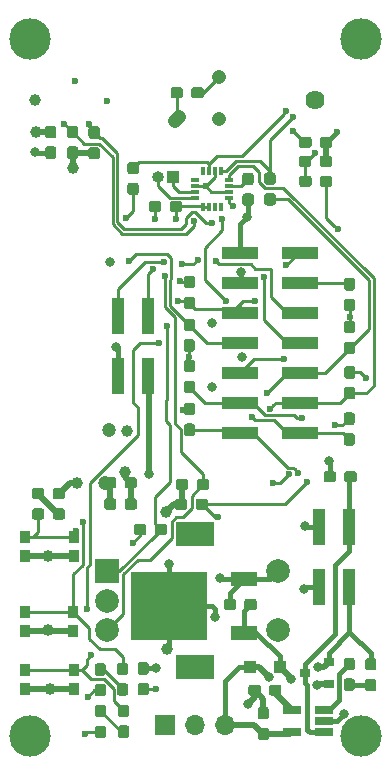
<source format=gbr>
G04 #@! TF.GenerationSoftware,KiCad,Pcbnew,5.1.4-e60b266~84~ubuntu19.04.1*
G04 #@! TF.CreationDate,2019-10-11T08:42:40-05:00*
G04 #@! TF.ProjectId,led-controller,6c65642d-636f-46e7-9472-6f6c6c65722e,rev?*
G04 #@! TF.SameCoordinates,Original*
G04 #@! TF.FileFunction,Copper,L4,Bot*
G04 #@! TF.FilePolarity,Positive*
%FSLAX46Y46*%
G04 Gerber Fmt 4.6, Leading zero omitted, Abs format (unit mm)*
G04 Created by KiCad (PCBNEW 5.1.4-e60b266~84~ubuntu19.04.1) date 2019-10-11 08:42:40*
%MOMM*%
%LPD*%
G04 APERTURE LIST*
%ADD10C,0.100000*%
%ADD11C,0.950000*%
%ADD12C,1.200000*%
%ADD13C,1.200000*%
%ADD14C,1.624000*%
%ADD15R,2.000000X2.000000*%
%ADD16C,2.000000*%
%ADD17R,3.200000X2.000000*%
%ADD18O,1.000000X1.000000*%
%ADD19R,1.000000X1.000000*%
%ADD20R,1.000000X3.150000*%
%ADD21R,0.900000X0.800000*%
%ADD22R,3.150000X1.000000*%
%ADD23R,0.900000X1.000000*%
%ADD24R,0.750000X0.300000*%
%ADD25R,0.300000X0.750000*%
%ADD26R,6.400000X5.800000*%
%ADD27R,2.200000X1.200000*%
%ADD28R,1.560000X0.650000*%
%ADD29O,1.700000X1.700000*%
%ADD30R,1.700000X1.700000*%
%ADD31C,3.500000*%
%ADD32C,1.000000*%
%ADD33C,0.600000*%
%ADD34C,0.800000*%
%ADD35C,0.500000*%
%ADD36C,0.400000*%
%ADD37C,0.250000*%
G04 APERTURE END LIST*
D10*
G36*
X159844439Y-84638564D02*
G01*
X159867494Y-84641983D01*
X159890103Y-84647647D01*
X159912047Y-84655499D01*
X159933117Y-84665464D01*
X159953108Y-84677446D01*
X159971828Y-84691330D01*
X159989098Y-84706982D01*
X160004750Y-84724252D01*
X160018634Y-84742972D01*
X160030616Y-84762963D01*
X160040581Y-84784033D01*
X160048433Y-84805977D01*
X160054097Y-84828586D01*
X160057516Y-84851641D01*
X160058660Y-84874920D01*
X160058660Y-85449920D01*
X160057516Y-85473199D01*
X160054097Y-85496254D01*
X160048433Y-85518863D01*
X160040581Y-85540807D01*
X160030616Y-85561877D01*
X160018634Y-85581868D01*
X160004750Y-85600588D01*
X159989098Y-85617858D01*
X159971828Y-85633510D01*
X159953108Y-85647394D01*
X159933117Y-85659376D01*
X159912047Y-85669341D01*
X159890103Y-85677193D01*
X159867494Y-85682857D01*
X159844439Y-85686276D01*
X159821160Y-85687420D01*
X159346160Y-85687420D01*
X159322881Y-85686276D01*
X159299826Y-85682857D01*
X159277217Y-85677193D01*
X159255273Y-85669341D01*
X159234203Y-85659376D01*
X159214212Y-85647394D01*
X159195492Y-85633510D01*
X159178222Y-85617858D01*
X159162570Y-85600588D01*
X159148686Y-85581868D01*
X159136704Y-85561877D01*
X159126739Y-85540807D01*
X159118887Y-85518863D01*
X159113223Y-85496254D01*
X159109804Y-85473199D01*
X159108660Y-85449920D01*
X159108660Y-84874920D01*
X159109804Y-84851641D01*
X159113223Y-84828586D01*
X159118887Y-84805977D01*
X159126739Y-84784033D01*
X159136704Y-84762963D01*
X159148686Y-84742972D01*
X159162570Y-84724252D01*
X159178222Y-84706982D01*
X159195492Y-84691330D01*
X159214212Y-84677446D01*
X159234203Y-84665464D01*
X159255273Y-84655499D01*
X159277217Y-84647647D01*
X159299826Y-84641983D01*
X159322881Y-84638564D01*
X159346160Y-84637420D01*
X159821160Y-84637420D01*
X159844439Y-84638564D01*
X159844439Y-84638564D01*
G37*
D11*
X159583660Y-85162420D03*
D10*
G36*
X159844439Y-86388564D02*
G01*
X159867494Y-86391983D01*
X159890103Y-86397647D01*
X159912047Y-86405499D01*
X159933117Y-86415464D01*
X159953108Y-86427446D01*
X159971828Y-86441330D01*
X159989098Y-86456982D01*
X160004750Y-86474252D01*
X160018634Y-86492972D01*
X160030616Y-86512963D01*
X160040581Y-86534033D01*
X160048433Y-86555977D01*
X160054097Y-86578586D01*
X160057516Y-86601641D01*
X160058660Y-86624920D01*
X160058660Y-87199920D01*
X160057516Y-87223199D01*
X160054097Y-87246254D01*
X160048433Y-87268863D01*
X160040581Y-87290807D01*
X160030616Y-87311877D01*
X160018634Y-87331868D01*
X160004750Y-87350588D01*
X159989098Y-87367858D01*
X159971828Y-87383510D01*
X159953108Y-87397394D01*
X159933117Y-87409376D01*
X159912047Y-87419341D01*
X159890103Y-87427193D01*
X159867494Y-87432857D01*
X159844439Y-87436276D01*
X159821160Y-87437420D01*
X159346160Y-87437420D01*
X159322881Y-87436276D01*
X159299826Y-87432857D01*
X159277217Y-87427193D01*
X159255273Y-87419341D01*
X159234203Y-87409376D01*
X159214212Y-87397394D01*
X159195492Y-87383510D01*
X159178222Y-87367858D01*
X159162570Y-87350588D01*
X159148686Y-87331868D01*
X159136704Y-87311877D01*
X159126739Y-87290807D01*
X159118887Y-87268863D01*
X159113223Y-87246254D01*
X159109804Y-87223199D01*
X159108660Y-87199920D01*
X159108660Y-86624920D01*
X159109804Y-86601641D01*
X159113223Y-86578586D01*
X159118887Y-86555977D01*
X159126739Y-86534033D01*
X159136704Y-86512963D01*
X159148686Y-86492972D01*
X159162570Y-86474252D01*
X159178222Y-86456982D01*
X159195492Y-86441330D01*
X159214212Y-86427446D01*
X159234203Y-86415464D01*
X159255273Y-86405499D01*
X159277217Y-86397647D01*
X159299826Y-86391983D01*
X159322881Y-86388564D01*
X159346160Y-86387420D01*
X159821160Y-86387420D01*
X159844439Y-86388564D01*
X159844439Y-86388564D01*
G37*
D11*
X159583660Y-86912420D03*
D10*
G36*
X159794439Y-88548564D02*
G01*
X159817494Y-88551983D01*
X159840103Y-88557647D01*
X159862047Y-88565499D01*
X159883117Y-88575464D01*
X159903108Y-88587446D01*
X159921828Y-88601330D01*
X159939098Y-88616982D01*
X159954750Y-88634252D01*
X159968634Y-88652972D01*
X159980616Y-88672963D01*
X159990581Y-88694033D01*
X159998433Y-88715977D01*
X160004097Y-88738586D01*
X160007516Y-88761641D01*
X160008660Y-88784920D01*
X160008660Y-89359920D01*
X160007516Y-89383199D01*
X160004097Y-89406254D01*
X159998433Y-89428863D01*
X159990581Y-89450807D01*
X159980616Y-89471877D01*
X159968634Y-89491868D01*
X159954750Y-89510588D01*
X159939098Y-89527858D01*
X159921828Y-89543510D01*
X159903108Y-89557394D01*
X159883117Y-89569376D01*
X159862047Y-89579341D01*
X159840103Y-89587193D01*
X159817494Y-89592857D01*
X159794439Y-89596276D01*
X159771160Y-89597420D01*
X159296160Y-89597420D01*
X159272881Y-89596276D01*
X159249826Y-89592857D01*
X159227217Y-89587193D01*
X159205273Y-89579341D01*
X159184203Y-89569376D01*
X159164212Y-89557394D01*
X159145492Y-89543510D01*
X159128222Y-89527858D01*
X159112570Y-89510588D01*
X159098686Y-89491868D01*
X159086704Y-89471877D01*
X159076739Y-89450807D01*
X159068887Y-89428863D01*
X159063223Y-89406254D01*
X159059804Y-89383199D01*
X159058660Y-89359920D01*
X159058660Y-88784920D01*
X159059804Y-88761641D01*
X159063223Y-88738586D01*
X159068887Y-88715977D01*
X159076739Y-88694033D01*
X159086704Y-88672963D01*
X159098686Y-88652972D01*
X159112570Y-88634252D01*
X159128222Y-88616982D01*
X159145492Y-88601330D01*
X159164212Y-88587446D01*
X159184203Y-88575464D01*
X159205273Y-88565499D01*
X159227217Y-88557647D01*
X159249826Y-88551983D01*
X159272881Y-88548564D01*
X159296160Y-88547420D01*
X159771160Y-88547420D01*
X159794439Y-88548564D01*
X159794439Y-88548564D01*
G37*
D11*
X159533660Y-89072420D03*
D10*
G36*
X159794439Y-90298564D02*
G01*
X159817494Y-90301983D01*
X159840103Y-90307647D01*
X159862047Y-90315499D01*
X159883117Y-90325464D01*
X159903108Y-90337446D01*
X159921828Y-90351330D01*
X159939098Y-90366982D01*
X159954750Y-90384252D01*
X159968634Y-90402972D01*
X159980616Y-90422963D01*
X159990581Y-90444033D01*
X159998433Y-90465977D01*
X160004097Y-90488586D01*
X160007516Y-90511641D01*
X160008660Y-90534920D01*
X160008660Y-91109920D01*
X160007516Y-91133199D01*
X160004097Y-91156254D01*
X159998433Y-91178863D01*
X159990581Y-91200807D01*
X159980616Y-91221877D01*
X159968634Y-91241868D01*
X159954750Y-91260588D01*
X159939098Y-91277858D01*
X159921828Y-91293510D01*
X159903108Y-91307394D01*
X159883117Y-91319376D01*
X159862047Y-91329341D01*
X159840103Y-91337193D01*
X159817494Y-91342857D01*
X159794439Y-91346276D01*
X159771160Y-91347420D01*
X159296160Y-91347420D01*
X159272881Y-91346276D01*
X159249826Y-91342857D01*
X159227217Y-91337193D01*
X159205273Y-91329341D01*
X159184203Y-91319376D01*
X159164212Y-91307394D01*
X159145492Y-91293510D01*
X159128222Y-91277858D01*
X159112570Y-91260588D01*
X159098686Y-91241868D01*
X159086704Y-91221877D01*
X159076739Y-91200807D01*
X159068887Y-91178863D01*
X159063223Y-91156254D01*
X159059804Y-91133199D01*
X159058660Y-91109920D01*
X159058660Y-90534920D01*
X159059804Y-90511641D01*
X159063223Y-90488586D01*
X159068887Y-90465977D01*
X159076739Y-90444033D01*
X159086704Y-90422963D01*
X159098686Y-90402972D01*
X159112570Y-90384252D01*
X159128222Y-90366982D01*
X159145492Y-90351330D01*
X159164212Y-90337446D01*
X159184203Y-90325464D01*
X159205273Y-90315499D01*
X159227217Y-90307647D01*
X159249826Y-90301983D01*
X159272881Y-90298564D01*
X159296160Y-90297420D01*
X159771160Y-90297420D01*
X159794439Y-90298564D01*
X159794439Y-90298564D01*
G37*
D11*
X159533660Y-90822420D03*
D10*
G36*
X159824439Y-80808564D02*
G01*
X159847494Y-80811983D01*
X159870103Y-80817647D01*
X159892047Y-80825499D01*
X159913117Y-80835464D01*
X159933108Y-80847446D01*
X159951828Y-80861330D01*
X159969098Y-80876982D01*
X159984750Y-80894252D01*
X159998634Y-80912972D01*
X160010616Y-80932963D01*
X160020581Y-80954033D01*
X160028433Y-80975977D01*
X160034097Y-80998586D01*
X160037516Y-81021641D01*
X160038660Y-81044920D01*
X160038660Y-81619920D01*
X160037516Y-81643199D01*
X160034097Y-81666254D01*
X160028433Y-81688863D01*
X160020581Y-81710807D01*
X160010616Y-81731877D01*
X159998634Y-81751868D01*
X159984750Y-81770588D01*
X159969098Y-81787858D01*
X159951828Y-81803510D01*
X159933108Y-81817394D01*
X159913117Y-81829376D01*
X159892047Y-81839341D01*
X159870103Y-81847193D01*
X159847494Y-81852857D01*
X159824439Y-81856276D01*
X159801160Y-81857420D01*
X159326160Y-81857420D01*
X159302881Y-81856276D01*
X159279826Y-81852857D01*
X159257217Y-81847193D01*
X159235273Y-81839341D01*
X159214203Y-81829376D01*
X159194212Y-81817394D01*
X159175492Y-81803510D01*
X159158222Y-81787858D01*
X159142570Y-81770588D01*
X159128686Y-81751868D01*
X159116704Y-81731877D01*
X159106739Y-81710807D01*
X159098887Y-81688863D01*
X159093223Y-81666254D01*
X159089804Y-81643199D01*
X159088660Y-81619920D01*
X159088660Y-81044920D01*
X159089804Y-81021641D01*
X159093223Y-80998586D01*
X159098887Y-80975977D01*
X159106739Y-80954033D01*
X159116704Y-80932963D01*
X159128686Y-80912972D01*
X159142570Y-80894252D01*
X159158222Y-80876982D01*
X159175492Y-80861330D01*
X159194212Y-80847446D01*
X159214203Y-80835464D01*
X159235273Y-80825499D01*
X159257217Y-80817647D01*
X159279826Y-80811983D01*
X159302881Y-80808564D01*
X159326160Y-80807420D01*
X159801160Y-80807420D01*
X159824439Y-80808564D01*
X159824439Y-80808564D01*
G37*
D11*
X159563660Y-81332420D03*
D10*
G36*
X159824439Y-82558564D02*
G01*
X159847494Y-82561983D01*
X159870103Y-82567647D01*
X159892047Y-82575499D01*
X159913117Y-82585464D01*
X159933108Y-82597446D01*
X159951828Y-82611330D01*
X159969098Y-82626982D01*
X159984750Y-82644252D01*
X159998634Y-82662972D01*
X160010616Y-82682963D01*
X160020581Y-82704033D01*
X160028433Y-82725977D01*
X160034097Y-82748586D01*
X160037516Y-82771641D01*
X160038660Y-82794920D01*
X160038660Y-83369920D01*
X160037516Y-83393199D01*
X160034097Y-83416254D01*
X160028433Y-83438863D01*
X160020581Y-83460807D01*
X160010616Y-83481877D01*
X159998634Y-83501868D01*
X159984750Y-83520588D01*
X159969098Y-83537858D01*
X159951828Y-83553510D01*
X159933108Y-83567394D01*
X159913117Y-83579376D01*
X159892047Y-83589341D01*
X159870103Y-83597193D01*
X159847494Y-83602857D01*
X159824439Y-83606276D01*
X159801160Y-83607420D01*
X159326160Y-83607420D01*
X159302881Y-83606276D01*
X159279826Y-83602857D01*
X159257217Y-83597193D01*
X159235273Y-83589341D01*
X159214203Y-83579376D01*
X159194212Y-83567394D01*
X159175492Y-83553510D01*
X159158222Y-83537858D01*
X159142570Y-83520588D01*
X159128686Y-83501868D01*
X159116704Y-83481877D01*
X159106739Y-83460807D01*
X159098887Y-83438863D01*
X159093223Y-83416254D01*
X159089804Y-83393199D01*
X159088660Y-83369920D01*
X159088660Y-82794920D01*
X159089804Y-82771641D01*
X159093223Y-82748586D01*
X159098887Y-82725977D01*
X159106739Y-82704033D01*
X159116704Y-82682963D01*
X159128686Y-82662972D01*
X159142570Y-82644252D01*
X159158222Y-82626982D01*
X159175492Y-82611330D01*
X159194212Y-82597446D01*
X159214203Y-82585464D01*
X159235273Y-82575499D01*
X159257217Y-82567647D01*
X159279826Y-82561983D01*
X159302881Y-82558564D01*
X159326160Y-82557420D01*
X159801160Y-82557420D01*
X159824439Y-82558564D01*
X159824439Y-82558564D01*
G37*
D11*
X159563660Y-83082420D03*
D10*
G36*
X159824439Y-78923564D02*
G01*
X159847494Y-78926983D01*
X159870103Y-78932647D01*
X159892047Y-78940499D01*
X159913117Y-78950464D01*
X159933108Y-78962446D01*
X159951828Y-78976330D01*
X159969098Y-78991982D01*
X159984750Y-79009252D01*
X159998634Y-79027972D01*
X160010616Y-79047963D01*
X160020581Y-79069033D01*
X160028433Y-79090977D01*
X160034097Y-79113586D01*
X160037516Y-79136641D01*
X160038660Y-79159920D01*
X160038660Y-79734920D01*
X160037516Y-79758199D01*
X160034097Y-79781254D01*
X160028433Y-79803863D01*
X160020581Y-79825807D01*
X160010616Y-79846877D01*
X159998634Y-79866868D01*
X159984750Y-79885588D01*
X159969098Y-79902858D01*
X159951828Y-79918510D01*
X159933108Y-79932394D01*
X159913117Y-79944376D01*
X159892047Y-79954341D01*
X159870103Y-79962193D01*
X159847494Y-79967857D01*
X159824439Y-79971276D01*
X159801160Y-79972420D01*
X159326160Y-79972420D01*
X159302881Y-79971276D01*
X159279826Y-79967857D01*
X159257217Y-79962193D01*
X159235273Y-79954341D01*
X159214203Y-79944376D01*
X159194212Y-79932394D01*
X159175492Y-79918510D01*
X159158222Y-79902858D01*
X159142570Y-79885588D01*
X159128686Y-79866868D01*
X159116704Y-79846877D01*
X159106739Y-79825807D01*
X159098887Y-79803863D01*
X159093223Y-79781254D01*
X159089804Y-79758199D01*
X159088660Y-79734920D01*
X159088660Y-79159920D01*
X159089804Y-79136641D01*
X159093223Y-79113586D01*
X159098887Y-79090977D01*
X159106739Y-79069033D01*
X159116704Y-79047963D01*
X159128686Y-79027972D01*
X159142570Y-79009252D01*
X159158222Y-78991982D01*
X159175492Y-78976330D01*
X159194212Y-78962446D01*
X159214203Y-78950464D01*
X159235273Y-78940499D01*
X159257217Y-78932647D01*
X159279826Y-78926983D01*
X159302881Y-78923564D01*
X159326160Y-78922420D01*
X159801160Y-78922420D01*
X159824439Y-78923564D01*
X159824439Y-78923564D01*
G37*
D11*
X159563660Y-79447420D03*
D10*
G36*
X159824439Y-77173564D02*
G01*
X159847494Y-77176983D01*
X159870103Y-77182647D01*
X159892047Y-77190499D01*
X159913117Y-77200464D01*
X159933108Y-77212446D01*
X159951828Y-77226330D01*
X159969098Y-77241982D01*
X159984750Y-77259252D01*
X159998634Y-77277972D01*
X160010616Y-77297963D01*
X160020581Y-77319033D01*
X160028433Y-77340977D01*
X160034097Y-77363586D01*
X160037516Y-77386641D01*
X160038660Y-77409920D01*
X160038660Y-77984920D01*
X160037516Y-78008199D01*
X160034097Y-78031254D01*
X160028433Y-78053863D01*
X160020581Y-78075807D01*
X160010616Y-78096877D01*
X159998634Y-78116868D01*
X159984750Y-78135588D01*
X159969098Y-78152858D01*
X159951828Y-78168510D01*
X159933108Y-78182394D01*
X159913117Y-78194376D01*
X159892047Y-78204341D01*
X159870103Y-78212193D01*
X159847494Y-78217857D01*
X159824439Y-78221276D01*
X159801160Y-78222420D01*
X159326160Y-78222420D01*
X159302881Y-78221276D01*
X159279826Y-78217857D01*
X159257217Y-78212193D01*
X159235273Y-78204341D01*
X159214203Y-78194376D01*
X159194212Y-78182394D01*
X159175492Y-78168510D01*
X159158222Y-78152858D01*
X159142570Y-78135588D01*
X159128686Y-78116868D01*
X159116704Y-78096877D01*
X159106739Y-78075807D01*
X159098887Y-78053863D01*
X159093223Y-78031254D01*
X159089804Y-78008199D01*
X159088660Y-77984920D01*
X159088660Y-77409920D01*
X159089804Y-77386641D01*
X159093223Y-77363586D01*
X159098887Y-77340977D01*
X159106739Y-77319033D01*
X159116704Y-77297963D01*
X159128686Y-77277972D01*
X159142570Y-77259252D01*
X159158222Y-77241982D01*
X159175492Y-77226330D01*
X159194212Y-77212446D01*
X159214203Y-77200464D01*
X159235273Y-77190499D01*
X159257217Y-77182647D01*
X159279826Y-77176983D01*
X159302881Y-77173564D01*
X159326160Y-77172420D01*
X159801160Y-77172420D01*
X159824439Y-77173564D01*
X159824439Y-77173564D01*
G37*
D11*
X159563660Y-77697420D03*
D10*
G36*
X141500779Y-67336144D02*
G01*
X141523834Y-67339563D01*
X141546443Y-67345227D01*
X141568387Y-67353079D01*
X141589457Y-67363044D01*
X141609448Y-67375026D01*
X141628168Y-67388910D01*
X141645438Y-67404562D01*
X141661090Y-67421832D01*
X141674974Y-67440552D01*
X141686956Y-67460543D01*
X141696921Y-67481613D01*
X141704773Y-67503557D01*
X141710437Y-67526166D01*
X141713856Y-67549221D01*
X141715000Y-67572500D01*
X141715000Y-68147500D01*
X141713856Y-68170779D01*
X141710437Y-68193834D01*
X141704773Y-68216443D01*
X141696921Y-68238387D01*
X141686956Y-68259457D01*
X141674974Y-68279448D01*
X141661090Y-68298168D01*
X141645438Y-68315438D01*
X141628168Y-68331090D01*
X141609448Y-68344974D01*
X141589457Y-68356956D01*
X141568387Y-68366921D01*
X141546443Y-68374773D01*
X141523834Y-68380437D01*
X141500779Y-68383856D01*
X141477500Y-68385000D01*
X141002500Y-68385000D01*
X140979221Y-68383856D01*
X140956166Y-68380437D01*
X140933557Y-68374773D01*
X140911613Y-68366921D01*
X140890543Y-68356956D01*
X140870552Y-68344974D01*
X140851832Y-68331090D01*
X140834562Y-68315438D01*
X140818910Y-68298168D01*
X140805026Y-68279448D01*
X140793044Y-68259457D01*
X140783079Y-68238387D01*
X140775227Y-68216443D01*
X140769563Y-68193834D01*
X140766144Y-68170779D01*
X140765000Y-68147500D01*
X140765000Y-67572500D01*
X140766144Y-67549221D01*
X140769563Y-67526166D01*
X140775227Y-67503557D01*
X140783079Y-67481613D01*
X140793044Y-67460543D01*
X140805026Y-67440552D01*
X140818910Y-67421832D01*
X140834562Y-67404562D01*
X140851832Y-67388910D01*
X140870552Y-67375026D01*
X140890543Y-67363044D01*
X140911613Y-67353079D01*
X140933557Y-67345227D01*
X140956166Y-67339563D01*
X140979221Y-67336144D01*
X141002500Y-67335000D01*
X141477500Y-67335000D01*
X141500779Y-67336144D01*
X141500779Y-67336144D01*
G37*
D11*
X141240000Y-67860000D03*
D10*
G36*
X141500779Y-69086144D02*
G01*
X141523834Y-69089563D01*
X141546443Y-69095227D01*
X141568387Y-69103079D01*
X141589457Y-69113044D01*
X141609448Y-69125026D01*
X141628168Y-69138910D01*
X141645438Y-69154562D01*
X141661090Y-69171832D01*
X141674974Y-69190552D01*
X141686956Y-69210543D01*
X141696921Y-69231613D01*
X141704773Y-69253557D01*
X141710437Y-69276166D01*
X141713856Y-69299221D01*
X141715000Y-69322500D01*
X141715000Y-69897500D01*
X141713856Y-69920779D01*
X141710437Y-69943834D01*
X141704773Y-69966443D01*
X141696921Y-69988387D01*
X141686956Y-70009457D01*
X141674974Y-70029448D01*
X141661090Y-70048168D01*
X141645438Y-70065438D01*
X141628168Y-70081090D01*
X141609448Y-70094974D01*
X141589457Y-70106956D01*
X141568387Y-70116921D01*
X141546443Y-70124773D01*
X141523834Y-70130437D01*
X141500779Y-70133856D01*
X141477500Y-70135000D01*
X141002500Y-70135000D01*
X140979221Y-70133856D01*
X140956166Y-70130437D01*
X140933557Y-70124773D01*
X140911613Y-70116921D01*
X140890543Y-70106956D01*
X140870552Y-70094974D01*
X140851832Y-70081090D01*
X140834562Y-70065438D01*
X140818910Y-70048168D01*
X140805026Y-70029448D01*
X140793044Y-70009457D01*
X140783079Y-69988387D01*
X140775227Y-69966443D01*
X140769563Y-69943834D01*
X140766144Y-69920779D01*
X140765000Y-69897500D01*
X140765000Y-69322500D01*
X140766144Y-69299221D01*
X140769563Y-69276166D01*
X140775227Y-69253557D01*
X140783079Y-69231613D01*
X140793044Y-69210543D01*
X140805026Y-69190552D01*
X140818910Y-69171832D01*
X140834562Y-69154562D01*
X140851832Y-69138910D01*
X140870552Y-69125026D01*
X140890543Y-69113044D01*
X140911613Y-69103079D01*
X140933557Y-69095227D01*
X140956166Y-69089563D01*
X140979221Y-69086144D01*
X141002500Y-69085000D01*
X141477500Y-69085000D01*
X141500779Y-69086144D01*
X141500779Y-69086144D01*
G37*
D11*
X141240000Y-69610000D03*
D10*
G36*
X153090779Y-68231144D02*
G01*
X153113834Y-68234563D01*
X153136443Y-68240227D01*
X153158387Y-68248079D01*
X153179457Y-68258044D01*
X153199448Y-68270026D01*
X153218168Y-68283910D01*
X153235438Y-68299562D01*
X153251090Y-68316832D01*
X153264974Y-68335552D01*
X153276956Y-68355543D01*
X153286921Y-68376613D01*
X153294773Y-68398557D01*
X153300437Y-68421166D01*
X153303856Y-68444221D01*
X153305000Y-68467500D01*
X153305000Y-69042500D01*
X153303856Y-69065779D01*
X153300437Y-69088834D01*
X153294773Y-69111443D01*
X153286921Y-69133387D01*
X153276956Y-69154457D01*
X153264974Y-69174448D01*
X153251090Y-69193168D01*
X153235438Y-69210438D01*
X153218168Y-69226090D01*
X153199448Y-69239974D01*
X153179457Y-69251956D01*
X153158387Y-69261921D01*
X153136443Y-69269773D01*
X153113834Y-69275437D01*
X153090779Y-69278856D01*
X153067500Y-69280000D01*
X152592500Y-69280000D01*
X152569221Y-69278856D01*
X152546166Y-69275437D01*
X152523557Y-69269773D01*
X152501613Y-69261921D01*
X152480543Y-69251956D01*
X152460552Y-69239974D01*
X152441832Y-69226090D01*
X152424562Y-69210438D01*
X152408910Y-69193168D01*
X152395026Y-69174448D01*
X152383044Y-69154457D01*
X152373079Y-69133387D01*
X152365227Y-69111443D01*
X152359563Y-69088834D01*
X152356144Y-69065779D01*
X152355000Y-69042500D01*
X152355000Y-68467500D01*
X152356144Y-68444221D01*
X152359563Y-68421166D01*
X152365227Y-68398557D01*
X152373079Y-68376613D01*
X152383044Y-68355543D01*
X152395026Y-68335552D01*
X152408910Y-68316832D01*
X152424562Y-68299562D01*
X152441832Y-68283910D01*
X152460552Y-68270026D01*
X152480543Y-68258044D01*
X152501613Y-68248079D01*
X152523557Y-68240227D01*
X152546166Y-68234563D01*
X152569221Y-68231144D01*
X152592500Y-68230000D01*
X153067500Y-68230000D01*
X153090779Y-68231144D01*
X153090779Y-68231144D01*
G37*
D11*
X152830000Y-68755000D03*
D10*
G36*
X153090779Y-69981144D02*
G01*
X153113834Y-69984563D01*
X153136443Y-69990227D01*
X153158387Y-69998079D01*
X153179457Y-70008044D01*
X153199448Y-70020026D01*
X153218168Y-70033910D01*
X153235438Y-70049562D01*
X153251090Y-70066832D01*
X153264974Y-70085552D01*
X153276956Y-70105543D01*
X153286921Y-70126613D01*
X153294773Y-70148557D01*
X153300437Y-70171166D01*
X153303856Y-70194221D01*
X153305000Y-70217500D01*
X153305000Y-70792500D01*
X153303856Y-70815779D01*
X153300437Y-70838834D01*
X153294773Y-70861443D01*
X153286921Y-70883387D01*
X153276956Y-70904457D01*
X153264974Y-70924448D01*
X153251090Y-70943168D01*
X153235438Y-70960438D01*
X153218168Y-70976090D01*
X153199448Y-70989974D01*
X153179457Y-71001956D01*
X153158387Y-71011921D01*
X153136443Y-71019773D01*
X153113834Y-71025437D01*
X153090779Y-71028856D01*
X153067500Y-71030000D01*
X152592500Y-71030000D01*
X152569221Y-71028856D01*
X152546166Y-71025437D01*
X152523557Y-71019773D01*
X152501613Y-71011921D01*
X152480543Y-71001956D01*
X152460552Y-70989974D01*
X152441832Y-70976090D01*
X152424562Y-70960438D01*
X152408910Y-70943168D01*
X152395026Y-70924448D01*
X152383044Y-70904457D01*
X152373079Y-70883387D01*
X152365227Y-70861443D01*
X152359563Y-70838834D01*
X152356144Y-70815779D01*
X152355000Y-70792500D01*
X152355000Y-70217500D01*
X152356144Y-70194221D01*
X152359563Y-70171166D01*
X152365227Y-70148557D01*
X152373079Y-70126613D01*
X152383044Y-70105543D01*
X152395026Y-70085552D01*
X152408910Y-70066832D01*
X152424562Y-70049562D01*
X152441832Y-70033910D01*
X152460552Y-70020026D01*
X152480543Y-70008044D01*
X152501613Y-69998079D01*
X152523557Y-69990227D01*
X152546166Y-69984563D01*
X152569221Y-69981144D01*
X152592500Y-69980000D01*
X153067500Y-69980000D01*
X153090779Y-69981144D01*
X153090779Y-69981144D01*
G37*
D11*
X152830000Y-70505000D03*
D12*
X148540130Y-60115988D03*
D13*
X148540130Y-60115988D02*
X148540130Y-60115988D01*
D12*
X148540130Y-63708091D03*
D13*
X148540130Y-63708091D02*
X148540130Y-63708091D01*
D12*
X144948028Y-63708091D03*
D13*
X144806607Y-63849512D02*
X145089449Y-63566670D01*
D14*
X156660000Y-62120000D03*
D15*
X139007960Y-101973220D03*
D16*
X139007960Y-104473220D03*
X139007960Y-106973220D03*
D17*
X146507960Y-98873220D03*
X146507960Y-110073220D03*
D16*
X153507960Y-101973220D03*
X153507960Y-106973220D03*
D10*
G36*
X146274439Y-76988564D02*
G01*
X146297494Y-76991983D01*
X146320103Y-76997647D01*
X146342047Y-77005499D01*
X146363117Y-77015464D01*
X146383108Y-77027446D01*
X146401828Y-77041330D01*
X146419098Y-77056982D01*
X146434750Y-77074252D01*
X146448634Y-77092972D01*
X146460616Y-77112963D01*
X146470581Y-77134033D01*
X146478433Y-77155977D01*
X146484097Y-77178586D01*
X146487516Y-77201641D01*
X146488660Y-77224920D01*
X146488660Y-77799920D01*
X146487516Y-77823199D01*
X146484097Y-77846254D01*
X146478433Y-77868863D01*
X146470581Y-77890807D01*
X146460616Y-77911877D01*
X146448634Y-77931868D01*
X146434750Y-77950588D01*
X146419098Y-77967858D01*
X146401828Y-77983510D01*
X146383108Y-77997394D01*
X146363117Y-78009376D01*
X146342047Y-78019341D01*
X146320103Y-78027193D01*
X146297494Y-78032857D01*
X146274439Y-78036276D01*
X146251160Y-78037420D01*
X145776160Y-78037420D01*
X145752881Y-78036276D01*
X145729826Y-78032857D01*
X145707217Y-78027193D01*
X145685273Y-78019341D01*
X145664203Y-78009376D01*
X145644212Y-77997394D01*
X145625492Y-77983510D01*
X145608222Y-77967858D01*
X145592570Y-77950588D01*
X145578686Y-77931868D01*
X145566704Y-77911877D01*
X145556739Y-77890807D01*
X145548887Y-77868863D01*
X145543223Y-77846254D01*
X145539804Y-77823199D01*
X145538660Y-77799920D01*
X145538660Y-77224920D01*
X145539804Y-77201641D01*
X145543223Y-77178586D01*
X145548887Y-77155977D01*
X145556739Y-77134033D01*
X145566704Y-77112963D01*
X145578686Y-77092972D01*
X145592570Y-77074252D01*
X145608222Y-77056982D01*
X145625492Y-77041330D01*
X145644212Y-77027446D01*
X145664203Y-77015464D01*
X145685273Y-77005499D01*
X145707217Y-76997647D01*
X145729826Y-76991983D01*
X145752881Y-76988564D01*
X145776160Y-76987420D01*
X146251160Y-76987420D01*
X146274439Y-76988564D01*
X146274439Y-76988564D01*
G37*
D11*
X146013660Y-77512420D03*
D10*
G36*
X146274439Y-78738564D02*
G01*
X146297494Y-78741983D01*
X146320103Y-78747647D01*
X146342047Y-78755499D01*
X146363117Y-78765464D01*
X146383108Y-78777446D01*
X146401828Y-78791330D01*
X146419098Y-78806982D01*
X146434750Y-78824252D01*
X146448634Y-78842972D01*
X146460616Y-78862963D01*
X146470581Y-78884033D01*
X146478433Y-78905977D01*
X146484097Y-78928586D01*
X146487516Y-78951641D01*
X146488660Y-78974920D01*
X146488660Y-79549920D01*
X146487516Y-79573199D01*
X146484097Y-79596254D01*
X146478433Y-79618863D01*
X146470581Y-79640807D01*
X146460616Y-79661877D01*
X146448634Y-79681868D01*
X146434750Y-79700588D01*
X146419098Y-79717858D01*
X146401828Y-79733510D01*
X146383108Y-79747394D01*
X146363117Y-79759376D01*
X146342047Y-79769341D01*
X146320103Y-79777193D01*
X146297494Y-79782857D01*
X146274439Y-79786276D01*
X146251160Y-79787420D01*
X145776160Y-79787420D01*
X145752881Y-79786276D01*
X145729826Y-79782857D01*
X145707217Y-79777193D01*
X145685273Y-79769341D01*
X145664203Y-79759376D01*
X145644212Y-79747394D01*
X145625492Y-79733510D01*
X145608222Y-79717858D01*
X145592570Y-79700588D01*
X145578686Y-79681868D01*
X145566704Y-79661877D01*
X145556739Y-79640807D01*
X145548887Y-79618863D01*
X145543223Y-79596254D01*
X145539804Y-79573199D01*
X145538660Y-79549920D01*
X145538660Y-78974920D01*
X145539804Y-78951641D01*
X145543223Y-78928586D01*
X145548887Y-78905977D01*
X145556739Y-78884033D01*
X145566704Y-78862963D01*
X145578686Y-78842972D01*
X145592570Y-78824252D01*
X145608222Y-78806982D01*
X145625492Y-78791330D01*
X145644212Y-78777446D01*
X145664203Y-78765464D01*
X145685273Y-78755499D01*
X145707217Y-78747647D01*
X145729826Y-78741983D01*
X145752881Y-78738564D01*
X145776160Y-78737420D01*
X146251160Y-78737420D01*
X146274439Y-78738564D01*
X146274439Y-78738564D01*
G37*
D11*
X146013660Y-79262420D03*
D10*
G36*
X146264439Y-80598564D02*
G01*
X146287494Y-80601983D01*
X146310103Y-80607647D01*
X146332047Y-80615499D01*
X146353117Y-80625464D01*
X146373108Y-80637446D01*
X146391828Y-80651330D01*
X146409098Y-80666982D01*
X146424750Y-80684252D01*
X146438634Y-80702972D01*
X146450616Y-80722963D01*
X146460581Y-80744033D01*
X146468433Y-80765977D01*
X146474097Y-80788586D01*
X146477516Y-80811641D01*
X146478660Y-80834920D01*
X146478660Y-81409920D01*
X146477516Y-81433199D01*
X146474097Y-81456254D01*
X146468433Y-81478863D01*
X146460581Y-81500807D01*
X146450616Y-81521877D01*
X146438634Y-81541868D01*
X146424750Y-81560588D01*
X146409098Y-81577858D01*
X146391828Y-81593510D01*
X146373108Y-81607394D01*
X146353117Y-81619376D01*
X146332047Y-81629341D01*
X146310103Y-81637193D01*
X146287494Y-81642857D01*
X146264439Y-81646276D01*
X146241160Y-81647420D01*
X145766160Y-81647420D01*
X145742881Y-81646276D01*
X145719826Y-81642857D01*
X145697217Y-81637193D01*
X145675273Y-81629341D01*
X145654203Y-81619376D01*
X145634212Y-81607394D01*
X145615492Y-81593510D01*
X145598222Y-81577858D01*
X145582570Y-81560588D01*
X145568686Y-81541868D01*
X145556704Y-81521877D01*
X145546739Y-81500807D01*
X145538887Y-81478863D01*
X145533223Y-81456254D01*
X145529804Y-81433199D01*
X145528660Y-81409920D01*
X145528660Y-80834920D01*
X145529804Y-80811641D01*
X145533223Y-80788586D01*
X145538887Y-80765977D01*
X145546739Y-80744033D01*
X145556704Y-80722963D01*
X145568686Y-80702972D01*
X145582570Y-80684252D01*
X145598222Y-80666982D01*
X145615492Y-80651330D01*
X145634212Y-80637446D01*
X145654203Y-80625464D01*
X145675273Y-80615499D01*
X145697217Y-80607647D01*
X145719826Y-80601983D01*
X145742881Y-80598564D01*
X145766160Y-80597420D01*
X146241160Y-80597420D01*
X146264439Y-80598564D01*
X146264439Y-80598564D01*
G37*
D11*
X146003660Y-81122420D03*
D10*
G36*
X146264439Y-82348564D02*
G01*
X146287494Y-82351983D01*
X146310103Y-82357647D01*
X146332047Y-82365499D01*
X146353117Y-82375464D01*
X146373108Y-82387446D01*
X146391828Y-82401330D01*
X146409098Y-82416982D01*
X146424750Y-82434252D01*
X146438634Y-82452972D01*
X146450616Y-82472963D01*
X146460581Y-82494033D01*
X146468433Y-82515977D01*
X146474097Y-82538586D01*
X146477516Y-82561641D01*
X146478660Y-82584920D01*
X146478660Y-83159920D01*
X146477516Y-83183199D01*
X146474097Y-83206254D01*
X146468433Y-83228863D01*
X146460581Y-83250807D01*
X146450616Y-83271877D01*
X146438634Y-83291868D01*
X146424750Y-83310588D01*
X146409098Y-83327858D01*
X146391828Y-83343510D01*
X146373108Y-83357394D01*
X146353117Y-83369376D01*
X146332047Y-83379341D01*
X146310103Y-83387193D01*
X146287494Y-83392857D01*
X146264439Y-83396276D01*
X146241160Y-83397420D01*
X145766160Y-83397420D01*
X145742881Y-83396276D01*
X145719826Y-83392857D01*
X145697217Y-83387193D01*
X145675273Y-83379341D01*
X145654203Y-83369376D01*
X145634212Y-83357394D01*
X145615492Y-83343510D01*
X145598222Y-83327858D01*
X145582570Y-83310588D01*
X145568686Y-83291868D01*
X145556704Y-83271877D01*
X145546739Y-83250807D01*
X145538887Y-83228863D01*
X145533223Y-83206254D01*
X145529804Y-83183199D01*
X145528660Y-83159920D01*
X145528660Y-82584920D01*
X145529804Y-82561641D01*
X145533223Y-82538586D01*
X145538887Y-82515977D01*
X145546739Y-82494033D01*
X145556704Y-82472963D01*
X145568686Y-82452972D01*
X145582570Y-82434252D01*
X145598222Y-82416982D01*
X145615492Y-82401330D01*
X145634212Y-82387446D01*
X145654203Y-82375464D01*
X145675273Y-82365499D01*
X145697217Y-82357647D01*
X145719826Y-82351983D01*
X145742881Y-82348564D01*
X145766160Y-82347420D01*
X146241160Y-82347420D01*
X146264439Y-82348564D01*
X146264439Y-82348564D01*
G37*
D11*
X146003660Y-82872420D03*
D10*
G36*
X146274439Y-84108564D02*
G01*
X146297494Y-84111983D01*
X146320103Y-84117647D01*
X146342047Y-84125499D01*
X146363117Y-84135464D01*
X146383108Y-84147446D01*
X146401828Y-84161330D01*
X146419098Y-84176982D01*
X146434750Y-84194252D01*
X146448634Y-84212972D01*
X146460616Y-84232963D01*
X146470581Y-84254033D01*
X146478433Y-84275977D01*
X146484097Y-84298586D01*
X146487516Y-84321641D01*
X146488660Y-84344920D01*
X146488660Y-84919920D01*
X146487516Y-84943199D01*
X146484097Y-84966254D01*
X146478433Y-84988863D01*
X146470581Y-85010807D01*
X146460616Y-85031877D01*
X146448634Y-85051868D01*
X146434750Y-85070588D01*
X146419098Y-85087858D01*
X146401828Y-85103510D01*
X146383108Y-85117394D01*
X146363117Y-85129376D01*
X146342047Y-85139341D01*
X146320103Y-85147193D01*
X146297494Y-85152857D01*
X146274439Y-85156276D01*
X146251160Y-85157420D01*
X145776160Y-85157420D01*
X145752881Y-85156276D01*
X145729826Y-85152857D01*
X145707217Y-85147193D01*
X145685273Y-85139341D01*
X145664203Y-85129376D01*
X145644212Y-85117394D01*
X145625492Y-85103510D01*
X145608222Y-85087858D01*
X145592570Y-85070588D01*
X145578686Y-85051868D01*
X145566704Y-85031877D01*
X145556739Y-85010807D01*
X145548887Y-84988863D01*
X145543223Y-84966254D01*
X145539804Y-84943199D01*
X145538660Y-84919920D01*
X145538660Y-84344920D01*
X145539804Y-84321641D01*
X145543223Y-84298586D01*
X145548887Y-84275977D01*
X145556739Y-84254033D01*
X145566704Y-84232963D01*
X145578686Y-84212972D01*
X145592570Y-84194252D01*
X145608222Y-84176982D01*
X145625492Y-84161330D01*
X145644212Y-84147446D01*
X145664203Y-84135464D01*
X145685273Y-84125499D01*
X145707217Y-84117647D01*
X145729826Y-84111983D01*
X145752881Y-84108564D01*
X145776160Y-84107420D01*
X146251160Y-84107420D01*
X146274439Y-84108564D01*
X146274439Y-84108564D01*
G37*
D11*
X146013660Y-84632420D03*
D10*
G36*
X146274439Y-85858564D02*
G01*
X146297494Y-85861983D01*
X146320103Y-85867647D01*
X146342047Y-85875499D01*
X146363117Y-85885464D01*
X146383108Y-85897446D01*
X146401828Y-85911330D01*
X146419098Y-85926982D01*
X146434750Y-85944252D01*
X146448634Y-85962972D01*
X146460616Y-85982963D01*
X146470581Y-86004033D01*
X146478433Y-86025977D01*
X146484097Y-86048586D01*
X146487516Y-86071641D01*
X146488660Y-86094920D01*
X146488660Y-86669920D01*
X146487516Y-86693199D01*
X146484097Y-86716254D01*
X146478433Y-86738863D01*
X146470581Y-86760807D01*
X146460616Y-86781877D01*
X146448634Y-86801868D01*
X146434750Y-86820588D01*
X146419098Y-86837858D01*
X146401828Y-86853510D01*
X146383108Y-86867394D01*
X146363117Y-86879376D01*
X146342047Y-86889341D01*
X146320103Y-86897193D01*
X146297494Y-86902857D01*
X146274439Y-86906276D01*
X146251160Y-86907420D01*
X145776160Y-86907420D01*
X145752881Y-86906276D01*
X145729826Y-86902857D01*
X145707217Y-86897193D01*
X145685273Y-86889341D01*
X145664203Y-86879376D01*
X145644212Y-86867394D01*
X145625492Y-86853510D01*
X145608222Y-86837858D01*
X145592570Y-86820588D01*
X145578686Y-86801868D01*
X145566704Y-86781877D01*
X145556739Y-86760807D01*
X145548887Y-86738863D01*
X145543223Y-86716254D01*
X145539804Y-86693199D01*
X145538660Y-86669920D01*
X145538660Y-86094920D01*
X145539804Y-86071641D01*
X145543223Y-86048586D01*
X145548887Y-86025977D01*
X145556739Y-86004033D01*
X145566704Y-85982963D01*
X145578686Y-85962972D01*
X145592570Y-85944252D01*
X145608222Y-85926982D01*
X145625492Y-85911330D01*
X145644212Y-85897446D01*
X145664203Y-85885464D01*
X145685273Y-85875499D01*
X145707217Y-85867647D01*
X145729826Y-85861983D01*
X145752881Y-85858564D01*
X145776160Y-85857420D01*
X146251160Y-85857420D01*
X146274439Y-85858564D01*
X146274439Y-85858564D01*
G37*
D11*
X146013660Y-86382420D03*
D10*
G36*
X146274439Y-87733564D02*
G01*
X146297494Y-87736983D01*
X146320103Y-87742647D01*
X146342047Y-87750499D01*
X146363117Y-87760464D01*
X146383108Y-87772446D01*
X146401828Y-87786330D01*
X146419098Y-87801982D01*
X146434750Y-87819252D01*
X146448634Y-87837972D01*
X146460616Y-87857963D01*
X146470581Y-87879033D01*
X146478433Y-87900977D01*
X146484097Y-87923586D01*
X146487516Y-87946641D01*
X146488660Y-87969920D01*
X146488660Y-88544920D01*
X146487516Y-88568199D01*
X146484097Y-88591254D01*
X146478433Y-88613863D01*
X146470581Y-88635807D01*
X146460616Y-88656877D01*
X146448634Y-88676868D01*
X146434750Y-88695588D01*
X146419098Y-88712858D01*
X146401828Y-88728510D01*
X146383108Y-88742394D01*
X146363117Y-88754376D01*
X146342047Y-88764341D01*
X146320103Y-88772193D01*
X146297494Y-88777857D01*
X146274439Y-88781276D01*
X146251160Y-88782420D01*
X145776160Y-88782420D01*
X145752881Y-88781276D01*
X145729826Y-88777857D01*
X145707217Y-88772193D01*
X145685273Y-88764341D01*
X145664203Y-88754376D01*
X145644212Y-88742394D01*
X145625492Y-88728510D01*
X145608222Y-88712858D01*
X145592570Y-88695588D01*
X145578686Y-88676868D01*
X145566704Y-88656877D01*
X145556739Y-88635807D01*
X145548887Y-88613863D01*
X145543223Y-88591254D01*
X145539804Y-88568199D01*
X145538660Y-88544920D01*
X145538660Y-87969920D01*
X145539804Y-87946641D01*
X145543223Y-87923586D01*
X145548887Y-87900977D01*
X145556739Y-87879033D01*
X145566704Y-87857963D01*
X145578686Y-87837972D01*
X145592570Y-87819252D01*
X145608222Y-87801982D01*
X145625492Y-87786330D01*
X145644212Y-87772446D01*
X145664203Y-87760464D01*
X145685273Y-87750499D01*
X145707217Y-87742647D01*
X145729826Y-87736983D01*
X145752881Y-87733564D01*
X145776160Y-87732420D01*
X146251160Y-87732420D01*
X146274439Y-87733564D01*
X146274439Y-87733564D01*
G37*
D11*
X146013660Y-88257420D03*
D10*
G36*
X146274439Y-89483564D02*
G01*
X146297494Y-89486983D01*
X146320103Y-89492647D01*
X146342047Y-89500499D01*
X146363117Y-89510464D01*
X146383108Y-89522446D01*
X146401828Y-89536330D01*
X146419098Y-89551982D01*
X146434750Y-89569252D01*
X146448634Y-89587972D01*
X146460616Y-89607963D01*
X146470581Y-89629033D01*
X146478433Y-89650977D01*
X146484097Y-89673586D01*
X146487516Y-89696641D01*
X146488660Y-89719920D01*
X146488660Y-90294920D01*
X146487516Y-90318199D01*
X146484097Y-90341254D01*
X146478433Y-90363863D01*
X146470581Y-90385807D01*
X146460616Y-90406877D01*
X146448634Y-90426868D01*
X146434750Y-90445588D01*
X146419098Y-90462858D01*
X146401828Y-90478510D01*
X146383108Y-90492394D01*
X146363117Y-90504376D01*
X146342047Y-90514341D01*
X146320103Y-90522193D01*
X146297494Y-90527857D01*
X146274439Y-90531276D01*
X146251160Y-90532420D01*
X145776160Y-90532420D01*
X145752881Y-90531276D01*
X145729826Y-90527857D01*
X145707217Y-90522193D01*
X145685273Y-90514341D01*
X145664203Y-90504376D01*
X145644212Y-90492394D01*
X145625492Y-90478510D01*
X145608222Y-90462858D01*
X145592570Y-90445588D01*
X145578686Y-90426868D01*
X145566704Y-90406877D01*
X145556739Y-90385807D01*
X145548887Y-90363863D01*
X145543223Y-90341254D01*
X145539804Y-90318199D01*
X145538660Y-90294920D01*
X145538660Y-89719920D01*
X145539804Y-89696641D01*
X145543223Y-89673586D01*
X145548887Y-89650977D01*
X145556739Y-89629033D01*
X145566704Y-89607963D01*
X145578686Y-89587972D01*
X145592570Y-89569252D01*
X145608222Y-89551982D01*
X145625492Y-89536330D01*
X145644212Y-89522446D01*
X145664203Y-89510464D01*
X145685273Y-89500499D01*
X145707217Y-89492647D01*
X145729826Y-89486983D01*
X145752881Y-89483564D01*
X145776160Y-89482420D01*
X146251160Y-89482420D01*
X146274439Y-89483564D01*
X146274439Y-89483564D01*
G37*
D11*
X146013660Y-90007420D03*
D18*
X143330000Y-68650000D03*
D19*
X144600000Y-68650000D03*
D10*
G36*
X143410779Y-70626144D02*
G01*
X143433834Y-70629563D01*
X143456443Y-70635227D01*
X143478387Y-70643079D01*
X143499457Y-70653044D01*
X143519448Y-70665026D01*
X143538168Y-70678910D01*
X143555438Y-70694562D01*
X143571090Y-70711832D01*
X143584974Y-70730552D01*
X143596956Y-70750543D01*
X143606921Y-70771613D01*
X143614773Y-70793557D01*
X143620437Y-70816166D01*
X143623856Y-70839221D01*
X143625000Y-70862500D01*
X143625000Y-71337500D01*
X143623856Y-71360779D01*
X143620437Y-71383834D01*
X143614773Y-71406443D01*
X143606921Y-71428387D01*
X143596956Y-71449457D01*
X143584974Y-71469448D01*
X143571090Y-71488168D01*
X143555438Y-71505438D01*
X143538168Y-71521090D01*
X143519448Y-71534974D01*
X143499457Y-71546956D01*
X143478387Y-71556921D01*
X143456443Y-71564773D01*
X143433834Y-71570437D01*
X143410779Y-71573856D01*
X143387500Y-71575000D01*
X142812500Y-71575000D01*
X142789221Y-71573856D01*
X142766166Y-71570437D01*
X142743557Y-71564773D01*
X142721613Y-71556921D01*
X142700543Y-71546956D01*
X142680552Y-71534974D01*
X142661832Y-71521090D01*
X142644562Y-71505438D01*
X142628910Y-71488168D01*
X142615026Y-71469448D01*
X142603044Y-71449457D01*
X142593079Y-71428387D01*
X142585227Y-71406443D01*
X142579563Y-71383834D01*
X142576144Y-71360779D01*
X142575000Y-71337500D01*
X142575000Y-70862500D01*
X142576144Y-70839221D01*
X142579563Y-70816166D01*
X142585227Y-70793557D01*
X142593079Y-70771613D01*
X142603044Y-70750543D01*
X142615026Y-70730552D01*
X142628910Y-70711832D01*
X142644562Y-70694562D01*
X142661832Y-70678910D01*
X142680552Y-70665026D01*
X142700543Y-70653044D01*
X142721613Y-70643079D01*
X142743557Y-70635227D01*
X142766166Y-70629563D01*
X142789221Y-70626144D01*
X142812500Y-70625000D01*
X143387500Y-70625000D01*
X143410779Y-70626144D01*
X143410779Y-70626144D01*
G37*
D11*
X143100000Y-71100000D03*
D10*
G36*
X145160779Y-70626144D02*
G01*
X145183834Y-70629563D01*
X145206443Y-70635227D01*
X145228387Y-70643079D01*
X145249457Y-70653044D01*
X145269448Y-70665026D01*
X145288168Y-70678910D01*
X145305438Y-70694562D01*
X145321090Y-70711832D01*
X145334974Y-70730552D01*
X145346956Y-70750543D01*
X145356921Y-70771613D01*
X145364773Y-70793557D01*
X145370437Y-70816166D01*
X145373856Y-70839221D01*
X145375000Y-70862500D01*
X145375000Y-71337500D01*
X145373856Y-71360779D01*
X145370437Y-71383834D01*
X145364773Y-71406443D01*
X145356921Y-71428387D01*
X145346956Y-71449457D01*
X145334974Y-71469448D01*
X145321090Y-71488168D01*
X145305438Y-71505438D01*
X145288168Y-71521090D01*
X145269448Y-71534974D01*
X145249457Y-71546956D01*
X145228387Y-71556921D01*
X145206443Y-71564773D01*
X145183834Y-71570437D01*
X145160779Y-71573856D01*
X145137500Y-71575000D01*
X144562500Y-71575000D01*
X144539221Y-71573856D01*
X144516166Y-71570437D01*
X144493557Y-71564773D01*
X144471613Y-71556921D01*
X144450543Y-71546956D01*
X144430552Y-71534974D01*
X144411832Y-71521090D01*
X144394562Y-71505438D01*
X144378910Y-71488168D01*
X144365026Y-71469448D01*
X144353044Y-71449457D01*
X144343079Y-71428387D01*
X144335227Y-71406443D01*
X144329563Y-71383834D01*
X144326144Y-71360779D01*
X144325000Y-71337500D01*
X144325000Y-70862500D01*
X144326144Y-70839221D01*
X144329563Y-70816166D01*
X144335227Y-70793557D01*
X144343079Y-70771613D01*
X144353044Y-70750543D01*
X144365026Y-70730552D01*
X144378910Y-70711832D01*
X144394562Y-70694562D01*
X144411832Y-70678910D01*
X144430552Y-70665026D01*
X144450543Y-70653044D01*
X144471613Y-70643079D01*
X144493557Y-70635227D01*
X144516166Y-70629563D01*
X144539221Y-70626144D01*
X144562500Y-70625000D01*
X145137500Y-70625000D01*
X145160779Y-70626144D01*
X145160779Y-70626144D01*
G37*
D11*
X144850000Y-71100000D03*
D10*
G36*
X157885779Y-65196144D02*
G01*
X157908834Y-65199563D01*
X157931443Y-65205227D01*
X157953387Y-65213079D01*
X157974457Y-65223044D01*
X157994448Y-65235026D01*
X158013168Y-65248910D01*
X158030438Y-65264562D01*
X158046090Y-65281832D01*
X158059974Y-65300552D01*
X158071956Y-65320543D01*
X158081921Y-65341613D01*
X158089773Y-65363557D01*
X158095437Y-65386166D01*
X158098856Y-65409221D01*
X158100000Y-65432500D01*
X158100000Y-65907500D01*
X158098856Y-65930779D01*
X158095437Y-65953834D01*
X158089773Y-65976443D01*
X158081921Y-65998387D01*
X158071956Y-66019457D01*
X158059974Y-66039448D01*
X158046090Y-66058168D01*
X158030438Y-66075438D01*
X158013168Y-66091090D01*
X157994448Y-66104974D01*
X157974457Y-66116956D01*
X157953387Y-66126921D01*
X157931443Y-66134773D01*
X157908834Y-66140437D01*
X157885779Y-66143856D01*
X157862500Y-66145000D01*
X157287500Y-66145000D01*
X157264221Y-66143856D01*
X157241166Y-66140437D01*
X157218557Y-66134773D01*
X157196613Y-66126921D01*
X157175543Y-66116956D01*
X157155552Y-66104974D01*
X157136832Y-66091090D01*
X157119562Y-66075438D01*
X157103910Y-66058168D01*
X157090026Y-66039448D01*
X157078044Y-66019457D01*
X157068079Y-65998387D01*
X157060227Y-65976443D01*
X157054563Y-65953834D01*
X157051144Y-65930779D01*
X157050000Y-65907500D01*
X157050000Y-65432500D01*
X157051144Y-65409221D01*
X157054563Y-65386166D01*
X157060227Y-65363557D01*
X157068079Y-65341613D01*
X157078044Y-65320543D01*
X157090026Y-65300552D01*
X157103910Y-65281832D01*
X157119562Y-65264562D01*
X157136832Y-65248910D01*
X157155552Y-65235026D01*
X157175543Y-65223044D01*
X157196613Y-65213079D01*
X157218557Y-65205227D01*
X157241166Y-65199563D01*
X157264221Y-65196144D01*
X157287500Y-65195000D01*
X157862500Y-65195000D01*
X157885779Y-65196144D01*
X157885779Y-65196144D01*
G37*
D11*
X157575000Y-65670000D03*
D10*
G36*
X156135779Y-65196144D02*
G01*
X156158834Y-65199563D01*
X156181443Y-65205227D01*
X156203387Y-65213079D01*
X156224457Y-65223044D01*
X156244448Y-65235026D01*
X156263168Y-65248910D01*
X156280438Y-65264562D01*
X156296090Y-65281832D01*
X156309974Y-65300552D01*
X156321956Y-65320543D01*
X156331921Y-65341613D01*
X156339773Y-65363557D01*
X156345437Y-65386166D01*
X156348856Y-65409221D01*
X156350000Y-65432500D01*
X156350000Y-65907500D01*
X156348856Y-65930779D01*
X156345437Y-65953834D01*
X156339773Y-65976443D01*
X156331921Y-65998387D01*
X156321956Y-66019457D01*
X156309974Y-66039448D01*
X156296090Y-66058168D01*
X156280438Y-66075438D01*
X156263168Y-66091090D01*
X156244448Y-66104974D01*
X156224457Y-66116956D01*
X156203387Y-66126921D01*
X156181443Y-66134773D01*
X156158834Y-66140437D01*
X156135779Y-66143856D01*
X156112500Y-66145000D01*
X155537500Y-66145000D01*
X155514221Y-66143856D01*
X155491166Y-66140437D01*
X155468557Y-66134773D01*
X155446613Y-66126921D01*
X155425543Y-66116956D01*
X155405552Y-66104974D01*
X155386832Y-66091090D01*
X155369562Y-66075438D01*
X155353910Y-66058168D01*
X155340026Y-66039448D01*
X155328044Y-66019457D01*
X155318079Y-65998387D01*
X155310227Y-65976443D01*
X155304563Y-65953834D01*
X155301144Y-65930779D01*
X155300000Y-65907500D01*
X155300000Y-65432500D01*
X155301144Y-65409221D01*
X155304563Y-65386166D01*
X155310227Y-65363557D01*
X155318079Y-65341613D01*
X155328044Y-65320543D01*
X155340026Y-65300552D01*
X155353910Y-65281832D01*
X155369562Y-65264562D01*
X155386832Y-65248910D01*
X155405552Y-65235026D01*
X155425543Y-65223044D01*
X155446613Y-65213079D01*
X155468557Y-65205227D01*
X155491166Y-65199563D01*
X155514221Y-65196144D01*
X155537500Y-65195000D01*
X156112500Y-65195000D01*
X156135779Y-65196144D01*
X156135779Y-65196144D01*
G37*
D11*
X155825000Y-65670000D03*
D10*
G36*
X139600779Y-94026144D02*
G01*
X139623834Y-94029563D01*
X139646443Y-94035227D01*
X139668387Y-94043079D01*
X139689457Y-94053044D01*
X139709448Y-94065026D01*
X139728168Y-94078910D01*
X139745438Y-94094562D01*
X139761090Y-94111832D01*
X139774974Y-94130552D01*
X139786956Y-94150543D01*
X139796921Y-94171613D01*
X139804773Y-94193557D01*
X139810437Y-94216166D01*
X139813856Y-94239221D01*
X139815000Y-94262500D01*
X139815000Y-94737500D01*
X139813856Y-94760779D01*
X139810437Y-94783834D01*
X139804773Y-94806443D01*
X139796921Y-94828387D01*
X139786956Y-94849457D01*
X139774974Y-94869448D01*
X139761090Y-94888168D01*
X139745438Y-94905438D01*
X139728168Y-94921090D01*
X139709448Y-94934974D01*
X139689457Y-94946956D01*
X139668387Y-94956921D01*
X139646443Y-94964773D01*
X139623834Y-94970437D01*
X139600779Y-94973856D01*
X139577500Y-94975000D01*
X139002500Y-94975000D01*
X138979221Y-94973856D01*
X138956166Y-94970437D01*
X138933557Y-94964773D01*
X138911613Y-94956921D01*
X138890543Y-94946956D01*
X138870552Y-94934974D01*
X138851832Y-94921090D01*
X138834562Y-94905438D01*
X138818910Y-94888168D01*
X138805026Y-94869448D01*
X138793044Y-94849457D01*
X138783079Y-94828387D01*
X138775227Y-94806443D01*
X138769563Y-94783834D01*
X138766144Y-94760779D01*
X138765000Y-94737500D01*
X138765000Y-94262500D01*
X138766144Y-94239221D01*
X138769563Y-94216166D01*
X138775227Y-94193557D01*
X138783079Y-94171613D01*
X138793044Y-94150543D01*
X138805026Y-94130552D01*
X138818910Y-94111832D01*
X138834562Y-94094562D01*
X138851832Y-94078910D01*
X138870552Y-94065026D01*
X138890543Y-94053044D01*
X138911613Y-94043079D01*
X138933557Y-94035227D01*
X138956166Y-94029563D01*
X138979221Y-94026144D01*
X139002500Y-94025000D01*
X139577500Y-94025000D01*
X139600779Y-94026144D01*
X139600779Y-94026144D01*
G37*
D11*
X139290000Y-94500000D03*
D10*
G36*
X141350779Y-94026144D02*
G01*
X141373834Y-94029563D01*
X141396443Y-94035227D01*
X141418387Y-94043079D01*
X141439457Y-94053044D01*
X141459448Y-94065026D01*
X141478168Y-94078910D01*
X141495438Y-94094562D01*
X141511090Y-94111832D01*
X141524974Y-94130552D01*
X141536956Y-94150543D01*
X141546921Y-94171613D01*
X141554773Y-94193557D01*
X141560437Y-94216166D01*
X141563856Y-94239221D01*
X141565000Y-94262500D01*
X141565000Y-94737500D01*
X141563856Y-94760779D01*
X141560437Y-94783834D01*
X141554773Y-94806443D01*
X141546921Y-94828387D01*
X141536956Y-94849457D01*
X141524974Y-94869448D01*
X141511090Y-94888168D01*
X141495438Y-94905438D01*
X141478168Y-94921090D01*
X141459448Y-94934974D01*
X141439457Y-94946956D01*
X141418387Y-94956921D01*
X141396443Y-94964773D01*
X141373834Y-94970437D01*
X141350779Y-94973856D01*
X141327500Y-94975000D01*
X140752500Y-94975000D01*
X140729221Y-94973856D01*
X140706166Y-94970437D01*
X140683557Y-94964773D01*
X140661613Y-94956921D01*
X140640543Y-94946956D01*
X140620552Y-94934974D01*
X140601832Y-94921090D01*
X140584562Y-94905438D01*
X140568910Y-94888168D01*
X140555026Y-94869448D01*
X140543044Y-94849457D01*
X140533079Y-94828387D01*
X140525227Y-94806443D01*
X140519563Y-94783834D01*
X140516144Y-94760779D01*
X140515000Y-94737500D01*
X140515000Y-94262500D01*
X140516144Y-94239221D01*
X140519563Y-94216166D01*
X140525227Y-94193557D01*
X140533079Y-94171613D01*
X140543044Y-94150543D01*
X140555026Y-94130552D01*
X140568910Y-94111832D01*
X140584562Y-94094562D01*
X140601832Y-94078910D01*
X140620552Y-94065026D01*
X140640543Y-94053044D01*
X140661613Y-94043079D01*
X140683557Y-94035227D01*
X140706166Y-94029563D01*
X140729221Y-94026144D01*
X140752500Y-94025000D01*
X141327500Y-94025000D01*
X141350779Y-94026144D01*
X141350779Y-94026144D01*
G37*
D11*
X141040000Y-94500000D03*
D10*
G36*
X151235779Y-70001144D02*
G01*
X151258834Y-70004563D01*
X151281443Y-70010227D01*
X151303387Y-70018079D01*
X151324457Y-70028044D01*
X151344448Y-70040026D01*
X151363168Y-70053910D01*
X151380438Y-70069562D01*
X151396090Y-70086832D01*
X151409974Y-70105552D01*
X151421956Y-70125543D01*
X151431921Y-70146613D01*
X151439773Y-70168557D01*
X151445437Y-70191166D01*
X151448856Y-70214221D01*
X151450000Y-70237500D01*
X151450000Y-70812500D01*
X151448856Y-70835779D01*
X151445437Y-70858834D01*
X151439773Y-70881443D01*
X151431921Y-70903387D01*
X151421956Y-70924457D01*
X151409974Y-70944448D01*
X151396090Y-70963168D01*
X151380438Y-70980438D01*
X151363168Y-70996090D01*
X151344448Y-71009974D01*
X151324457Y-71021956D01*
X151303387Y-71031921D01*
X151281443Y-71039773D01*
X151258834Y-71045437D01*
X151235779Y-71048856D01*
X151212500Y-71050000D01*
X150737500Y-71050000D01*
X150714221Y-71048856D01*
X150691166Y-71045437D01*
X150668557Y-71039773D01*
X150646613Y-71031921D01*
X150625543Y-71021956D01*
X150605552Y-71009974D01*
X150586832Y-70996090D01*
X150569562Y-70980438D01*
X150553910Y-70963168D01*
X150540026Y-70944448D01*
X150528044Y-70924457D01*
X150518079Y-70903387D01*
X150510227Y-70881443D01*
X150504563Y-70858834D01*
X150501144Y-70835779D01*
X150500000Y-70812500D01*
X150500000Y-70237500D01*
X150501144Y-70214221D01*
X150504563Y-70191166D01*
X150510227Y-70168557D01*
X150518079Y-70146613D01*
X150528044Y-70125543D01*
X150540026Y-70105552D01*
X150553910Y-70086832D01*
X150569562Y-70069562D01*
X150586832Y-70053910D01*
X150605552Y-70040026D01*
X150625543Y-70028044D01*
X150646613Y-70018079D01*
X150668557Y-70010227D01*
X150691166Y-70004563D01*
X150714221Y-70001144D01*
X150737500Y-70000000D01*
X151212500Y-70000000D01*
X151235779Y-70001144D01*
X151235779Y-70001144D01*
G37*
D11*
X150975000Y-70525000D03*
D10*
G36*
X151235779Y-68251144D02*
G01*
X151258834Y-68254563D01*
X151281443Y-68260227D01*
X151303387Y-68268079D01*
X151324457Y-68278044D01*
X151344448Y-68290026D01*
X151363168Y-68303910D01*
X151380438Y-68319562D01*
X151396090Y-68336832D01*
X151409974Y-68355552D01*
X151421956Y-68375543D01*
X151431921Y-68396613D01*
X151439773Y-68418557D01*
X151445437Y-68441166D01*
X151448856Y-68464221D01*
X151450000Y-68487500D01*
X151450000Y-69062500D01*
X151448856Y-69085779D01*
X151445437Y-69108834D01*
X151439773Y-69131443D01*
X151431921Y-69153387D01*
X151421956Y-69174457D01*
X151409974Y-69194448D01*
X151396090Y-69213168D01*
X151380438Y-69230438D01*
X151363168Y-69246090D01*
X151344448Y-69259974D01*
X151324457Y-69271956D01*
X151303387Y-69281921D01*
X151281443Y-69289773D01*
X151258834Y-69295437D01*
X151235779Y-69298856D01*
X151212500Y-69300000D01*
X150737500Y-69300000D01*
X150714221Y-69298856D01*
X150691166Y-69295437D01*
X150668557Y-69289773D01*
X150646613Y-69281921D01*
X150625543Y-69271956D01*
X150605552Y-69259974D01*
X150586832Y-69246090D01*
X150569562Y-69230438D01*
X150553910Y-69213168D01*
X150540026Y-69194448D01*
X150528044Y-69174457D01*
X150518079Y-69153387D01*
X150510227Y-69131443D01*
X150504563Y-69108834D01*
X150501144Y-69085779D01*
X150500000Y-69062500D01*
X150500000Y-68487500D01*
X150501144Y-68464221D01*
X150504563Y-68441166D01*
X150510227Y-68418557D01*
X150518079Y-68396613D01*
X150528044Y-68375543D01*
X150540026Y-68355552D01*
X150553910Y-68336832D01*
X150569562Y-68319562D01*
X150586832Y-68303910D01*
X150605552Y-68290026D01*
X150625543Y-68278044D01*
X150646613Y-68268079D01*
X150668557Y-68260227D01*
X150691166Y-68254563D01*
X150714221Y-68251144D01*
X150737500Y-68250000D01*
X151212500Y-68250000D01*
X151235779Y-68251144D01*
X151235779Y-68251144D01*
G37*
D11*
X150975000Y-68775000D03*
D10*
G36*
X156140779Y-68506144D02*
G01*
X156163834Y-68509563D01*
X156186443Y-68515227D01*
X156208387Y-68523079D01*
X156229457Y-68533044D01*
X156249448Y-68545026D01*
X156268168Y-68558910D01*
X156285438Y-68574562D01*
X156301090Y-68591832D01*
X156314974Y-68610552D01*
X156326956Y-68630543D01*
X156336921Y-68651613D01*
X156344773Y-68673557D01*
X156350437Y-68696166D01*
X156353856Y-68719221D01*
X156355000Y-68742500D01*
X156355000Y-69217500D01*
X156353856Y-69240779D01*
X156350437Y-69263834D01*
X156344773Y-69286443D01*
X156336921Y-69308387D01*
X156326956Y-69329457D01*
X156314974Y-69349448D01*
X156301090Y-69368168D01*
X156285438Y-69385438D01*
X156268168Y-69401090D01*
X156249448Y-69414974D01*
X156229457Y-69426956D01*
X156208387Y-69436921D01*
X156186443Y-69444773D01*
X156163834Y-69450437D01*
X156140779Y-69453856D01*
X156117500Y-69455000D01*
X155542500Y-69455000D01*
X155519221Y-69453856D01*
X155496166Y-69450437D01*
X155473557Y-69444773D01*
X155451613Y-69436921D01*
X155430543Y-69426956D01*
X155410552Y-69414974D01*
X155391832Y-69401090D01*
X155374562Y-69385438D01*
X155358910Y-69368168D01*
X155345026Y-69349448D01*
X155333044Y-69329457D01*
X155323079Y-69308387D01*
X155315227Y-69286443D01*
X155309563Y-69263834D01*
X155306144Y-69240779D01*
X155305000Y-69217500D01*
X155305000Y-68742500D01*
X155306144Y-68719221D01*
X155309563Y-68696166D01*
X155315227Y-68673557D01*
X155323079Y-68651613D01*
X155333044Y-68630543D01*
X155345026Y-68610552D01*
X155358910Y-68591832D01*
X155374562Y-68574562D01*
X155391832Y-68558910D01*
X155410552Y-68545026D01*
X155430543Y-68533044D01*
X155451613Y-68523079D01*
X155473557Y-68515227D01*
X155496166Y-68509563D01*
X155519221Y-68506144D01*
X155542500Y-68505000D01*
X156117500Y-68505000D01*
X156140779Y-68506144D01*
X156140779Y-68506144D01*
G37*
D11*
X155830000Y-68980000D03*
D10*
G36*
X157890779Y-68506144D02*
G01*
X157913834Y-68509563D01*
X157936443Y-68515227D01*
X157958387Y-68523079D01*
X157979457Y-68533044D01*
X157999448Y-68545026D01*
X158018168Y-68558910D01*
X158035438Y-68574562D01*
X158051090Y-68591832D01*
X158064974Y-68610552D01*
X158076956Y-68630543D01*
X158086921Y-68651613D01*
X158094773Y-68673557D01*
X158100437Y-68696166D01*
X158103856Y-68719221D01*
X158105000Y-68742500D01*
X158105000Y-69217500D01*
X158103856Y-69240779D01*
X158100437Y-69263834D01*
X158094773Y-69286443D01*
X158086921Y-69308387D01*
X158076956Y-69329457D01*
X158064974Y-69349448D01*
X158051090Y-69368168D01*
X158035438Y-69385438D01*
X158018168Y-69401090D01*
X157999448Y-69414974D01*
X157979457Y-69426956D01*
X157958387Y-69436921D01*
X157936443Y-69444773D01*
X157913834Y-69450437D01*
X157890779Y-69453856D01*
X157867500Y-69455000D01*
X157292500Y-69455000D01*
X157269221Y-69453856D01*
X157246166Y-69450437D01*
X157223557Y-69444773D01*
X157201613Y-69436921D01*
X157180543Y-69426956D01*
X157160552Y-69414974D01*
X157141832Y-69401090D01*
X157124562Y-69385438D01*
X157108910Y-69368168D01*
X157095026Y-69349448D01*
X157083044Y-69329457D01*
X157073079Y-69308387D01*
X157065227Y-69286443D01*
X157059563Y-69263834D01*
X157056144Y-69240779D01*
X157055000Y-69217500D01*
X157055000Y-68742500D01*
X157056144Y-68719221D01*
X157059563Y-68696166D01*
X157065227Y-68673557D01*
X157073079Y-68651613D01*
X157083044Y-68630543D01*
X157095026Y-68610552D01*
X157108910Y-68591832D01*
X157124562Y-68574562D01*
X157141832Y-68558910D01*
X157160552Y-68545026D01*
X157180543Y-68533044D01*
X157201613Y-68523079D01*
X157223557Y-68515227D01*
X157246166Y-68509563D01*
X157269221Y-68506144D01*
X157292500Y-68505000D01*
X157867500Y-68505000D01*
X157890779Y-68506144D01*
X157890779Y-68506144D01*
G37*
D11*
X157580000Y-68980000D03*
D20*
X157013660Y-98262420D03*
X157013660Y-103312420D03*
X159553660Y-98262420D03*
X159553660Y-103312420D03*
D21*
X155813660Y-110622420D03*
X157813660Y-111572420D03*
X157813660Y-109672420D03*
D10*
G36*
X140610779Y-111476144D02*
G01*
X140633834Y-111479563D01*
X140656443Y-111485227D01*
X140678387Y-111493079D01*
X140699457Y-111503044D01*
X140719448Y-111515026D01*
X140738168Y-111528910D01*
X140755438Y-111544562D01*
X140771090Y-111561832D01*
X140784974Y-111580552D01*
X140796956Y-111600543D01*
X140806921Y-111621613D01*
X140814773Y-111643557D01*
X140820437Y-111666166D01*
X140823856Y-111689221D01*
X140825000Y-111712500D01*
X140825000Y-112287500D01*
X140823856Y-112310779D01*
X140820437Y-112333834D01*
X140814773Y-112356443D01*
X140806921Y-112378387D01*
X140796956Y-112399457D01*
X140784974Y-112419448D01*
X140771090Y-112438168D01*
X140755438Y-112455438D01*
X140738168Y-112471090D01*
X140719448Y-112484974D01*
X140699457Y-112496956D01*
X140678387Y-112506921D01*
X140656443Y-112514773D01*
X140633834Y-112520437D01*
X140610779Y-112523856D01*
X140587500Y-112525000D01*
X140112500Y-112525000D01*
X140089221Y-112523856D01*
X140066166Y-112520437D01*
X140043557Y-112514773D01*
X140021613Y-112506921D01*
X140000543Y-112496956D01*
X139980552Y-112484974D01*
X139961832Y-112471090D01*
X139944562Y-112455438D01*
X139928910Y-112438168D01*
X139915026Y-112419448D01*
X139903044Y-112399457D01*
X139893079Y-112378387D01*
X139885227Y-112356443D01*
X139879563Y-112333834D01*
X139876144Y-112310779D01*
X139875000Y-112287500D01*
X139875000Y-111712500D01*
X139876144Y-111689221D01*
X139879563Y-111666166D01*
X139885227Y-111643557D01*
X139893079Y-111621613D01*
X139903044Y-111600543D01*
X139915026Y-111580552D01*
X139928910Y-111561832D01*
X139944562Y-111544562D01*
X139961832Y-111528910D01*
X139980552Y-111515026D01*
X140000543Y-111503044D01*
X140021613Y-111493079D01*
X140043557Y-111485227D01*
X140066166Y-111479563D01*
X140089221Y-111476144D01*
X140112500Y-111475000D01*
X140587500Y-111475000D01*
X140610779Y-111476144D01*
X140610779Y-111476144D01*
G37*
D11*
X140350000Y-112000000D03*
D10*
G36*
X140610779Y-109726144D02*
G01*
X140633834Y-109729563D01*
X140656443Y-109735227D01*
X140678387Y-109743079D01*
X140699457Y-109753044D01*
X140719448Y-109765026D01*
X140738168Y-109778910D01*
X140755438Y-109794562D01*
X140771090Y-109811832D01*
X140784974Y-109830552D01*
X140796956Y-109850543D01*
X140806921Y-109871613D01*
X140814773Y-109893557D01*
X140820437Y-109916166D01*
X140823856Y-109939221D01*
X140825000Y-109962500D01*
X140825000Y-110537500D01*
X140823856Y-110560779D01*
X140820437Y-110583834D01*
X140814773Y-110606443D01*
X140806921Y-110628387D01*
X140796956Y-110649457D01*
X140784974Y-110669448D01*
X140771090Y-110688168D01*
X140755438Y-110705438D01*
X140738168Y-110721090D01*
X140719448Y-110734974D01*
X140699457Y-110746956D01*
X140678387Y-110756921D01*
X140656443Y-110764773D01*
X140633834Y-110770437D01*
X140610779Y-110773856D01*
X140587500Y-110775000D01*
X140112500Y-110775000D01*
X140089221Y-110773856D01*
X140066166Y-110770437D01*
X140043557Y-110764773D01*
X140021613Y-110756921D01*
X140000543Y-110746956D01*
X139980552Y-110734974D01*
X139961832Y-110721090D01*
X139944562Y-110705438D01*
X139928910Y-110688168D01*
X139915026Y-110669448D01*
X139903044Y-110649457D01*
X139893079Y-110628387D01*
X139885227Y-110606443D01*
X139879563Y-110583834D01*
X139876144Y-110560779D01*
X139875000Y-110537500D01*
X139875000Y-109962500D01*
X139876144Y-109939221D01*
X139879563Y-109916166D01*
X139885227Y-109893557D01*
X139893079Y-109871613D01*
X139903044Y-109850543D01*
X139915026Y-109830552D01*
X139928910Y-109811832D01*
X139944562Y-109794562D01*
X139961832Y-109778910D01*
X139980552Y-109765026D01*
X140000543Y-109753044D01*
X140021613Y-109743079D01*
X140043557Y-109735227D01*
X140066166Y-109729563D01*
X140089221Y-109726144D01*
X140112500Y-109725000D01*
X140587500Y-109725000D01*
X140610779Y-109726144D01*
X140610779Y-109726144D01*
G37*
D11*
X140350000Y-110250000D03*
D10*
G36*
X139615779Y-95826144D02*
G01*
X139638834Y-95829563D01*
X139661443Y-95835227D01*
X139683387Y-95843079D01*
X139704457Y-95853044D01*
X139724448Y-95865026D01*
X139743168Y-95878910D01*
X139760438Y-95894562D01*
X139776090Y-95911832D01*
X139789974Y-95930552D01*
X139801956Y-95950543D01*
X139811921Y-95971613D01*
X139819773Y-95993557D01*
X139825437Y-96016166D01*
X139828856Y-96039221D01*
X139830000Y-96062500D01*
X139830000Y-96537500D01*
X139828856Y-96560779D01*
X139825437Y-96583834D01*
X139819773Y-96606443D01*
X139811921Y-96628387D01*
X139801956Y-96649457D01*
X139789974Y-96669448D01*
X139776090Y-96688168D01*
X139760438Y-96705438D01*
X139743168Y-96721090D01*
X139724448Y-96734974D01*
X139704457Y-96746956D01*
X139683387Y-96756921D01*
X139661443Y-96764773D01*
X139638834Y-96770437D01*
X139615779Y-96773856D01*
X139592500Y-96775000D01*
X139017500Y-96775000D01*
X138994221Y-96773856D01*
X138971166Y-96770437D01*
X138948557Y-96764773D01*
X138926613Y-96756921D01*
X138905543Y-96746956D01*
X138885552Y-96734974D01*
X138866832Y-96721090D01*
X138849562Y-96705438D01*
X138833910Y-96688168D01*
X138820026Y-96669448D01*
X138808044Y-96649457D01*
X138798079Y-96628387D01*
X138790227Y-96606443D01*
X138784563Y-96583834D01*
X138781144Y-96560779D01*
X138780000Y-96537500D01*
X138780000Y-96062500D01*
X138781144Y-96039221D01*
X138784563Y-96016166D01*
X138790227Y-95993557D01*
X138798079Y-95971613D01*
X138808044Y-95950543D01*
X138820026Y-95930552D01*
X138833910Y-95911832D01*
X138849562Y-95894562D01*
X138866832Y-95878910D01*
X138885552Y-95865026D01*
X138905543Y-95853044D01*
X138926613Y-95843079D01*
X138948557Y-95835227D01*
X138971166Y-95829563D01*
X138994221Y-95826144D01*
X139017500Y-95825000D01*
X139592500Y-95825000D01*
X139615779Y-95826144D01*
X139615779Y-95826144D01*
G37*
D11*
X139305000Y-96300000D03*
D10*
G36*
X141365779Y-95826144D02*
G01*
X141388834Y-95829563D01*
X141411443Y-95835227D01*
X141433387Y-95843079D01*
X141454457Y-95853044D01*
X141474448Y-95865026D01*
X141493168Y-95878910D01*
X141510438Y-95894562D01*
X141526090Y-95911832D01*
X141539974Y-95930552D01*
X141551956Y-95950543D01*
X141561921Y-95971613D01*
X141569773Y-95993557D01*
X141575437Y-96016166D01*
X141578856Y-96039221D01*
X141580000Y-96062500D01*
X141580000Y-96537500D01*
X141578856Y-96560779D01*
X141575437Y-96583834D01*
X141569773Y-96606443D01*
X141561921Y-96628387D01*
X141551956Y-96649457D01*
X141539974Y-96669448D01*
X141526090Y-96688168D01*
X141510438Y-96705438D01*
X141493168Y-96721090D01*
X141474448Y-96734974D01*
X141454457Y-96746956D01*
X141433387Y-96756921D01*
X141411443Y-96764773D01*
X141388834Y-96770437D01*
X141365779Y-96773856D01*
X141342500Y-96775000D01*
X140767500Y-96775000D01*
X140744221Y-96773856D01*
X140721166Y-96770437D01*
X140698557Y-96764773D01*
X140676613Y-96756921D01*
X140655543Y-96746956D01*
X140635552Y-96734974D01*
X140616832Y-96721090D01*
X140599562Y-96705438D01*
X140583910Y-96688168D01*
X140570026Y-96669448D01*
X140558044Y-96649457D01*
X140548079Y-96628387D01*
X140540227Y-96606443D01*
X140534563Y-96583834D01*
X140531144Y-96560779D01*
X140530000Y-96537500D01*
X140530000Y-96062500D01*
X140531144Y-96039221D01*
X140534563Y-96016166D01*
X140540227Y-95993557D01*
X140548079Y-95971613D01*
X140558044Y-95950543D01*
X140570026Y-95930552D01*
X140583910Y-95911832D01*
X140599562Y-95894562D01*
X140616832Y-95878910D01*
X140635552Y-95865026D01*
X140655543Y-95853044D01*
X140676613Y-95843079D01*
X140698557Y-95835227D01*
X140721166Y-95829563D01*
X140744221Y-95826144D01*
X140767500Y-95825000D01*
X141342500Y-95825000D01*
X141365779Y-95826144D01*
X141365779Y-95826144D01*
G37*
D11*
X141055000Y-96300000D03*
D10*
G36*
X142360779Y-109696144D02*
G01*
X142383834Y-109699563D01*
X142406443Y-109705227D01*
X142428387Y-109713079D01*
X142449457Y-109723044D01*
X142469448Y-109735026D01*
X142488168Y-109748910D01*
X142505438Y-109764562D01*
X142521090Y-109781832D01*
X142534974Y-109800552D01*
X142546956Y-109820543D01*
X142556921Y-109841613D01*
X142564773Y-109863557D01*
X142570437Y-109886166D01*
X142573856Y-109909221D01*
X142575000Y-109932500D01*
X142575000Y-110507500D01*
X142573856Y-110530779D01*
X142570437Y-110553834D01*
X142564773Y-110576443D01*
X142556921Y-110598387D01*
X142546956Y-110619457D01*
X142534974Y-110639448D01*
X142521090Y-110658168D01*
X142505438Y-110675438D01*
X142488168Y-110691090D01*
X142469448Y-110704974D01*
X142449457Y-110716956D01*
X142428387Y-110726921D01*
X142406443Y-110734773D01*
X142383834Y-110740437D01*
X142360779Y-110743856D01*
X142337500Y-110745000D01*
X141862500Y-110745000D01*
X141839221Y-110743856D01*
X141816166Y-110740437D01*
X141793557Y-110734773D01*
X141771613Y-110726921D01*
X141750543Y-110716956D01*
X141730552Y-110704974D01*
X141711832Y-110691090D01*
X141694562Y-110675438D01*
X141678910Y-110658168D01*
X141665026Y-110639448D01*
X141653044Y-110619457D01*
X141643079Y-110598387D01*
X141635227Y-110576443D01*
X141629563Y-110553834D01*
X141626144Y-110530779D01*
X141625000Y-110507500D01*
X141625000Y-109932500D01*
X141626144Y-109909221D01*
X141629563Y-109886166D01*
X141635227Y-109863557D01*
X141643079Y-109841613D01*
X141653044Y-109820543D01*
X141665026Y-109800552D01*
X141678910Y-109781832D01*
X141694562Y-109764562D01*
X141711832Y-109748910D01*
X141730552Y-109735026D01*
X141750543Y-109723044D01*
X141771613Y-109713079D01*
X141793557Y-109705227D01*
X141816166Y-109699563D01*
X141839221Y-109696144D01*
X141862500Y-109695000D01*
X142337500Y-109695000D01*
X142360779Y-109696144D01*
X142360779Y-109696144D01*
G37*
D11*
X142100000Y-110220000D03*
D10*
G36*
X142360779Y-111446144D02*
G01*
X142383834Y-111449563D01*
X142406443Y-111455227D01*
X142428387Y-111463079D01*
X142449457Y-111473044D01*
X142469448Y-111485026D01*
X142488168Y-111498910D01*
X142505438Y-111514562D01*
X142521090Y-111531832D01*
X142534974Y-111550552D01*
X142546956Y-111570543D01*
X142556921Y-111591613D01*
X142564773Y-111613557D01*
X142570437Y-111636166D01*
X142573856Y-111659221D01*
X142575000Y-111682500D01*
X142575000Y-112257500D01*
X142573856Y-112280779D01*
X142570437Y-112303834D01*
X142564773Y-112326443D01*
X142556921Y-112348387D01*
X142546956Y-112369457D01*
X142534974Y-112389448D01*
X142521090Y-112408168D01*
X142505438Y-112425438D01*
X142488168Y-112441090D01*
X142469448Y-112454974D01*
X142449457Y-112466956D01*
X142428387Y-112476921D01*
X142406443Y-112484773D01*
X142383834Y-112490437D01*
X142360779Y-112493856D01*
X142337500Y-112495000D01*
X141862500Y-112495000D01*
X141839221Y-112493856D01*
X141816166Y-112490437D01*
X141793557Y-112484773D01*
X141771613Y-112476921D01*
X141750543Y-112466956D01*
X141730552Y-112454974D01*
X141711832Y-112441090D01*
X141694562Y-112425438D01*
X141678910Y-112408168D01*
X141665026Y-112389448D01*
X141653044Y-112369457D01*
X141643079Y-112348387D01*
X141635227Y-112326443D01*
X141629563Y-112303834D01*
X141626144Y-112280779D01*
X141625000Y-112257500D01*
X141625000Y-111682500D01*
X141626144Y-111659221D01*
X141629563Y-111636166D01*
X141635227Y-111613557D01*
X141643079Y-111591613D01*
X141653044Y-111570543D01*
X141665026Y-111550552D01*
X141678910Y-111531832D01*
X141694562Y-111514562D01*
X141711832Y-111498910D01*
X141730552Y-111485026D01*
X141750543Y-111473044D01*
X141771613Y-111463079D01*
X141793557Y-111455227D01*
X141816166Y-111449563D01*
X141839221Y-111446144D01*
X141862500Y-111445000D01*
X142337500Y-111445000D01*
X142360779Y-111446144D01*
X142360779Y-111446144D01*
G37*
D11*
X142100000Y-111970000D03*
D10*
G36*
X134535779Y-66026144D02*
G01*
X134558834Y-66029563D01*
X134581443Y-66035227D01*
X134603387Y-66043079D01*
X134624457Y-66053044D01*
X134644448Y-66065026D01*
X134663168Y-66078910D01*
X134680438Y-66094562D01*
X134696090Y-66111832D01*
X134709974Y-66130552D01*
X134721956Y-66150543D01*
X134731921Y-66171613D01*
X134739773Y-66193557D01*
X134745437Y-66216166D01*
X134748856Y-66239221D01*
X134750000Y-66262500D01*
X134750000Y-66837500D01*
X134748856Y-66860779D01*
X134745437Y-66883834D01*
X134739773Y-66906443D01*
X134731921Y-66928387D01*
X134721956Y-66949457D01*
X134709974Y-66969448D01*
X134696090Y-66988168D01*
X134680438Y-67005438D01*
X134663168Y-67021090D01*
X134644448Y-67034974D01*
X134624457Y-67046956D01*
X134603387Y-67056921D01*
X134581443Y-67064773D01*
X134558834Y-67070437D01*
X134535779Y-67073856D01*
X134512500Y-67075000D01*
X134037500Y-67075000D01*
X134014221Y-67073856D01*
X133991166Y-67070437D01*
X133968557Y-67064773D01*
X133946613Y-67056921D01*
X133925543Y-67046956D01*
X133905552Y-67034974D01*
X133886832Y-67021090D01*
X133869562Y-67005438D01*
X133853910Y-66988168D01*
X133840026Y-66969448D01*
X133828044Y-66949457D01*
X133818079Y-66928387D01*
X133810227Y-66906443D01*
X133804563Y-66883834D01*
X133801144Y-66860779D01*
X133800000Y-66837500D01*
X133800000Y-66262500D01*
X133801144Y-66239221D01*
X133804563Y-66216166D01*
X133810227Y-66193557D01*
X133818079Y-66171613D01*
X133828044Y-66150543D01*
X133840026Y-66130552D01*
X133853910Y-66111832D01*
X133869562Y-66094562D01*
X133886832Y-66078910D01*
X133905552Y-66065026D01*
X133925543Y-66053044D01*
X133946613Y-66043079D01*
X133968557Y-66035227D01*
X133991166Y-66029563D01*
X134014221Y-66026144D01*
X134037500Y-66025000D01*
X134512500Y-66025000D01*
X134535779Y-66026144D01*
X134535779Y-66026144D01*
G37*
D11*
X134275000Y-66550000D03*
D10*
G36*
X134535779Y-64276144D02*
G01*
X134558834Y-64279563D01*
X134581443Y-64285227D01*
X134603387Y-64293079D01*
X134624457Y-64303044D01*
X134644448Y-64315026D01*
X134663168Y-64328910D01*
X134680438Y-64344562D01*
X134696090Y-64361832D01*
X134709974Y-64380552D01*
X134721956Y-64400543D01*
X134731921Y-64421613D01*
X134739773Y-64443557D01*
X134745437Y-64466166D01*
X134748856Y-64489221D01*
X134750000Y-64512500D01*
X134750000Y-65087500D01*
X134748856Y-65110779D01*
X134745437Y-65133834D01*
X134739773Y-65156443D01*
X134731921Y-65178387D01*
X134721956Y-65199457D01*
X134709974Y-65219448D01*
X134696090Y-65238168D01*
X134680438Y-65255438D01*
X134663168Y-65271090D01*
X134644448Y-65284974D01*
X134624457Y-65296956D01*
X134603387Y-65306921D01*
X134581443Y-65314773D01*
X134558834Y-65320437D01*
X134535779Y-65323856D01*
X134512500Y-65325000D01*
X134037500Y-65325000D01*
X134014221Y-65323856D01*
X133991166Y-65320437D01*
X133968557Y-65314773D01*
X133946613Y-65306921D01*
X133925543Y-65296956D01*
X133905552Y-65284974D01*
X133886832Y-65271090D01*
X133869562Y-65255438D01*
X133853910Y-65238168D01*
X133840026Y-65219448D01*
X133828044Y-65199457D01*
X133818079Y-65178387D01*
X133810227Y-65156443D01*
X133804563Y-65133834D01*
X133801144Y-65110779D01*
X133800000Y-65087500D01*
X133800000Y-64512500D01*
X133801144Y-64489221D01*
X133804563Y-64466166D01*
X133810227Y-64443557D01*
X133818079Y-64421613D01*
X133828044Y-64400543D01*
X133840026Y-64380552D01*
X133853910Y-64361832D01*
X133869562Y-64344562D01*
X133886832Y-64328910D01*
X133905552Y-64315026D01*
X133925543Y-64303044D01*
X133946613Y-64293079D01*
X133968557Y-64285227D01*
X133991166Y-64279563D01*
X134014221Y-64276144D01*
X134037500Y-64275000D01*
X134512500Y-64275000D01*
X134535779Y-64276144D01*
X134535779Y-64276144D01*
G37*
D11*
X134275000Y-64800000D03*
D10*
G36*
X149749439Y-104328564D02*
G01*
X149772494Y-104331983D01*
X149795103Y-104337647D01*
X149817047Y-104345499D01*
X149838117Y-104355464D01*
X149858108Y-104367446D01*
X149876828Y-104381330D01*
X149894098Y-104396982D01*
X149909750Y-104414252D01*
X149923634Y-104432972D01*
X149935616Y-104452963D01*
X149945581Y-104474033D01*
X149953433Y-104495977D01*
X149959097Y-104518586D01*
X149962516Y-104541641D01*
X149963660Y-104564920D01*
X149963660Y-105039920D01*
X149962516Y-105063199D01*
X149959097Y-105086254D01*
X149953433Y-105108863D01*
X149945581Y-105130807D01*
X149935616Y-105151877D01*
X149923634Y-105171868D01*
X149909750Y-105190588D01*
X149894098Y-105207858D01*
X149876828Y-105223510D01*
X149858108Y-105237394D01*
X149838117Y-105249376D01*
X149817047Y-105259341D01*
X149795103Y-105267193D01*
X149772494Y-105272857D01*
X149749439Y-105276276D01*
X149726160Y-105277420D01*
X149151160Y-105277420D01*
X149127881Y-105276276D01*
X149104826Y-105272857D01*
X149082217Y-105267193D01*
X149060273Y-105259341D01*
X149039203Y-105249376D01*
X149019212Y-105237394D01*
X149000492Y-105223510D01*
X148983222Y-105207858D01*
X148967570Y-105190588D01*
X148953686Y-105171868D01*
X148941704Y-105151877D01*
X148931739Y-105130807D01*
X148923887Y-105108863D01*
X148918223Y-105086254D01*
X148914804Y-105063199D01*
X148913660Y-105039920D01*
X148913660Y-104564920D01*
X148914804Y-104541641D01*
X148918223Y-104518586D01*
X148923887Y-104495977D01*
X148931739Y-104474033D01*
X148941704Y-104452963D01*
X148953686Y-104432972D01*
X148967570Y-104414252D01*
X148983222Y-104396982D01*
X149000492Y-104381330D01*
X149019212Y-104367446D01*
X149039203Y-104355464D01*
X149060273Y-104345499D01*
X149082217Y-104337647D01*
X149104826Y-104331983D01*
X149127881Y-104328564D01*
X149151160Y-104327420D01*
X149726160Y-104327420D01*
X149749439Y-104328564D01*
X149749439Y-104328564D01*
G37*
D11*
X149438660Y-104802420D03*
D10*
G36*
X151499439Y-104328564D02*
G01*
X151522494Y-104331983D01*
X151545103Y-104337647D01*
X151567047Y-104345499D01*
X151588117Y-104355464D01*
X151608108Y-104367446D01*
X151626828Y-104381330D01*
X151644098Y-104396982D01*
X151659750Y-104414252D01*
X151673634Y-104432972D01*
X151685616Y-104452963D01*
X151695581Y-104474033D01*
X151703433Y-104495977D01*
X151709097Y-104518586D01*
X151712516Y-104541641D01*
X151713660Y-104564920D01*
X151713660Y-105039920D01*
X151712516Y-105063199D01*
X151709097Y-105086254D01*
X151703433Y-105108863D01*
X151695581Y-105130807D01*
X151685616Y-105151877D01*
X151673634Y-105171868D01*
X151659750Y-105190588D01*
X151644098Y-105207858D01*
X151626828Y-105223510D01*
X151608108Y-105237394D01*
X151588117Y-105249376D01*
X151567047Y-105259341D01*
X151545103Y-105267193D01*
X151522494Y-105272857D01*
X151499439Y-105276276D01*
X151476160Y-105277420D01*
X150901160Y-105277420D01*
X150877881Y-105276276D01*
X150854826Y-105272857D01*
X150832217Y-105267193D01*
X150810273Y-105259341D01*
X150789203Y-105249376D01*
X150769212Y-105237394D01*
X150750492Y-105223510D01*
X150733222Y-105207858D01*
X150717570Y-105190588D01*
X150703686Y-105171868D01*
X150691704Y-105151877D01*
X150681739Y-105130807D01*
X150673887Y-105108863D01*
X150668223Y-105086254D01*
X150664804Y-105063199D01*
X150663660Y-105039920D01*
X150663660Y-104564920D01*
X150664804Y-104541641D01*
X150668223Y-104518586D01*
X150673887Y-104495977D01*
X150681739Y-104474033D01*
X150691704Y-104452963D01*
X150703686Y-104432972D01*
X150717570Y-104414252D01*
X150733222Y-104396982D01*
X150750492Y-104381330D01*
X150769212Y-104367446D01*
X150789203Y-104355464D01*
X150810273Y-104345499D01*
X150832217Y-104337647D01*
X150854826Y-104331983D01*
X150877881Y-104328564D01*
X150901160Y-104327420D01*
X151476160Y-104327420D01*
X151499439Y-104328564D01*
X151499439Y-104328564D01*
G37*
D11*
X151188660Y-104802420D03*
D10*
G36*
X158210779Y-93526144D02*
G01*
X158233834Y-93529563D01*
X158256443Y-93535227D01*
X158278387Y-93543079D01*
X158299457Y-93553044D01*
X158319448Y-93565026D01*
X158338168Y-93578910D01*
X158355438Y-93594562D01*
X158371090Y-93611832D01*
X158384974Y-93630552D01*
X158396956Y-93650543D01*
X158406921Y-93671613D01*
X158414773Y-93693557D01*
X158420437Y-93716166D01*
X158423856Y-93739221D01*
X158425000Y-93762500D01*
X158425000Y-94237500D01*
X158423856Y-94260779D01*
X158420437Y-94283834D01*
X158414773Y-94306443D01*
X158406921Y-94328387D01*
X158396956Y-94349457D01*
X158384974Y-94369448D01*
X158371090Y-94388168D01*
X158355438Y-94405438D01*
X158338168Y-94421090D01*
X158319448Y-94434974D01*
X158299457Y-94446956D01*
X158278387Y-94456921D01*
X158256443Y-94464773D01*
X158233834Y-94470437D01*
X158210779Y-94473856D01*
X158187500Y-94475000D01*
X157612500Y-94475000D01*
X157589221Y-94473856D01*
X157566166Y-94470437D01*
X157543557Y-94464773D01*
X157521613Y-94456921D01*
X157500543Y-94446956D01*
X157480552Y-94434974D01*
X157461832Y-94421090D01*
X157444562Y-94405438D01*
X157428910Y-94388168D01*
X157415026Y-94369448D01*
X157403044Y-94349457D01*
X157393079Y-94328387D01*
X157385227Y-94306443D01*
X157379563Y-94283834D01*
X157376144Y-94260779D01*
X157375000Y-94237500D01*
X157375000Y-93762500D01*
X157376144Y-93739221D01*
X157379563Y-93716166D01*
X157385227Y-93693557D01*
X157393079Y-93671613D01*
X157403044Y-93650543D01*
X157415026Y-93630552D01*
X157428910Y-93611832D01*
X157444562Y-93594562D01*
X157461832Y-93578910D01*
X157480552Y-93565026D01*
X157500543Y-93553044D01*
X157521613Y-93543079D01*
X157543557Y-93535227D01*
X157566166Y-93529563D01*
X157589221Y-93526144D01*
X157612500Y-93525000D01*
X158187500Y-93525000D01*
X158210779Y-93526144D01*
X158210779Y-93526144D01*
G37*
D11*
X157900000Y-94000000D03*
D10*
G36*
X159960779Y-93526144D02*
G01*
X159983834Y-93529563D01*
X160006443Y-93535227D01*
X160028387Y-93543079D01*
X160049457Y-93553044D01*
X160069448Y-93565026D01*
X160088168Y-93578910D01*
X160105438Y-93594562D01*
X160121090Y-93611832D01*
X160134974Y-93630552D01*
X160146956Y-93650543D01*
X160156921Y-93671613D01*
X160164773Y-93693557D01*
X160170437Y-93716166D01*
X160173856Y-93739221D01*
X160175000Y-93762500D01*
X160175000Y-94237500D01*
X160173856Y-94260779D01*
X160170437Y-94283834D01*
X160164773Y-94306443D01*
X160156921Y-94328387D01*
X160146956Y-94349457D01*
X160134974Y-94369448D01*
X160121090Y-94388168D01*
X160105438Y-94405438D01*
X160088168Y-94421090D01*
X160069448Y-94434974D01*
X160049457Y-94446956D01*
X160028387Y-94456921D01*
X160006443Y-94464773D01*
X159983834Y-94470437D01*
X159960779Y-94473856D01*
X159937500Y-94475000D01*
X159362500Y-94475000D01*
X159339221Y-94473856D01*
X159316166Y-94470437D01*
X159293557Y-94464773D01*
X159271613Y-94456921D01*
X159250543Y-94446956D01*
X159230552Y-94434974D01*
X159211832Y-94421090D01*
X159194562Y-94405438D01*
X159178910Y-94388168D01*
X159165026Y-94369448D01*
X159153044Y-94349457D01*
X159143079Y-94328387D01*
X159135227Y-94306443D01*
X159129563Y-94283834D01*
X159126144Y-94260779D01*
X159125000Y-94237500D01*
X159125000Y-93762500D01*
X159126144Y-93739221D01*
X159129563Y-93716166D01*
X159135227Y-93693557D01*
X159143079Y-93671613D01*
X159153044Y-93650543D01*
X159165026Y-93630552D01*
X159178910Y-93611832D01*
X159194562Y-93594562D01*
X159211832Y-93578910D01*
X159230552Y-93565026D01*
X159250543Y-93553044D01*
X159271613Y-93543079D01*
X159293557Y-93535227D01*
X159316166Y-93529563D01*
X159339221Y-93526144D01*
X159362500Y-93525000D01*
X159937500Y-93525000D01*
X159960779Y-93526144D01*
X159960779Y-93526144D01*
G37*
D11*
X159650000Y-94000000D03*
D10*
G36*
X138720779Y-111536144D02*
G01*
X138743834Y-111539563D01*
X138766443Y-111545227D01*
X138788387Y-111553079D01*
X138809457Y-111563044D01*
X138829448Y-111575026D01*
X138848168Y-111588910D01*
X138865438Y-111604562D01*
X138881090Y-111621832D01*
X138894974Y-111640552D01*
X138906956Y-111660543D01*
X138916921Y-111681613D01*
X138924773Y-111703557D01*
X138930437Y-111726166D01*
X138933856Y-111749221D01*
X138935000Y-111772500D01*
X138935000Y-112347500D01*
X138933856Y-112370779D01*
X138930437Y-112393834D01*
X138924773Y-112416443D01*
X138916921Y-112438387D01*
X138906956Y-112459457D01*
X138894974Y-112479448D01*
X138881090Y-112498168D01*
X138865438Y-112515438D01*
X138848168Y-112531090D01*
X138829448Y-112544974D01*
X138809457Y-112556956D01*
X138788387Y-112566921D01*
X138766443Y-112574773D01*
X138743834Y-112580437D01*
X138720779Y-112583856D01*
X138697500Y-112585000D01*
X138222500Y-112585000D01*
X138199221Y-112583856D01*
X138176166Y-112580437D01*
X138153557Y-112574773D01*
X138131613Y-112566921D01*
X138110543Y-112556956D01*
X138090552Y-112544974D01*
X138071832Y-112531090D01*
X138054562Y-112515438D01*
X138038910Y-112498168D01*
X138025026Y-112479448D01*
X138013044Y-112459457D01*
X138003079Y-112438387D01*
X137995227Y-112416443D01*
X137989563Y-112393834D01*
X137986144Y-112370779D01*
X137985000Y-112347500D01*
X137985000Y-111772500D01*
X137986144Y-111749221D01*
X137989563Y-111726166D01*
X137995227Y-111703557D01*
X138003079Y-111681613D01*
X138013044Y-111660543D01*
X138025026Y-111640552D01*
X138038910Y-111621832D01*
X138054562Y-111604562D01*
X138071832Y-111588910D01*
X138090552Y-111575026D01*
X138110543Y-111563044D01*
X138131613Y-111553079D01*
X138153557Y-111545227D01*
X138176166Y-111539563D01*
X138199221Y-111536144D01*
X138222500Y-111535000D01*
X138697500Y-111535000D01*
X138720779Y-111536144D01*
X138720779Y-111536144D01*
G37*
D11*
X138460000Y-112060000D03*
D10*
G36*
X138720779Y-109786144D02*
G01*
X138743834Y-109789563D01*
X138766443Y-109795227D01*
X138788387Y-109803079D01*
X138809457Y-109813044D01*
X138829448Y-109825026D01*
X138848168Y-109838910D01*
X138865438Y-109854562D01*
X138881090Y-109871832D01*
X138894974Y-109890552D01*
X138906956Y-109910543D01*
X138916921Y-109931613D01*
X138924773Y-109953557D01*
X138930437Y-109976166D01*
X138933856Y-109999221D01*
X138935000Y-110022500D01*
X138935000Y-110597500D01*
X138933856Y-110620779D01*
X138930437Y-110643834D01*
X138924773Y-110666443D01*
X138916921Y-110688387D01*
X138906956Y-110709457D01*
X138894974Y-110729448D01*
X138881090Y-110748168D01*
X138865438Y-110765438D01*
X138848168Y-110781090D01*
X138829448Y-110794974D01*
X138809457Y-110806956D01*
X138788387Y-110816921D01*
X138766443Y-110824773D01*
X138743834Y-110830437D01*
X138720779Y-110833856D01*
X138697500Y-110835000D01*
X138222500Y-110835000D01*
X138199221Y-110833856D01*
X138176166Y-110830437D01*
X138153557Y-110824773D01*
X138131613Y-110816921D01*
X138110543Y-110806956D01*
X138090552Y-110794974D01*
X138071832Y-110781090D01*
X138054562Y-110765438D01*
X138038910Y-110748168D01*
X138025026Y-110729448D01*
X138013044Y-110709457D01*
X138003079Y-110688387D01*
X137995227Y-110666443D01*
X137989563Y-110643834D01*
X137986144Y-110620779D01*
X137985000Y-110597500D01*
X137985000Y-110022500D01*
X137986144Y-109999221D01*
X137989563Y-109976166D01*
X137995227Y-109953557D01*
X138003079Y-109931613D01*
X138013044Y-109910543D01*
X138025026Y-109890552D01*
X138038910Y-109871832D01*
X138054562Y-109854562D01*
X138071832Y-109838910D01*
X138090552Y-109825026D01*
X138110543Y-109813044D01*
X138131613Y-109803079D01*
X138153557Y-109795227D01*
X138176166Y-109789563D01*
X138199221Y-109786144D01*
X138222500Y-109785000D01*
X138697500Y-109785000D01*
X138720779Y-109786144D01*
X138720779Y-109786144D01*
G37*
D11*
X138460000Y-110310000D03*
D10*
G36*
X138750779Y-113316144D02*
G01*
X138773834Y-113319563D01*
X138796443Y-113325227D01*
X138818387Y-113333079D01*
X138839457Y-113343044D01*
X138859448Y-113355026D01*
X138878168Y-113368910D01*
X138895438Y-113384562D01*
X138911090Y-113401832D01*
X138924974Y-113420552D01*
X138936956Y-113440543D01*
X138946921Y-113461613D01*
X138954773Y-113483557D01*
X138960437Y-113506166D01*
X138963856Y-113529221D01*
X138965000Y-113552500D01*
X138965000Y-114127500D01*
X138963856Y-114150779D01*
X138960437Y-114173834D01*
X138954773Y-114196443D01*
X138946921Y-114218387D01*
X138936956Y-114239457D01*
X138924974Y-114259448D01*
X138911090Y-114278168D01*
X138895438Y-114295438D01*
X138878168Y-114311090D01*
X138859448Y-114324974D01*
X138839457Y-114336956D01*
X138818387Y-114346921D01*
X138796443Y-114354773D01*
X138773834Y-114360437D01*
X138750779Y-114363856D01*
X138727500Y-114365000D01*
X138252500Y-114365000D01*
X138229221Y-114363856D01*
X138206166Y-114360437D01*
X138183557Y-114354773D01*
X138161613Y-114346921D01*
X138140543Y-114336956D01*
X138120552Y-114324974D01*
X138101832Y-114311090D01*
X138084562Y-114295438D01*
X138068910Y-114278168D01*
X138055026Y-114259448D01*
X138043044Y-114239457D01*
X138033079Y-114218387D01*
X138025227Y-114196443D01*
X138019563Y-114173834D01*
X138016144Y-114150779D01*
X138015000Y-114127500D01*
X138015000Y-113552500D01*
X138016144Y-113529221D01*
X138019563Y-113506166D01*
X138025227Y-113483557D01*
X138033079Y-113461613D01*
X138043044Y-113440543D01*
X138055026Y-113420552D01*
X138068910Y-113401832D01*
X138084562Y-113384562D01*
X138101832Y-113368910D01*
X138120552Y-113355026D01*
X138140543Y-113343044D01*
X138161613Y-113333079D01*
X138183557Y-113325227D01*
X138206166Y-113319563D01*
X138229221Y-113316144D01*
X138252500Y-113315000D01*
X138727500Y-113315000D01*
X138750779Y-113316144D01*
X138750779Y-113316144D01*
G37*
D11*
X138490000Y-113840000D03*
D10*
G36*
X138750779Y-115066144D02*
G01*
X138773834Y-115069563D01*
X138796443Y-115075227D01*
X138818387Y-115083079D01*
X138839457Y-115093044D01*
X138859448Y-115105026D01*
X138878168Y-115118910D01*
X138895438Y-115134562D01*
X138911090Y-115151832D01*
X138924974Y-115170552D01*
X138936956Y-115190543D01*
X138946921Y-115211613D01*
X138954773Y-115233557D01*
X138960437Y-115256166D01*
X138963856Y-115279221D01*
X138965000Y-115302500D01*
X138965000Y-115877500D01*
X138963856Y-115900779D01*
X138960437Y-115923834D01*
X138954773Y-115946443D01*
X138946921Y-115968387D01*
X138936956Y-115989457D01*
X138924974Y-116009448D01*
X138911090Y-116028168D01*
X138895438Y-116045438D01*
X138878168Y-116061090D01*
X138859448Y-116074974D01*
X138839457Y-116086956D01*
X138818387Y-116096921D01*
X138796443Y-116104773D01*
X138773834Y-116110437D01*
X138750779Y-116113856D01*
X138727500Y-116115000D01*
X138252500Y-116115000D01*
X138229221Y-116113856D01*
X138206166Y-116110437D01*
X138183557Y-116104773D01*
X138161613Y-116096921D01*
X138140543Y-116086956D01*
X138120552Y-116074974D01*
X138101832Y-116061090D01*
X138084562Y-116045438D01*
X138068910Y-116028168D01*
X138055026Y-116009448D01*
X138043044Y-115989457D01*
X138033079Y-115968387D01*
X138025227Y-115946443D01*
X138019563Y-115923834D01*
X138016144Y-115900779D01*
X138015000Y-115877500D01*
X138015000Y-115302500D01*
X138016144Y-115279221D01*
X138019563Y-115256166D01*
X138025227Y-115233557D01*
X138033079Y-115211613D01*
X138043044Y-115190543D01*
X138055026Y-115170552D01*
X138068910Y-115151832D01*
X138084562Y-115134562D01*
X138101832Y-115118910D01*
X138120552Y-115105026D01*
X138140543Y-115093044D01*
X138161613Y-115083079D01*
X138183557Y-115075227D01*
X138206166Y-115069563D01*
X138229221Y-115066144D01*
X138252500Y-115065000D01*
X138727500Y-115065000D01*
X138750779Y-115066144D01*
X138750779Y-115066144D01*
G37*
D11*
X138490000Y-115590000D03*
D10*
G36*
X135260779Y-94946144D02*
G01*
X135283834Y-94949563D01*
X135306443Y-94955227D01*
X135328387Y-94963079D01*
X135349457Y-94973044D01*
X135369448Y-94985026D01*
X135388168Y-94998910D01*
X135405438Y-95014562D01*
X135421090Y-95031832D01*
X135434974Y-95050552D01*
X135446956Y-95070543D01*
X135456921Y-95091613D01*
X135464773Y-95113557D01*
X135470437Y-95136166D01*
X135473856Y-95159221D01*
X135475000Y-95182500D01*
X135475000Y-95657500D01*
X135473856Y-95680779D01*
X135470437Y-95703834D01*
X135464773Y-95726443D01*
X135456921Y-95748387D01*
X135446956Y-95769457D01*
X135434974Y-95789448D01*
X135421090Y-95808168D01*
X135405438Y-95825438D01*
X135388168Y-95841090D01*
X135369448Y-95854974D01*
X135349457Y-95866956D01*
X135328387Y-95876921D01*
X135306443Y-95884773D01*
X135283834Y-95890437D01*
X135260779Y-95893856D01*
X135237500Y-95895000D01*
X134662500Y-95895000D01*
X134639221Y-95893856D01*
X134616166Y-95890437D01*
X134593557Y-95884773D01*
X134571613Y-95876921D01*
X134550543Y-95866956D01*
X134530552Y-95854974D01*
X134511832Y-95841090D01*
X134494562Y-95825438D01*
X134478910Y-95808168D01*
X134465026Y-95789448D01*
X134453044Y-95769457D01*
X134443079Y-95748387D01*
X134435227Y-95726443D01*
X134429563Y-95703834D01*
X134426144Y-95680779D01*
X134425000Y-95657500D01*
X134425000Y-95182500D01*
X134426144Y-95159221D01*
X134429563Y-95136166D01*
X134435227Y-95113557D01*
X134443079Y-95091613D01*
X134453044Y-95070543D01*
X134465026Y-95050552D01*
X134478910Y-95031832D01*
X134494562Y-95014562D01*
X134511832Y-94998910D01*
X134530552Y-94985026D01*
X134550543Y-94973044D01*
X134571613Y-94963079D01*
X134593557Y-94955227D01*
X134616166Y-94949563D01*
X134639221Y-94946144D01*
X134662500Y-94945000D01*
X135237500Y-94945000D01*
X135260779Y-94946144D01*
X135260779Y-94946144D01*
G37*
D11*
X134950000Y-95420000D03*
D10*
G36*
X133510779Y-94946144D02*
G01*
X133533834Y-94949563D01*
X133556443Y-94955227D01*
X133578387Y-94963079D01*
X133599457Y-94973044D01*
X133619448Y-94985026D01*
X133638168Y-94998910D01*
X133655438Y-95014562D01*
X133671090Y-95031832D01*
X133684974Y-95050552D01*
X133696956Y-95070543D01*
X133706921Y-95091613D01*
X133714773Y-95113557D01*
X133720437Y-95136166D01*
X133723856Y-95159221D01*
X133725000Y-95182500D01*
X133725000Y-95657500D01*
X133723856Y-95680779D01*
X133720437Y-95703834D01*
X133714773Y-95726443D01*
X133706921Y-95748387D01*
X133696956Y-95769457D01*
X133684974Y-95789448D01*
X133671090Y-95808168D01*
X133655438Y-95825438D01*
X133638168Y-95841090D01*
X133619448Y-95854974D01*
X133599457Y-95866956D01*
X133578387Y-95876921D01*
X133556443Y-95884773D01*
X133533834Y-95890437D01*
X133510779Y-95893856D01*
X133487500Y-95895000D01*
X132912500Y-95895000D01*
X132889221Y-95893856D01*
X132866166Y-95890437D01*
X132843557Y-95884773D01*
X132821613Y-95876921D01*
X132800543Y-95866956D01*
X132780552Y-95854974D01*
X132761832Y-95841090D01*
X132744562Y-95825438D01*
X132728910Y-95808168D01*
X132715026Y-95789448D01*
X132703044Y-95769457D01*
X132693079Y-95748387D01*
X132685227Y-95726443D01*
X132679563Y-95703834D01*
X132676144Y-95680779D01*
X132675000Y-95657500D01*
X132675000Y-95182500D01*
X132676144Y-95159221D01*
X132679563Y-95136166D01*
X132685227Y-95113557D01*
X132693079Y-95091613D01*
X132703044Y-95070543D01*
X132715026Y-95050552D01*
X132728910Y-95031832D01*
X132744562Y-95014562D01*
X132761832Y-94998910D01*
X132780552Y-94985026D01*
X132800543Y-94973044D01*
X132821613Y-94963079D01*
X132843557Y-94955227D01*
X132866166Y-94949563D01*
X132889221Y-94946144D01*
X132912500Y-94945000D01*
X133487500Y-94945000D01*
X133510779Y-94946144D01*
X133510779Y-94946144D01*
G37*
D11*
X133200000Y-95420000D03*
D19*
X151140000Y-110060000D03*
X153640000Y-110060000D03*
D22*
X150290000Y-90270000D03*
X155340000Y-90270000D03*
X150290000Y-87730000D03*
X155340000Y-87730000D03*
X150290000Y-85190000D03*
X155340000Y-85190000D03*
X150290000Y-82650000D03*
X155340000Y-82650000D03*
X150290000Y-80110000D03*
X155340000Y-80110000D03*
X150290000Y-77570000D03*
X155340000Y-77570000D03*
X150290000Y-75030000D03*
X155340000Y-75030000D03*
D10*
G36*
X140690779Y-113301144D02*
G01*
X140713834Y-113304563D01*
X140736443Y-113310227D01*
X140758387Y-113318079D01*
X140779457Y-113328044D01*
X140799448Y-113340026D01*
X140818168Y-113353910D01*
X140835438Y-113369562D01*
X140851090Y-113386832D01*
X140864974Y-113405552D01*
X140876956Y-113425543D01*
X140886921Y-113446613D01*
X140894773Y-113468557D01*
X140900437Y-113491166D01*
X140903856Y-113514221D01*
X140905000Y-113537500D01*
X140905000Y-114112500D01*
X140903856Y-114135779D01*
X140900437Y-114158834D01*
X140894773Y-114181443D01*
X140886921Y-114203387D01*
X140876956Y-114224457D01*
X140864974Y-114244448D01*
X140851090Y-114263168D01*
X140835438Y-114280438D01*
X140818168Y-114296090D01*
X140799448Y-114309974D01*
X140779457Y-114321956D01*
X140758387Y-114331921D01*
X140736443Y-114339773D01*
X140713834Y-114345437D01*
X140690779Y-114348856D01*
X140667500Y-114350000D01*
X140192500Y-114350000D01*
X140169221Y-114348856D01*
X140146166Y-114345437D01*
X140123557Y-114339773D01*
X140101613Y-114331921D01*
X140080543Y-114321956D01*
X140060552Y-114309974D01*
X140041832Y-114296090D01*
X140024562Y-114280438D01*
X140008910Y-114263168D01*
X139995026Y-114244448D01*
X139983044Y-114224457D01*
X139973079Y-114203387D01*
X139965227Y-114181443D01*
X139959563Y-114158834D01*
X139956144Y-114135779D01*
X139955000Y-114112500D01*
X139955000Y-113537500D01*
X139956144Y-113514221D01*
X139959563Y-113491166D01*
X139965227Y-113468557D01*
X139973079Y-113446613D01*
X139983044Y-113425543D01*
X139995026Y-113405552D01*
X140008910Y-113386832D01*
X140024562Y-113369562D01*
X140041832Y-113353910D01*
X140060552Y-113340026D01*
X140080543Y-113328044D01*
X140101613Y-113318079D01*
X140123557Y-113310227D01*
X140146166Y-113304563D01*
X140169221Y-113301144D01*
X140192500Y-113300000D01*
X140667500Y-113300000D01*
X140690779Y-113301144D01*
X140690779Y-113301144D01*
G37*
D11*
X140430000Y-113825000D03*
D10*
G36*
X140690779Y-115051144D02*
G01*
X140713834Y-115054563D01*
X140736443Y-115060227D01*
X140758387Y-115068079D01*
X140779457Y-115078044D01*
X140799448Y-115090026D01*
X140818168Y-115103910D01*
X140835438Y-115119562D01*
X140851090Y-115136832D01*
X140864974Y-115155552D01*
X140876956Y-115175543D01*
X140886921Y-115196613D01*
X140894773Y-115218557D01*
X140900437Y-115241166D01*
X140903856Y-115264221D01*
X140905000Y-115287500D01*
X140905000Y-115862500D01*
X140903856Y-115885779D01*
X140900437Y-115908834D01*
X140894773Y-115931443D01*
X140886921Y-115953387D01*
X140876956Y-115974457D01*
X140864974Y-115994448D01*
X140851090Y-116013168D01*
X140835438Y-116030438D01*
X140818168Y-116046090D01*
X140799448Y-116059974D01*
X140779457Y-116071956D01*
X140758387Y-116081921D01*
X140736443Y-116089773D01*
X140713834Y-116095437D01*
X140690779Y-116098856D01*
X140667500Y-116100000D01*
X140192500Y-116100000D01*
X140169221Y-116098856D01*
X140146166Y-116095437D01*
X140123557Y-116089773D01*
X140101613Y-116081921D01*
X140080543Y-116071956D01*
X140060552Y-116059974D01*
X140041832Y-116046090D01*
X140024562Y-116030438D01*
X140008910Y-116013168D01*
X139995026Y-115994448D01*
X139983044Y-115974457D01*
X139973079Y-115953387D01*
X139965227Y-115931443D01*
X139959563Y-115908834D01*
X139956144Y-115885779D01*
X139955000Y-115862500D01*
X139955000Y-115287500D01*
X139956144Y-115264221D01*
X139959563Y-115241166D01*
X139965227Y-115218557D01*
X139973079Y-115196613D01*
X139983044Y-115175543D01*
X139995026Y-115155552D01*
X140008910Y-115136832D01*
X140024562Y-115119562D01*
X140041832Y-115103910D01*
X140060552Y-115090026D01*
X140080543Y-115078044D01*
X140101613Y-115068079D01*
X140123557Y-115060227D01*
X140146166Y-115054563D01*
X140169221Y-115051144D01*
X140192500Y-115050000D01*
X140667500Y-115050000D01*
X140690779Y-115051144D01*
X140690779Y-115051144D01*
G37*
D11*
X140430000Y-115575000D03*
D10*
G36*
X135260779Y-96666144D02*
G01*
X135283834Y-96669563D01*
X135306443Y-96675227D01*
X135328387Y-96683079D01*
X135349457Y-96693044D01*
X135369448Y-96705026D01*
X135388168Y-96718910D01*
X135405438Y-96734562D01*
X135421090Y-96751832D01*
X135434974Y-96770552D01*
X135446956Y-96790543D01*
X135456921Y-96811613D01*
X135464773Y-96833557D01*
X135470437Y-96856166D01*
X135473856Y-96879221D01*
X135475000Y-96902500D01*
X135475000Y-97377500D01*
X135473856Y-97400779D01*
X135470437Y-97423834D01*
X135464773Y-97446443D01*
X135456921Y-97468387D01*
X135446956Y-97489457D01*
X135434974Y-97509448D01*
X135421090Y-97528168D01*
X135405438Y-97545438D01*
X135388168Y-97561090D01*
X135369448Y-97574974D01*
X135349457Y-97586956D01*
X135328387Y-97596921D01*
X135306443Y-97604773D01*
X135283834Y-97610437D01*
X135260779Y-97613856D01*
X135237500Y-97615000D01*
X134662500Y-97615000D01*
X134639221Y-97613856D01*
X134616166Y-97610437D01*
X134593557Y-97604773D01*
X134571613Y-97596921D01*
X134550543Y-97586956D01*
X134530552Y-97574974D01*
X134511832Y-97561090D01*
X134494562Y-97545438D01*
X134478910Y-97528168D01*
X134465026Y-97509448D01*
X134453044Y-97489457D01*
X134443079Y-97468387D01*
X134435227Y-97446443D01*
X134429563Y-97423834D01*
X134426144Y-97400779D01*
X134425000Y-97377500D01*
X134425000Y-96902500D01*
X134426144Y-96879221D01*
X134429563Y-96856166D01*
X134435227Y-96833557D01*
X134443079Y-96811613D01*
X134453044Y-96790543D01*
X134465026Y-96770552D01*
X134478910Y-96751832D01*
X134494562Y-96734562D01*
X134511832Y-96718910D01*
X134530552Y-96705026D01*
X134550543Y-96693044D01*
X134571613Y-96683079D01*
X134593557Y-96675227D01*
X134616166Y-96669563D01*
X134639221Y-96666144D01*
X134662500Y-96665000D01*
X135237500Y-96665000D01*
X135260779Y-96666144D01*
X135260779Y-96666144D01*
G37*
D11*
X134950000Y-97140000D03*
D10*
G36*
X133510779Y-96666144D02*
G01*
X133533834Y-96669563D01*
X133556443Y-96675227D01*
X133578387Y-96683079D01*
X133599457Y-96693044D01*
X133619448Y-96705026D01*
X133638168Y-96718910D01*
X133655438Y-96734562D01*
X133671090Y-96751832D01*
X133684974Y-96770552D01*
X133696956Y-96790543D01*
X133706921Y-96811613D01*
X133714773Y-96833557D01*
X133720437Y-96856166D01*
X133723856Y-96879221D01*
X133725000Y-96902500D01*
X133725000Y-97377500D01*
X133723856Y-97400779D01*
X133720437Y-97423834D01*
X133714773Y-97446443D01*
X133706921Y-97468387D01*
X133696956Y-97489457D01*
X133684974Y-97509448D01*
X133671090Y-97528168D01*
X133655438Y-97545438D01*
X133638168Y-97561090D01*
X133619448Y-97574974D01*
X133599457Y-97586956D01*
X133578387Y-97596921D01*
X133556443Y-97604773D01*
X133533834Y-97610437D01*
X133510779Y-97613856D01*
X133487500Y-97615000D01*
X132912500Y-97615000D01*
X132889221Y-97613856D01*
X132866166Y-97610437D01*
X132843557Y-97604773D01*
X132821613Y-97596921D01*
X132800543Y-97586956D01*
X132780552Y-97574974D01*
X132761832Y-97561090D01*
X132744562Y-97545438D01*
X132728910Y-97528168D01*
X132715026Y-97509448D01*
X132703044Y-97489457D01*
X132693079Y-97468387D01*
X132685227Y-97446443D01*
X132679563Y-97423834D01*
X132676144Y-97400779D01*
X132675000Y-97377500D01*
X132675000Y-96902500D01*
X132676144Y-96879221D01*
X132679563Y-96856166D01*
X132685227Y-96833557D01*
X132693079Y-96811613D01*
X132703044Y-96790543D01*
X132715026Y-96770552D01*
X132728910Y-96751832D01*
X132744562Y-96734562D01*
X132761832Y-96718910D01*
X132780552Y-96705026D01*
X132800543Y-96693044D01*
X132821613Y-96683079D01*
X132843557Y-96675227D01*
X132866166Y-96669563D01*
X132889221Y-96666144D01*
X132912500Y-96665000D01*
X133487500Y-96665000D01*
X133510779Y-96666144D01*
X133510779Y-96666144D01*
G37*
D11*
X133200000Y-97140000D03*
D10*
G36*
X136385779Y-64276144D02*
G01*
X136408834Y-64279563D01*
X136431443Y-64285227D01*
X136453387Y-64293079D01*
X136474457Y-64303044D01*
X136494448Y-64315026D01*
X136513168Y-64328910D01*
X136530438Y-64344562D01*
X136546090Y-64361832D01*
X136559974Y-64380552D01*
X136571956Y-64400543D01*
X136581921Y-64421613D01*
X136589773Y-64443557D01*
X136595437Y-64466166D01*
X136598856Y-64489221D01*
X136600000Y-64512500D01*
X136600000Y-65087500D01*
X136598856Y-65110779D01*
X136595437Y-65133834D01*
X136589773Y-65156443D01*
X136581921Y-65178387D01*
X136571956Y-65199457D01*
X136559974Y-65219448D01*
X136546090Y-65238168D01*
X136530438Y-65255438D01*
X136513168Y-65271090D01*
X136494448Y-65284974D01*
X136474457Y-65296956D01*
X136453387Y-65306921D01*
X136431443Y-65314773D01*
X136408834Y-65320437D01*
X136385779Y-65323856D01*
X136362500Y-65325000D01*
X135887500Y-65325000D01*
X135864221Y-65323856D01*
X135841166Y-65320437D01*
X135818557Y-65314773D01*
X135796613Y-65306921D01*
X135775543Y-65296956D01*
X135755552Y-65284974D01*
X135736832Y-65271090D01*
X135719562Y-65255438D01*
X135703910Y-65238168D01*
X135690026Y-65219448D01*
X135678044Y-65199457D01*
X135668079Y-65178387D01*
X135660227Y-65156443D01*
X135654563Y-65133834D01*
X135651144Y-65110779D01*
X135650000Y-65087500D01*
X135650000Y-64512500D01*
X135651144Y-64489221D01*
X135654563Y-64466166D01*
X135660227Y-64443557D01*
X135668079Y-64421613D01*
X135678044Y-64400543D01*
X135690026Y-64380552D01*
X135703910Y-64361832D01*
X135719562Y-64344562D01*
X135736832Y-64328910D01*
X135755552Y-64315026D01*
X135775543Y-64303044D01*
X135796613Y-64293079D01*
X135818557Y-64285227D01*
X135841166Y-64279563D01*
X135864221Y-64276144D01*
X135887500Y-64275000D01*
X136362500Y-64275000D01*
X136385779Y-64276144D01*
X136385779Y-64276144D01*
G37*
D11*
X136125000Y-64800000D03*
D10*
G36*
X136385779Y-66026144D02*
G01*
X136408834Y-66029563D01*
X136431443Y-66035227D01*
X136453387Y-66043079D01*
X136474457Y-66053044D01*
X136494448Y-66065026D01*
X136513168Y-66078910D01*
X136530438Y-66094562D01*
X136546090Y-66111832D01*
X136559974Y-66130552D01*
X136571956Y-66150543D01*
X136581921Y-66171613D01*
X136589773Y-66193557D01*
X136595437Y-66216166D01*
X136598856Y-66239221D01*
X136600000Y-66262500D01*
X136600000Y-66837500D01*
X136598856Y-66860779D01*
X136595437Y-66883834D01*
X136589773Y-66906443D01*
X136581921Y-66928387D01*
X136571956Y-66949457D01*
X136559974Y-66969448D01*
X136546090Y-66988168D01*
X136530438Y-67005438D01*
X136513168Y-67021090D01*
X136494448Y-67034974D01*
X136474457Y-67046956D01*
X136453387Y-67056921D01*
X136431443Y-67064773D01*
X136408834Y-67070437D01*
X136385779Y-67073856D01*
X136362500Y-67075000D01*
X135887500Y-67075000D01*
X135864221Y-67073856D01*
X135841166Y-67070437D01*
X135818557Y-67064773D01*
X135796613Y-67056921D01*
X135775543Y-67046956D01*
X135755552Y-67034974D01*
X135736832Y-67021090D01*
X135719562Y-67005438D01*
X135703910Y-66988168D01*
X135690026Y-66969448D01*
X135678044Y-66949457D01*
X135668079Y-66928387D01*
X135660227Y-66906443D01*
X135654563Y-66883834D01*
X135651144Y-66860779D01*
X135650000Y-66837500D01*
X135650000Y-66262500D01*
X135651144Y-66239221D01*
X135654563Y-66216166D01*
X135660227Y-66193557D01*
X135668079Y-66171613D01*
X135678044Y-66150543D01*
X135690026Y-66130552D01*
X135703910Y-66111832D01*
X135719562Y-66094562D01*
X135736832Y-66078910D01*
X135755552Y-66065026D01*
X135775543Y-66053044D01*
X135796613Y-66043079D01*
X135818557Y-66035227D01*
X135841166Y-66029563D01*
X135864221Y-66026144D01*
X135887500Y-66025000D01*
X136362500Y-66025000D01*
X136385779Y-66026144D01*
X136385779Y-66026144D01*
G37*
D11*
X136125000Y-66550000D03*
D10*
G36*
X138195779Y-64316144D02*
G01*
X138218834Y-64319563D01*
X138241443Y-64325227D01*
X138263387Y-64333079D01*
X138284457Y-64343044D01*
X138304448Y-64355026D01*
X138323168Y-64368910D01*
X138340438Y-64384562D01*
X138356090Y-64401832D01*
X138369974Y-64420552D01*
X138381956Y-64440543D01*
X138391921Y-64461613D01*
X138399773Y-64483557D01*
X138405437Y-64506166D01*
X138408856Y-64529221D01*
X138410000Y-64552500D01*
X138410000Y-65127500D01*
X138408856Y-65150779D01*
X138405437Y-65173834D01*
X138399773Y-65196443D01*
X138391921Y-65218387D01*
X138381956Y-65239457D01*
X138369974Y-65259448D01*
X138356090Y-65278168D01*
X138340438Y-65295438D01*
X138323168Y-65311090D01*
X138304448Y-65324974D01*
X138284457Y-65336956D01*
X138263387Y-65346921D01*
X138241443Y-65354773D01*
X138218834Y-65360437D01*
X138195779Y-65363856D01*
X138172500Y-65365000D01*
X137697500Y-65365000D01*
X137674221Y-65363856D01*
X137651166Y-65360437D01*
X137628557Y-65354773D01*
X137606613Y-65346921D01*
X137585543Y-65336956D01*
X137565552Y-65324974D01*
X137546832Y-65311090D01*
X137529562Y-65295438D01*
X137513910Y-65278168D01*
X137500026Y-65259448D01*
X137488044Y-65239457D01*
X137478079Y-65218387D01*
X137470227Y-65196443D01*
X137464563Y-65173834D01*
X137461144Y-65150779D01*
X137460000Y-65127500D01*
X137460000Y-64552500D01*
X137461144Y-64529221D01*
X137464563Y-64506166D01*
X137470227Y-64483557D01*
X137478079Y-64461613D01*
X137488044Y-64440543D01*
X137500026Y-64420552D01*
X137513910Y-64401832D01*
X137529562Y-64384562D01*
X137546832Y-64368910D01*
X137565552Y-64355026D01*
X137585543Y-64343044D01*
X137606613Y-64333079D01*
X137628557Y-64325227D01*
X137651166Y-64319563D01*
X137674221Y-64316144D01*
X137697500Y-64315000D01*
X138172500Y-64315000D01*
X138195779Y-64316144D01*
X138195779Y-64316144D01*
G37*
D11*
X137935000Y-64840000D03*
D10*
G36*
X138195779Y-66066144D02*
G01*
X138218834Y-66069563D01*
X138241443Y-66075227D01*
X138263387Y-66083079D01*
X138284457Y-66093044D01*
X138304448Y-66105026D01*
X138323168Y-66118910D01*
X138340438Y-66134562D01*
X138356090Y-66151832D01*
X138369974Y-66170552D01*
X138381956Y-66190543D01*
X138391921Y-66211613D01*
X138399773Y-66233557D01*
X138405437Y-66256166D01*
X138408856Y-66279221D01*
X138410000Y-66302500D01*
X138410000Y-66877500D01*
X138408856Y-66900779D01*
X138405437Y-66923834D01*
X138399773Y-66946443D01*
X138391921Y-66968387D01*
X138381956Y-66989457D01*
X138369974Y-67009448D01*
X138356090Y-67028168D01*
X138340438Y-67045438D01*
X138323168Y-67061090D01*
X138304448Y-67074974D01*
X138284457Y-67086956D01*
X138263387Y-67096921D01*
X138241443Y-67104773D01*
X138218834Y-67110437D01*
X138195779Y-67113856D01*
X138172500Y-67115000D01*
X137697500Y-67115000D01*
X137674221Y-67113856D01*
X137651166Y-67110437D01*
X137628557Y-67104773D01*
X137606613Y-67096921D01*
X137585543Y-67086956D01*
X137565552Y-67074974D01*
X137546832Y-67061090D01*
X137529562Y-67045438D01*
X137513910Y-67028168D01*
X137500026Y-67009448D01*
X137488044Y-66989457D01*
X137478079Y-66968387D01*
X137470227Y-66946443D01*
X137464563Y-66923834D01*
X137461144Y-66900779D01*
X137460000Y-66877500D01*
X137460000Y-66302500D01*
X137461144Y-66279221D01*
X137464563Y-66256166D01*
X137470227Y-66233557D01*
X137478079Y-66211613D01*
X137488044Y-66190543D01*
X137500026Y-66170552D01*
X137513910Y-66151832D01*
X137529562Y-66134562D01*
X137546832Y-66118910D01*
X137565552Y-66105026D01*
X137585543Y-66093044D01*
X137606613Y-66083079D01*
X137628557Y-66075227D01*
X137651166Y-66069563D01*
X137674221Y-66066144D01*
X137697500Y-66065000D01*
X138172500Y-66065000D01*
X138195779Y-66066144D01*
X138195779Y-66066144D01*
G37*
D11*
X137935000Y-66590000D03*
D10*
G36*
X161630779Y-109346144D02*
G01*
X161653834Y-109349563D01*
X161676443Y-109355227D01*
X161698387Y-109363079D01*
X161719457Y-109373044D01*
X161739448Y-109385026D01*
X161758168Y-109398910D01*
X161775438Y-109414562D01*
X161791090Y-109431832D01*
X161804974Y-109450552D01*
X161816956Y-109470543D01*
X161826921Y-109491613D01*
X161834773Y-109513557D01*
X161840437Y-109536166D01*
X161843856Y-109559221D01*
X161845000Y-109582500D01*
X161845000Y-110157500D01*
X161843856Y-110180779D01*
X161840437Y-110203834D01*
X161834773Y-110226443D01*
X161826921Y-110248387D01*
X161816956Y-110269457D01*
X161804974Y-110289448D01*
X161791090Y-110308168D01*
X161775438Y-110325438D01*
X161758168Y-110341090D01*
X161739448Y-110354974D01*
X161719457Y-110366956D01*
X161698387Y-110376921D01*
X161676443Y-110384773D01*
X161653834Y-110390437D01*
X161630779Y-110393856D01*
X161607500Y-110395000D01*
X161132500Y-110395000D01*
X161109221Y-110393856D01*
X161086166Y-110390437D01*
X161063557Y-110384773D01*
X161041613Y-110376921D01*
X161020543Y-110366956D01*
X161000552Y-110354974D01*
X160981832Y-110341090D01*
X160964562Y-110325438D01*
X160948910Y-110308168D01*
X160935026Y-110289448D01*
X160923044Y-110269457D01*
X160913079Y-110248387D01*
X160905227Y-110226443D01*
X160899563Y-110203834D01*
X160896144Y-110180779D01*
X160895000Y-110157500D01*
X160895000Y-109582500D01*
X160896144Y-109559221D01*
X160899563Y-109536166D01*
X160905227Y-109513557D01*
X160913079Y-109491613D01*
X160923044Y-109470543D01*
X160935026Y-109450552D01*
X160948910Y-109431832D01*
X160964562Y-109414562D01*
X160981832Y-109398910D01*
X161000552Y-109385026D01*
X161020543Y-109373044D01*
X161041613Y-109363079D01*
X161063557Y-109355227D01*
X161086166Y-109349563D01*
X161109221Y-109346144D01*
X161132500Y-109345000D01*
X161607500Y-109345000D01*
X161630779Y-109346144D01*
X161630779Y-109346144D01*
G37*
D11*
X161370000Y-109870000D03*
D10*
G36*
X161630779Y-111096144D02*
G01*
X161653834Y-111099563D01*
X161676443Y-111105227D01*
X161698387Y-111113079D01*
X161719457Y-111123044D01*
X161739448Y-111135026D01*
X161758168Y-111148910D01*
X161775438Y-111164562D01*
X161791090Y-111181832D01*
X161804974Y-111200552D01*
X161816956Y-111220543D01*
X161826921Y-111241613D01*
X161834773Y-111263557D01*
X161840437Y-111286166D01*
X161843856Y-111309221D01*
X161845000Y-111332500D01*
X161845000Y-111907500D01*
X161843856Y-111930779D01*
X161840437Y-111953834D01*
X161834773Y-111976443D01*
X161826921Y-111998387D01*
X161816956Y-112019457D01*
X161804974Y-112039448D01*
X161791090Y-112058168D01*
X161775438Y-112075438D01*
X161758168Y-112091090D01*
X161739448Y-112104974D01*
X161719457Y-112116956D01*
X161698387Y-112126921D01*
X161676443Y-112134773D01*
X161653834Y-112140437D01*
X161630779Y-112143856D01*
X161607500Y-112145000D01*
X161132500Y-112145000D01*
X161109221Y-112143856D01*
X161086166Y-112140437D01*
X161063557Y-112134773D01*
X161041613Y-112126921D01*
X161020543Y-112116956D01*
X161000552Y-112104974D01*
X160981832Y-112091090D01*
X160964562Y-112075438D01*
X160948910Y-112058168D01*
X160935026Y-112039448D01*
X160923044Y-112019457D01*
X160913079Y-111998387D01*
X160905227Y-111976443D01*
X160899563Y-111953834D01*
X160896144Y-111930779D01*
X160895000Y-111907500D01*
X160895000Y-111332500D01*
X160896144Y-111309221D01*
X160899563Y-111286166D01*
X160905227Y-111263557D01*
X160913079Y-111241613D01*
X160923044Y-111220543D01*
X160935026Y-111200552D01*
X160948910Y-111181832D01*
X160964562Y-111164562D01*
X160981832Y-111148910D01*
X161000552Y-111135026D01*
X161020543Y-111123044D01*
X161041613Y-111113079D01*
X161063557Y-111105227D01*
X161086166Y-111099563D01*
X161109221Y-111096144D01*
X161132500Y-111095000D01*
X161607500Y-111095000D01*
X161630779Y-111096144D01*
X161630779Y-111096144D01*
G37*
D11*
X161370000Y-111620000D03*
D10*
G36*
X156110779Y-66806144D02*
G01*
X156133834Y-66809563D01*
X156156443Y-66815227D01*
X156178387Y-66823079D01*
X156199457Y-66833044D01*
X156219448Y-66845026D01*
X156238168Y-66858910D01*
X156255438Y-66874562D01*
X156271090Y-66891832D01*
X156284974Y-66910552D01*
X156296956Y-66930543D01*
X156306921Y-66951613D01*
X156314773Y-66973557D01*
X156320437Y-66996166D01*
X156323856Y-67019221D01*
X156325000Y-67042500D01*
X156325000Y-67517500D01*
X156323856Y-67540779D01*
X156320437Y-67563834D01*
X156314773Y-67586443D01*
X156306921Y-67608387D01*
X156296956Y-67629457D01*
X156284974Y-67649448D01*
X156271090Y-67668168D01*
X156255438Y-67685438D01*
X156238168Y-67701090D01*
X156219448Y-67714974D01*
X156199457Y-67726956D01*
X156178387Y-67736921D01*
X156156443Y-67744773D01*
X156133834Y-67750437D01*
X156110779Y-67753856D01*
X156087500Y-67755000D01*
X155512500Y-67755000D01*
X155489221Y-67753856D01*
X155466166Y-67750437D01*
X155443557Y-67744773D01*
X155421613Y-67736921D01*
X155400543Y-67726956D01*
X155380552Y-67714974D01*
X155361832Y-67701090D01*
X155344562Y-67685438D01*
X155328910Y-67668168D01*
X155315026Y-67649448D01*
X155303044Y-67629457D01*
X155293079Y-67608387D01*
X155285227Y-67586443D01*
X155279563Y-67563834D01*
X155276144Y-67540779D01*
X155275000Y-67517500D01*
X155275000Y-67042500D01*
X155276144Y-67019221D01*
X155279563Y-66996166D01*
X155285227Y-66973557D01*
X155293079Y-66951613D01*
X155303044Y-66930543D01*
X155315026Y-66910552D01*
X155328910Y-66891832D01*
X155344562Y-66874562D01*
X155361832Y-66858910D01*
X155380552Y-66845026D01*
X155400543Y-66833044D01*
X155421613Y-66823079D01*
X155443557Y-66815227D01*
X155466166Y-66809563D01*
X155489221Y-66806144D01*
X155512500Y-66805000D01*
X156087500Y-66805000D01*
X156110779Y-66806144D01*
X156110779Y-66806144D01*
G37*
D11*
X155800000Y-67280000D03*
D10*
G36*
X157860779Y-66806144D02*
G01*
X157883834Y-66809563D01*
X157906443Y-66815227D01*
X157928387Y-66823079D01*
X157949457Y-66833044D01*
X157969448Y-66845026D01*
X157988168Y-66858910D01*
X158005438Y-66874562D01*
X158021090Y-66891832D01*
X158034974Y-66910552D01*
X158046956Y-66930543D01*
X158056921Y-66951613D01*
X158064773Y-66973557D01*
X158070437Y-66996166D01*
X158073856Y-67019221D01*
X158075000Y-67042500D01*
X158075000Y-67517500D01*
X158073856Y-67540779D01*
X158070437Y-67563834D01*
X158064773Y-67586443D01*
X158056921Y-67608387D01*
X158046956Y-67629457D01*
X158034974Y-67649448D01*
X158021090Y-67668168D01*
X158005438Y-67685438D01*
X157988168Y-67701090D01*
X157969448Y-67714974D01*
X157949457Y-67726956D01*
X157928387Y-67736921D01*
X157906443Y-67744773D01*
X157883834Y-67750437D01*
X157860779Y-67753856D01*
X157837500Y-67755000D01*
X157262500Y-67755000D01*
X157239221Y-67753856D01*
X157216166Y-67750437D01*
X157193557Y-67744773D01*
X157171613Y-67736921D01*
X157150543Y-67726956D01*
X157130552Y-67714974D01*
X157111832Y-67701090D01*
X157094562Y-67685438D01*
X157078910Y-67668168D01*
X157065026Y-67649448D01*
X157053044Y-67629457D01*
X157043079Y-67608387D01*
X157035227Y-67586443D01*
X157029563Y-67563834D01*
X157026144Y-67540779D01*
X157025000Y-67517500D01*
X157025000Y-67042500D01*
X157026144Y-67019221D01*
X157029563Y-66996166D01*
X157035227Y-66973557D01*
X157043079Y-66951613D01*
X157053044Y-66930543D01*
X157065026Y-66910552D01*
X157078910Y-66891832D01*
X157094562Y-66874562D01*
X157111832Y-66858910D01*
X157130552Y-66845026D01*
X157150543Y-66833044D01*
X157171613Y-66823079D01*
X157193557Y-66815227D01*
X157216166Y-66809563D01*
X157239221Y-66806144D01*
X157262500Y-66805000D01*
X157837500Y-66805000D01*
X157860779Y-66806144D01*
X157860779Y-66806144D01*
G37*
D11*
X157550000Y-67280000D03*
D10*
G36*
X153585779Y-111586144D02*
G01*
X153608834Y-111589563D01*
X153631443Y-111595227D01*
X153653387Y-111603079D01*
X153674457Y-111613044D01*
X153694448Y-111625026D01*
X153713168Y-111638910D01*
X153730438Y-111654562D01*
X153746090Y-111671832D01*
X153759974Y-111690552D01*
X153771956Y-111710543D01*
X153781921Y-111731613D01*
X153789773Y-111753557D01*
X153795437Y-111776166D01*
X153798856Y-111799221D01*
X153800000Y-111822500D01*
X153800000Y-112297500D01*
X153798856Y-112320779D01*
X153795437Y-112343834D01*
X153789773Y-112366443D01*
X153781921Y-112388387D01*
X153771956Y-112409457D01*
X153759974Y-112429448D01*
X153746090Y-112448168D01*
X153730438Y-112465438D01*
X153713168Y-112481090D01*
X153694448Y-112494974D01*
X153674457Y-112506956D01*
X153653387Y-112516921D01*
X153631443Y-112524773D01*
X153608834Y-112530437D01*
X153585779Y-112533856D01*
X153562500Y-112535000D01*
X152987500Y-112535000D01*
X152964221Y-112533856D01*
X152941166Y-112530437D01*
X152918557Y-112524773D01*
X152896613Y-112516921D01*
X152875543Y-112506956D01*
X152855552Y-112494974D01*
X152836832Y-112481090D01*
X152819562Y-112465438D01*
X152803910Y-112448168D01*
X152790026Y-112429448D01*
X152778044Y-112409457D01*
X152768079Y-112388387D01*
X152760227Y-112366443D01*
X152754563Y-112343834D01*
X152751144Y-112320779D01*
X152750000Y-112297500D01*
X152750000Y-111822500D01*
X152751144Y-111799221D01*
X152754563Y-111776166D01*
X152760227Y-111753557D01*
X152768079Y-111731613D01*
X152778044Y-111710543D01*
X152790026Y-111690552D01*
X152803910Y-111671832D01*
X152819562Y-111654562D01*
X152836832Y-111638910D01*
X152855552Y-111625026D01*
X152875543Y-111613044D01*
X152896613Y-111603079D01*
X152918557Y-111595227D01*
X152941166Y-111589563D01*
X152964221Y-111586144D01*
X152987500Y-111585000D01*
X153562500Y-111585000D01*
X153585779Y-111586144D01*
X153585779Y-111586144D01*
G37*
D11*
X153275000Y-112060000D03*
D10*
G36*
X151835779Y-111586144D02*
G01*
X151858834Y-111589563D01*
X151881443Y-111595227D01*
X151903387Y-111603079D01*
X151924457Y-111613044D01*
X151944448Y-111625026D01*
X151963168Y-111638910D01*
X151980438Y-111654562D01*
X151996090Y-111671832D01*
X152009974Y-111690552D01*
X152021956Y-111710543D01*
X152031921Y-111731613D01*
X152039773Y-111753557D01*
X152045437Y-111776166D01*
X152048856Y-111799221D01*
X152050000Y-111822500D01*
X152050000Y-112297500D01*
X152048856Y-112320779D01*
X152045437Y-112343834D01*
X152039773Y-112366443D01*
X152031921Y-112388387D01*
X152021956Y-112409457D01*
X152009974Y-112429448D01*
X151996090Y-112448168D01*
X151980438Y-112465438D01*
X151963168Y-112481090D01*
X151944448Y-112494974D01*
X151924457Y-112506956D01*
X151903387Y-112516921D01*
X151881443Y-112524773D01*
X151858834Y-112530437D01*
X151835779Y-112533856D01*
X151812500Y-112535000D01*
X151237500Y-112535000D01*
X151214221Y-112533856D01*
X151191166Y-112530437D01*
X151168557Y-112524773D01*
X151146613Y-112516921D01*
X151125543Y-112506956D01*
X151105552Y-112494974D01*
X151086832Y-112481090D01*
X151069562Y-112465438D01*
X151053910Y-112448168D01*
X151040026Y-112429448D01*
X151028044Y-112409457D01*
X151018079Y-112388387D01*
X151010227Y-112366443D01*
X151004563Y-112343834D01*
X151001144Y-112320779D01*
X151000000Y-112297500D01*
X151000000Y-111822500D01*
X151001144Y-111799221D01*
X151004563Y-111776166D01*
X151010227Y-111753557D01*
X151018079Y-111731613D01*
X151028044Y-111710543D01*
X151040026Y-111690552D01*
X151053910Y-111671832D01*
X151069562Y-111654562D01*
X151086832Y-111638910D01*
X151105552Y-111625026D01*
X151125543Y-111613044D01*
X151146613Y-111603079D01*
X151168557Y-111595227D01*
X151191166Y-111589563D01*
X151214221Y-111586144D01*
X151237500Y-111585000D01*
X151812500Y-111585000D01*
X151835779Y-111586144D01*
X151835779Y-111586144D01*
G37*
D11*
X151525000Y-112060000D03*
D10*
G36*
X152514439Y-115238564D02*
G01*
X152537494Y-115241983D01*
X152560103Y-115247647D01*
X152582047Y-115255499D01*
X152603117Y-115265464D01*
X152623108Y-115277446D01*
X152641828Y-115291330D01*
X152659098Y-115306982D01*
X152674750Y-115324252D01*
X152688634Y-115342972D01*
X152700616Y-115362963D01*
X152710581Y-115384033D01*
X152718433Y-115405977D01*
X152724097Y-115428586D01*
X152727516Y-115451641D01*
X152728660Y-115474920D01*
X152728660Y-116049920D01*
X152727516Y-116073199D01*
X152724097Y-116096254D01*
X152718433Y-116118863D01*
X152710581Y-116140807D01*
X152700616Y-116161877D01*
X152688634Y-116181868D01*
X152674750Y-116200588D01*
X152659098Y-116217858D01*
X152641828Y-116233510D01*
X152623108Y-116247394D01*
X152603117Y-116259376D01*
X152582047Y-116269341D01*
X152560103Y-116277193D01*
X152537494Y-116282857D01*
X152514439Y-116286276D01*
X152491160Y-116287420D01*
X152016160Y-116287420D01*
X151992881Y-116286276D01*
X151969826Y-116282857D01*
X151947217Y-116277193D01*
X151925273Y-116269341D01*
X151904203Y-116259376D01*
X151884212Y-116247394D01*
X151865492Y-116233510D01*
X151848222Y-116217858D01*
X151832570Y-116200588D01*
X151818686Y-116181868D01*
X151806704Y-116161877D01*
X151796739Y-116140807D01*
X151788887Y-116118863D01*
X151783223Y-116096254D01*
X151779804Y-116073199D01*
X151778660Y-116049920D01*
X151778660Y-115474920D01*
X151779804Y-115451641D01*
X151783223Y-115428586D01*
X151788887Y-115405977D01*
X151796739Y-115384033D01*
X151806704Y-115362963D01*
X151818686Y-115342972D01*
X151832570Y-115324252D01*
X151848222Y-115306982D01*
X151865492Y-115291330D01*
X151884212Y-115277446D01*
X151904203Y-115265464D01*
X151925273Y-115255499D01*
X151947217Y-115247647D01*
X151969826Y-115241983D01*
X151992881Y-115238564D01*
X152016160Y-115237420D01*
X152491160Y-115237420D01*
X152514439Y-115238564D01*
X152514439Y-115238564D01*
G37*
D11*
X152253660Y-115762420D03*
D10*
G36*
X152514439Y-113488564D02*
G01*
X152537494Y-113491983D01*
X152560103Y-113497647D01*
X152582047Y-113505499D01*
X152603117Y-113515464D01*
X152623108Y-113527446D01*
X152641828Y-113541330D01*
X152659098Y-113556982D01*
X152674750Y-113574252D01*
X152688634Y-113592972D01*
X152700616Y-113612963D01*
X152710581Y-113634033D01*
X152718433Y-113655977D01*
X152724097Y-113678586D01*
X152727516Y-113701641D01*
X152728660Y-113724920D01*
X152728660Y-114299920D01*
X152727516Y-114323199D01*
X152724097Y-114346254D01*
X152718433Y-114368863D01*
X152710581Y-114390807D01*
X152700616Y-114411877D01*
X152688634Y-114431868D01*
X152674750Y-114450588D01*
X152659098Y-114467858D01*
X152641828Y-114483510D01*
X152623108Y-114497394D01*
X152603117Y-114509376D01*
X152582047Y-114519341D01*
X152560103Y-114527193D01*
X152537494Y-114532857D01*
X152514439Y-114536276D01*
X152491160Y-114537420D01*
X152016160Y-114537420D01*
X151992881Y-114536276D01*
X151969826Y-114532857D01*
X151947217Y-114527193D01*
X151925273Y-114519341D01*
X151904203Y-114509376D01*
X151884212Y-114497394D01*
X151865492Y-114483510D01*
X151848222Y-114467858D01*
X151832570Y-114450588D01*
X151818686Y-114431868D01*
X151806704Y-114411877D01*
X151796739Y-114390807D01*
X151788887Y-114368863D01*
X151783223Y-114346254D01*
X151779804Y-114323199D01*
X151778660Y-114299920D01*
X151778660Y-113724920D01*
X151779804Y-113701641D01*
X151783223Y-113678586D01*
X151788887Y-113655977D01*
X151796739Y-113634033D01*
X151806704Y-113612963D01*
X151818686Y-113592972D01*
X151832570Y-113574252D01*
X151848222Y-113556982D01*
X151865492Y-113541330D01*
X151884212Y-113527446D01*
X151904203Y-113515464D01*
X151925273Y-113505499D01*
X151947217Y-113497647D01*
X151969826Y-113491983D01*
X151992881Y-113488564D01*
X152016160Y-113487420D01*
X152491160Y-113487420D01*
X152514439Y-113488564D01*
X152514439Y-113488564D01*
G37*
D11*
X152253660Y-114012420D03*
D23*
X132080000Y-107010000D03*
X132080000Y-105410000D03*
X136180000Y-107010000D03*
X136180000Y-105410000D03*
X132110000Y-111930000D03*
X132110000Y-110330000D03*
X136210000Y-111930000D03*
X136210000Y-110330000D03*
X132095000Y-100700000D03*
X132095000Y-99100000D03*
X136195000Y-100700000D03*
X136195000Y-99100000D03*
D24*
X146469340Y-68905580D03*
X146469340Y-69405580D03*
X146469340Y-69905580D03*
X146469340Y-70405580D03*
D25*
X147169340Y-68145580D03*
X147669340Y-68145580D03*
X148169340Y-68145580D03*
X148669340Y-68145580D03*
X148669340Y-71125580D03*
X148169340Y-71125580D03*
X147669340Y-71125580D03*
X147169340Y-71125580D03*
D24*
X149389340Y-69365580D03*
X149389340Y-68865580D03*
X149389340Y-69865580D03*
X149389340Y-70365580D03*
D26*
X144298660Y-104917420D03*
D27*
X150598660Y-107197420D03*
X150598660Y-102637420D03*
D28*
X154680000Y-113730000D03*
X154680000Y-115630000D03*
X157380000Y-115630000D03*
X157380000Y-114680000D03*
X157380000Y-113730000D03*
D10*
G36*
X145610779Y-95836144D02*
G01*
X145633834Y-95839563D01*
X145656443Y-95845227D01*
X145678387Y-95853079D01*
X145699457Y-95863044D01*
X145719448Y-95875026D01*
X145738168Y-95888910D01*
X145755438Y-95904562D01*
X145771090Y-95921832D01*
X145784974Y-95940552D01*
X145796956Y-95960543D01*
X145806921Y-95981613D01*
X145814773Y-96003557D01*
X145820437Y-96026166D01*
X145823856Y-96049221D01*
X145825000Y-96072500D01*
X145825000Y-96547500D01*
X145823856Y-96570779D01*
X145820437Y-96593834D01*
X145814773Y-96616443D01*
X145806921Y-96638387D01*
X145796956Y-96659457D01*
X145784974Y-96679448D01*
X145771090Y-96698168D01*
X145755438Y-96715438D01*
X145738168Y-96731090D01*
X145719448Y-96744974D01*
X145699457Y-96756956D01*
X145678387Y-96766921D01*
X145656443Y-96774773D01*
X145633834Y-96780437D01*
X145610779Y-96783856D01*
X145587500Y-96785000D01*
X145012500Y-96785000D01*
X144989221Y-96783856D01*
X144966166Y-96780437D01*
X144943557Y-96774773D01*
X144921613Y-96766921D01*
X144900543Y-96756956D01*
X144880552Y-96744974D01*
X144861832Y-96731090D01*
X144844562Y-96715438D01*
X144828910Y-96698168D01*
X144815026Y-96679448D01*
X144803044Y-96659457D01*
X144793079Y-96638387D01*
X144785227Y-96616443D01*
X144779563Y-96593834D01*
X144776144Y-96570779D01*
X144775000Y-96547500D01*
X144775000Y-96072500D01*
X144776144Y-96049221D01*
X144779563Y-96026166D01*
X144785227Y-96003557D01*
X144793079Y-95981613D01*
X144803044Y-95960543D01*
X144815026Y-95940552D01*
X144828910Y-95921832D01*
X144844562Y-95904562D01*
X144861832Y-95888910D01*
X144880552Y-95875026D01*
X144900543Y-95863044D01*
X144921613Y-95853079D01*
X144943557Y-95845227D01*
X144966166Y-95839563D01*
X144989221Y-95836144D01*
X145012500Y-95835000D01*
X145587500Y-95835000D01*
X145610779Y-95836144D01*
X145610779Y-95836144D01*
G37*
D11*
X145300000Y-96310000D03*
D10*
G36*
X147360779Y-95836144D02*
G01*
X147383834Y-95839563D01*
X147406443Y-95845227D01*
X147428387Y-95853079D01*
X147449457Y-95863044D01*
X147469448Y-95875026D01*
X147488168Y-95888910D01*
X147505438Y-95904562D01*
X147521090Y-95921832D01*
X147534974Y-95940552D01*
X147546956Y-95960543D01*
X147556921Y-95981613D01*
X147564773Y-96003557D01*
X147570437Y-96026166D01*
X147573856Y-96049221D01*
X147575000Y-96072500D01*
X147575000Y-96547500D01*
X147573856Y-96570779D01*
X147570437Y-96593834D01*
X147564773Y-96616443D01*
X147556921Y-96638387D01*
X147546956Y-96659457D01*
X147534974Y-96679448D01*
X147521090Y-96698168D01*
X147505438Y-96715438D01*
X147488168Y-96731090D01*
X147469448Y-96744974D01*
X147449457Y-96756956D01*
X147428387Y-96766921D01*
X147406443Y-96774773D01*
X147383834Y-96780437D01*
X147360779Y-96783856D01*
X147337500Y-96785000D01*
X146762500Y-96785000D01*
X146739221Y-96783856D01*
X146716166Y-96780437D01*
X146693557Y-96774773D01*
X146671613Y-96766921D01*
X146650543Y-96756956D01*
X146630552Y-96744974D01*
X146611832Y-96731090D01*
X146594562Y-96715438D01*
X146578910Y-96698168D01*
X146565026Y-96679448D01*
X146553044Y-96659457D01*
X146543079Y-96638387D01*
X146535227Y-96616443D01*
X146529563Y-96593834D01*
X146526144Y-96570779D01*
X146525000Y-96547500D01*
X146525000Y-96072500D01*
X146526144Y-96049221D01*
X146529563Y-96026166D01*
X146535227Y-96003557D01*
X146543079Y-95981613D01*
X146553044Y-95960543D01*
X146565026Y-95940552D01*
X146578910Y-95921832D01*
X146594562Y-95904562D01*
X146611832Y-95888910D01*
X146630552Y-95875026D01*
X146650543Y-95863044D01*
X146671613Y-95853079D01*
X146693557Y-95845227D01*
X146716166Y-95839563D01*
X146739221Y-95836144D01*
X146762500Y-95835000D01*
X147337500Y-95835000D01*
X147360779Y-95836144D01*
X147360779Y-95836144D01*
G37*
D11*
X147050000Y-96310000D03*
D10*
G36*
X145715779Y-94156144D02*
G01*
X145738834Y-94159563D01*
X145761443Y-94165227D01*
X145783387Y-94173079D01*
X145804457Y-94183044D01*
X145824448Y-94195026D01*
X145843168Y-94208910D01*
X145860438Y-94224562D01*
X145876090Y-94241832D01*
X145889974Y-94260552D01*
X145901956Y-94280543D01*
X145911921Y-94301613D01*
X145919773Y-94323557D01*
X145925437Y-94346166D01*
X145928856Y-94369221D01*
X145930000Y-94392500D01*
X145930000Y-94867500D01*
X145928856Y-94890779D01*
X145925437Y-94913834D01*
X145919773Y-94936443D01*
X145911921Y-94958387D01*
X145901956Y-94979457D01*
X145889974Y-94999448D01*
X145876090Y-95018168D01*
X145860438Y-95035438D01*
X145843168Y-95051090D01*
X145824448Y-95064974D01*
X145804457Y-95076956D01*
X145783387Y-95086921D01*
X145761443Y-95094773D01*
X145738834Y-95100437D01*
X145715779Y-95103856D01*
X145692500Y-95105000D01*
X145117500Y-95105000D01*
X145094221Y-95103856D01*
X145071166Y-95100437D01*
X145048557Y-95094773D01*
X145026613Y-95086921D01*
X145005543Y-95076956D01*
X144985552Y-95064974D01*
X144966832Y-95051090D01*
X144949562Y-95035438D01*
X144933910Y-95018168D01*
X144920026Y-94999448D01*
X144908044Y-94979457D01*
X144898079Y-94958387D01*
X144890227Y-94936443D01*
X144884563Y-94913834D01*
X144881144Y-94890779D01*
X144880000Y-94867500D01*
X144880000Y-94392500D01*
X144881144Y-94369221D01*
X144884563Y-94346166D01*
X144890227Y-94323557D01*
X144898079Y-94301613D01*
X144908044Y-94280543D01*
X144920026Y-94260552D01*
X144933910Y-94241832D01*
X144949562Y-94224562D01*
X144966832Y-94208910D01*
X144985552Y-94195026D01*
X145005543Y-94183044D01*
X145026613Y-94173079D01*
X145048557Y-94165227D01*
X145071166Y-94159563D01*
X145094221Y-94156144D01*
X145117500Y-94155000D01*
X145692500Y-94155000D01*
X145715779Y-94156144D01*
X145715779Y-94156144D01*
G37*
D11*
X145405000Y-94630000D03*
D10*
G36*
X147465779Y-94156144D02*
G01*
X147488834Y-94159563D01*
X147511443Y-94165227D01*
X147533387Y-94173079D01*
X147554457Y-94183044D01*
X147574448Y-94195026D01*
X147593168Y-94208910D01*
X147610438Y-94224562D01*
X147626090Y-94241832D01*
X147639974Y-94260552D01*
X147651956Y-94280543D01*
X147661921Y-94301613D01*
X147669773Y-94323557D01*
X147675437Y-94346166D01*
X147678856Y-94369221D01*
X147680000Y-94392500D01*
X147680000Y-94867500D01*
X147678856Y-94890779D01*
X147675437Y-94913834D01*
X147669773Y-94936443D01*
X147661921Y-94958387D01*
X147651956Y-94979457D01*
X147639974Y-94999448D01*
X147626090Y-95018168D01*
X147610438Y-95035438D01*
X147593168Y-95051090D01*
X147574448Y-95064974D01*
X147554457Y-95076956D01*
X147533387Y-95086921D01*
X147511443Y-95094773D01*
X147488834Y-95100437D01*
X147465779Y-95103856D01*
X147442500Y-95105000D01*
X146867500Y-95105000D01*
X146844221Y-95103856D01*
X146821166Y-95100437D01*
X146798557Y-95094773D01*
X146776613Y-95086921D01*
X146755543Y-95076956D01*
X146735552Y-95064974D01*
X146716832Y-95051090D01*
X146699562Y-95035438D01*
X146683910Y-95018168D01*
X146670026Y-94999448D01*
X146658044Y-94979457D01*
X146648079Y-94958387D01*
X146640227Y-94936443D01*
X146634563Y-94913834D01*
X146631144Y-94890779D01*
X146630000Y-94867500D01*
X146630000Y-94392500D01*
X146631144Y-94369221D01*
X146634563Y-94346166D01*
X146640227Y-94323557D01*
X146648079Y-94301613D01*
X146658044Y-94280543D01*
X146670026Y-94260552D01*
X146683910Y-94241832D01*
X146699562Y-94224562D01*
X146716832Y-94208910D01*
X146735552Y-94195026D01*
X146755543Y-94183044D01*
X146776613Y-94173079D01*
X146798557Y-94165227D01*
X146821166Y-94159563D01*
X146844221Y-94156144D01*
X146867500Y-94155000D01*
X147442500Y-94155000D01*
X147465779Y-94156144D01*
X147465779Y-94156144D01*
G37*
D11*
X147155000Y-94630000D03*
D10*
G36*
X142145779Y-97996144D02*
G01*
X142168834Y-97999563D01*
X142191443Y-98005227D01*
X142213387Y-98013079D01*
X142234457Y-98023044D01*
X142254448Y-98035026D01*
X142273168Y-98048910D01*
X142290438Y-98064562D01*
X142306090Y-98081832D01*
X142319974Y-98100552D01*
X142331956Y-98120543D01*
X142341921Y-98141613D01*
X142349773Y-98163557D01*
X142355437Y-98186166D01*
X142358856Y-98209221D01*
X142360000Y-98232500D01*
X142360000Y-98707500D01*
X142358856Y-98730779D01*
X142355437Y-98753834D01*
X142349773Y-98776443D01*
X142341921Y-98798387D01*
X142331956Y-98819457D01*
X142319974Y-98839448D01*
X142306090Y-98858168D01*
X142290438Y-98875438D01*
X142273168Y-98891090D01*
X142254448Y-98904974D01*
X142234457Y-98916956D01*
X142213387Y-98926921D01*
X142191443Y-98934773D01*
X142168834Y-98940437D01*
X142145779Y-98943856D01*
X142122500Y-98945000D01*
X141547500Y-98945000D01*
X141524221Y-98943856D01*
X141501166Y-98940437D01*
X141478557Y-98934773D01*
X141456613Y-98926921D01*
X141435543Y-98916956D01*
X141415552Y-98904974D01*
X141396832Y-98891090D01*
X141379562Y-98875438D01*
X141363910Y-98858168D01*
X141350026Y-98839448D01*
X141338044Y-98819457D01*
X141328079Y-98798387D01*
X141320227Y-98776443D01*
X141314563Y-98753834D01*
X141311144Y-98730779D01*
X141310000Y-98707500D01*
X141310000Y-98232500D01*
X141311144Y-98209221D01*
X141314563Y-98186166D01*
X141320227Y-98163557D01*
X141328079Y-98141613D01*
X141338044Y-98120543D01*
X141350026Y-98100552D01*
X141363910Y-98081832D01*
X141379562Y-98064562D01*
X141396832Y-98048910D01*
X141415552Y-98035026D01*
X141435543Y-98023044D01*
X141456613Y-98013079D01*
X141478557Y-98005227D01*
X141501166Y-97999563D01*
X141524221Y-97996144D01*
X141547500Y-97995000D01*
X142122500Y-97995000D01*
X142145779Y-97996144D01*
X142145779Y-97996144D01*
G37*
D11*
X141835000Y-98470000D03*
D10*
G36*
X143895779Y-97996144D02*
G01*
X143918834Y-97999563D01*
X143941443Y-98005227D01*
X143963387Y-98013079D01*
X143984457Y-98023044D01*
X144004448Y-98035026D01*
X144023168Y-98048910D01*
X144040438Y-98064562D01*
X144056090Y-98081832D01*
X144069974Y-98100552D01*
X144081956Y-98120543D01*
X144091921Y-98141613D01*
X144099773Y-98163557D01*
X144105437Y-98186166D01*
X144108856Y-98209221D01*
X144110000Y-98232500D01*
X144110000Y-98707500D01*
X144108856Y-98730779D01*
X144105437Y-98753834D01*
X144099773Y-98776443D01*
X144091921Y-98798387D01*
X144081956Y-98819457D01*
X144069974Y-98839448D01*
X144056090Y-98858168D01*
X144040438Y-98875438D01*
X144023168Y-98891090D01*
X144004448Y-98904974D01*
X143984457Y-98916956D01*
X143963387Y-98926921D01*
X143941443Y-98934773D01*
X143918834Y-98940437D01*
X143895779Y-98943856D01*
X143872500Y-98945000D01*
X143297500Y-98945000D01*
X143274221Y-98943856D01*
X143251166Y-98940437D01*
X143228557Y-98934773D01*
X143206613Y-98926921D01*
X143185543Y-98916956D01*
X143165552Y-98904974D01*
X143146832Y-98891090D01*
X143129562Y-98875438D01*
X143113910Y-98858168D01*
X143100026Y-98839448D01*
X143088044Y-98819457D01*
X143078079Y-98798387D01*
X143070227Y-98776443D01*
X143064563Y-98753834D01*
X143061144Y-98730779D01*
X143060000Y-98707500D01*
X143060000Y-98232500D01*
X143061144Y-98209221D01*
X143064563Y-98186166D01*
X143070227Y-98163557D01*
X143078079Y-98141613D01*
X143088044Y-98120543D01*
X143100026Y-98100552D01*
X143113910Y-98081832D01*
X143129562Y-98064562D01*
X143146832Y-98048910D01*
X143165552Y-98035026D01*
X143185543Y-98023044D01*
X143206613Y-98013079D01*
X143228557Y-98005227D01*
X143251166Y-97999563D01*
X143274221Y-97996144D01*
X143297500Y-97995000D01*
X143872500Y-97995000D01*
X143895779Y-97996144D01*
X143895779Y-97996144D01*
G37*
D11*
X143585000Y-98470000D03*
D29*
X149008660Y-115007420D03*
X146468660Y-115007420D03*
D30*
X143928660Y-115007420D03*
D20*
X139940000Y-80395000D03*
X139940000Y-85445000D03*
X142480000Y-80395000D03*
X142480000Y-85445000D03*
D10*
G36*
X159790779Y-111071144D02*
G01*
X159813834Y-111074563D01*
X159836443Y-111080227D01*
X159858387Y-111088079D01*
X159879457Y-111098044D01*
X159899448Y-111110026D01*
X159918168Y-111123910D01*
X159935438Y-111139562D01*
X159951090Y-111156832D01*
X159964974Y-111175552D01*
X159976956Y-111195543D01*
X159986921Y-111216613D01*
X159994773Y-111238557D01*
X160000437Y-111261166D01*
X160003856Y-111284221D01*
X160005000Y-111307500D01*
X160005000Y-111882500D01*
X160003856Y-111905779D01*
X160000437Y-111928834D01*
X159994773Y-111951443D01*
X159986921Y-111973387D01*
X159976956Y-111994457D01*
X159964974Y-112014448D01*
X159951090Y-112033168D01*
X159935438Y-112050438D01*
X159918168Y-112066090D01*
X159899448Y-112079974D01*
X159879457Y-112091956D01*
X159858387Y-112101921D01*
X159836443Y-112109773D01*
X159813834Y-112115437D01*
X159790779Y-112118856D01*
X159767500Y-112120000D01*
X159292500Y-112120000D01*
X159269221Y-112118856D01*
X159246166Y-112115437D01*
X159223557Y-112109773D01*
X159201613Y-112101921D01*
X159180543Y-112091956D01*
X159160552Y-112079974D01*
X159141832Y-112066090D01*
X159124562Y-112050438D01*
X159108910Y-112033168D01*
X159095026Y-112014448D01*
X159083044Y-111994457D01*
X159073079Y-111973387D01*
X159065227Y-111951443D01*
X159059563Y-111928834D01*
X159056144Y-111905779D01*
X159055000Y-111882500D01*
X159055000Y-111307500D01*
X159056144Y-111284221D01*
X159059563Y-111261166D01*
X159065227Y-111238557D01*
X159073079Y-111216613D01*
X159083044Y-111195543D01*
X159095026Y-111175552D01*
X159108910Y-111156832D01*
X159124562Y-111139562D01*
X159141832Y-111123910D01*
X159160552Y-111110026D01*
X159180543Y-111098044D01*
X159201613Y-111088079D01*
X159223557Y-111080227D01*
X159246166Y-111074563D01*
X159269221Y-111071144D01*
X159292500Y-111070000D01*
X159767500Y-111070000D01*
X159790779Y-111071144D01*
X159790779Y-111071144D01*
G37*
D11*
X159530000Y-111595000D03*
D10*
G36*
X159790779Y-109321144D02*
G01*
X159813834Y-109324563D01*
X159836443Y-109330227D01*
X159858387Y-109338079D01*
X159879457Y-109348044D01*
X159899448Y-109360026D01*
X159918168Y-109373910D01*
X159935438Y-109389562D01*
X159951090Y-109406832D01*
X159964974Y-109425552D01*
X159976956Y-109445543D01*
X159986921Y-109466613D01*
X159994773Y-109488557D01*
X160000437Y-109511166D01*
X160003856Y-109534221D01*
X160005000Y-109557500D01*
X160005000Y-110132500D01*
X160003856Y-110155779D01*
X160000437Y-110178834D01*
X159994773Y-110201443D01*
X159986921Y-110223387D01*
X159976956Y-110244457D01*
X159964974Y-110264448D01*
X159951090Y-110283168D01*
X159935438Y-110300438D01*
X159918168Y-110316090D01*
X159899448Y-110329974D01*
X159879457Y-110341956D01*
X159858387Y-110351921D01*
X159836443Y-110359773D01*
X159813834Y-110365437D01*
X159790779Y-110368856D01*
X159767500Y-110370000D01*
X159292500Y-110370000D01*
X159269221Y-110368856D01*
X159246166Y-110365437D01*
X159223557Y-110359773D01*
X159201613Y-110351921D01*
X159180543Y-110341956D01*
X159160552Y-110329974D01*
X159141832Y-110316090D01*
X159124562Y-110300438D01*
X159108910Y-110283168D01*
X159095026Y-110264448D01*
X159083044Y-110244457D01*
X159073079Y-110223387D01*
X159065227Y-110201443D01*
X159059563Y-110178834D01*
X159056144Y-110155779D01*
X159055000Y-110132500D01*
X159055000Y-109557500D01*
X159056144Y-109534221D01*
X159059563Y-109511166D01*
X159065227Y-109488557D01*
X159073079Y-109466613D01*
X159083044Y-109445543D01*
X159095026Y-109425552D01*
X159108910Y-109406832D01*
X159124562Y-109389562D01*
X159141832Y-109373910D01*
X159160552Y-109360026D01*
X159180543Y-109348044D01*
X159201613Y-109338079D01*
X159223557Y-109330227D01*
X159246166Y-109324563D01*
X159269221Y-109321144D01*
X159292500Y-109320000D01*
X159767500Y-109320000D01*
X159790779Y-109321144D01*
X159790779Y-109321144D01*
G37*
D11*
X159530000Y-109845000D03*
D10*
G36*
X145250779Y-61016144D02*
G01*
X145273834Y-61019563D01*
X145296443Y-61025227D01*
X145318387Y-61033079D01*
X145339457Y-61043044D01*
X145359448Y-61055026D01*
X145378168Y-61068910D01*
X145395438Y-61084562D01*
X145411090Y-61101832D01*
X145424974Y-61120552D01*
X145436956Y-61140543D01*
X145446921Y-61161613D01*
X145454773Y-61183557D01*
X145460437Y-61206166D01*
X145463856Y-61229221D01*
X145465000Y-61252500D01*
X145465000Y-61727500D01*
X145463856Y-61750779D01*
X145460437Y-61773834D01*
X145454773Y-61796443D01*
X145446921Y-61818387D01*
X145436956Y-61839457D01*
X145424974Y-61859448D01*
X145411090Y-61878168D01*
X145395438Y-61895438D01*
X145378168Y-61911090D01*
X145359448Y-61924974D01*
X145339457Y-61936956D01*
X145318387Y-61946921D01*
X145296443Y-61954773D01*
X145273834Y-61960437D01*
X145250779Y-61963856D01*
X145227500Y-61965000D01*
X144652500Y-61965000D01*
X144629221Y-61963856D01*
X144606166Y-61960437D01*
X144583557Y-61954773D01*
X144561613Y-61946921D01*
X144540543Y-61936956D01*
X144520552Y-61924974D01*
X144501832Y-61911090D01*
X144484562Y-61895438D01*
X144468910Y-61878168D01*
X144455026Y-61859448D01*
X144443044Y-61839457D01*
X144433079Y-61818387D01*
X144425227Y-61796443D01*
X144419563Y-61773834D01*
X144416144Y-61750779D01*
X144415000Y-61727500D01*
X144415000Y-61252500D01*
X144416144Y-61229221D01*
X144419563Y-61206166D01*
X144425227Y-61183557D01*
X144433079Y-61161613D01*
X144443044Y-61140543D01*
X144455026Y-61120552D01*
X144468910Y-61101832D01*
X144484562Y-61084562D01*
X144501832Y-61068910D01*
X144520552Y-61055026D01*
X144540543Y-61043044D01*
X144561613Y-61033079D01*
X144583557Y-61025227D01*
X144606166Y-61019563D01*
X144629221Y-61016144D01*
X144652500Y-61015000D01*
X145227500Y-61015000D01*
X145250779Y-61016144D01*
X145250779Y-61016144D01*
G37*
D11*
X144940000Y-61490000D03*
D10*
G36*
X147000779Y-61016144D02*
G01*
X147023834Y-61019563D01*
X147046443Y-61025227D01*
X147068387Y-61033079D01*
X147089457Y-61043044D01*
X147109448Y-61055026D01*
X147128168Y-61068910D01*
X147145438Y-61084562D01*
X147161090Y-61101832D01*
X147174974Y-61120552D01*
X147186956Y-61140543D01*
X147196921Y-61161613D01*
X147204773Y-61183557D01*
X147210437Y-61206166D01*
X147213856Y-61229221D01*
X147215000Y-61252500D01*
X147215000Y-61727500D01*
X147213856Y-61750779D01*
X147210437Y-61773834D01*
X147204773Y-61796443D01*
X147196921Y-61818387D01*
X147186956Y-61839457D01*
X147174974Y-61859448D01*
X147161090Y-61878168D01*
X147145438Y-61895438D01*
X147128168Y-61911090D01*
X147109448Y-61924974D01*
X147089457Y-61936956D01*
X147068387Y-61946921D01*
X147046443Y-61954773D01*
X147023834Y-61960437D01*
X147000779Y-61963856D01*
X146977500Y-61965000D01*
X146402500Y-61965000D01*
X146379221Y-61963856D01*
X146356166Y-61960437D01*
X146333557Y-61954773D01*
X146311613Y-61946921D01*
X146290543Y-61936956D01*
X146270552Y-61924974D01*
X146251832Y-61911090D01*
X146234562Y-61895438D01*
X146218910Y-61878168D01*
X146205026Y-61859448D01*
X146193044Y-61839457D01*
X146183079Y-61818387D01*
X146175227Y-61796443D01*
X146169563Y-61773834D01*
X146166144Y-61750779D01*
X146165000Y-61727500D01*
X146165000Y-61252500D01*
X146166144Y-61229221D01*
X146169563Y-61206166D01*
X146175227Y-61183557D01*
X146183079Y-61161613D01*
X146193044Y-61140543D01*
X146205026Y-61120552D01*
X146218910Y-61101832D01*
X146234562Y-61084562D01*
X146251832Y-61068910D01*
X146270552Y-61055026D01*
X146290543Y-61043044D01*
X146311613Y-61033079D01*
X146333557Y-61025227D01*
X146356166Y-61019563D01*
X146379221Y-61016144D01*
X146402500Y-61015000D01*
X146977500Y-61015000D01*
X147000779Y-61016144D01*
X147000779Y-61016144D01*
G37*
D11*
X146690000Y-61490000D03*
D31*
X132510000Y-115930000D03*
X160530000Y-115930000D03*
X160530000Y-56920000D03*
X132510000Y-56920000D03*
D12*
X139220000Y-90050000D03*
D32*
X134180000Y-111930000D03*
X134050000Y-106950000D03*
X134070000Y-100670000D03*
D33*
X158510000Y-64780000D03*
X145200000Y-77430000D03*
D34*
X147950000Y-80990000D03*
X150430000Y-83830000D03*
X147920000Y-86360000D03*
X139310000Y-75780000D03*
X139790000Y-82990000D03*
D33*
X147400000Y-69400000D03*
X139000000Y-62200000D03*
X136300000Y-60500000D03*
D34*
X132900000Y-66500000D03*
X148600000Y-102600000D03*
X143200000Y-110200000D03*
X155800000Y-98200000D03*
X155700000Y-103500000D03*
X157800000Y-92700000D03*
X159100000Y-114100000D03*
D33*
X143102788Y-72174996D03*
D12*
X138842698Y-94560469D03*
D34*
X151000000Y-113200000D03*
X150897468Y-72025010D03*
D33*
X158361450Y-89644990D03*
X159563660Y-80463660D03*
X154200000Y-76100000D03*
X146013660Y-83813660D03*
X160974990Y-85650355D03*
X145425010Y-88300000D03*
X137160000Y-115810000D03*
X137400000Y-112620000D03*
X143210000Y-111970000D03*
D32*
X144298660Y-104917420D03*
X144070000Y-108600000D03*
X140740000Y-90130000D03*
X144040000Y-96970000D03*
X136130000Y-67880000D03*
X133000000Y-64780000D03*
X132970000Y-62110000D03*
D33*
X154800000Y-64760000D03*
X149700000Y-71100000D03*
D34*
X144300000Y-101400000D03*
X148200000Y-105900000D03*
D33*
X144893406Y-72193406D03*
D32*
X136494438Y-94483098D03*
D34*
X150382366Y-76675010D03*
D33*
X141200000Y-99600000D03*
D32*
X140531985Y-93571985D03*
D33*
X142900000Y-76400000D03*
X143824990Y-75787232D03*
X144072246Y-81218639D03*
X143900000Y-77000000D03*
X145400000Y-76000000D03*
X146700000Y-75600000D03*
X156000000Y-94400000D03*
X148400000Y-97400000D03*
X149100000Y-79100000D03*
X148800000Y-72200000D03*
D34*
X156800000Y-111600000D03*
X154600000Y-111100000D03*
X152751090Y-110948910D03*
X156900000Y-110100000D03*
X142600000Y-93800000D03*
D33*
X137500000Y-64100000D03*
X147900000Y-72500000D03*
X148252313Y-75719534D03*
X151545159Y-79075010D03*
X145000000Y-79100000D03*
X158550000Y-73036812D03*
X135400000Y-64100000D03*
X146403501Y-72316688D03*
X152315002Y-77100000D03*
X140670000Y-72100000D03*
X140900000Y-75700000D03*
X152580000Y-86875000D03*
X153100000Y-94500000D03*
X154400000Y-93800000D03*
X154000000Y-84000000D03*
X136394991Y-98626343D03*
X152824968Y-88224978D03*
X155500000Y-89000000D03*
X151300000Y-88900000D03*
X155235448Y-93652911D03*
X137000000Y-97800000D03*
X137700000Y-109100000D03*
X137300000Y-105200000D03*
X143400000Y-82700000D03*
X156650000Y-66570000D03*
X154780000Y-63570000D03*
X154200000Y-63030000D03*
D35*
X139305000Y-94515000D02*
X139290000Y-94500000D01*
X139305000Y-96300000D02*
X139305000Y-94515000D01*
X132110000Y-111930000D02*
X134180000Y-111930000D01*
X136210000Y-111930000D02*
X134180000Y-111930000D01*
X132080000Y-107010000D02*
X133990000Y-107010000D01*
X133990000Y-107010000D02*
X134050000Y-106950000D01*
X134110000Y-107010000D02*
X134050000Y-106950000D01*
X136180000Y-107010000D02*
X134110000Y-107010000D01*
X132095000Y-100700000D02*
X134040000Y-100700000D01*
X134040000Y-100700000D02*
X134070000Y-100670000D01*
X134100000Y-100700000D02*
X134070000Y-100670000D01*
X136195000Y-100700000D02*
X134100000Y-100700000D01*
X157550000Y-65695000D02*
X157575000Y-65670000D01*
X157550000Y-67280000D02*
X157550000Y-65695000D01*
D36*
X157575000Y-65670000D02*
X157620000Y-65670000D01*
X157620000Y-65670000D02*
X158510000Y-64780000D01*
D37*
X146313660Y-77512420D02*
X145282420Y-77512420D01*
X145282420Y-77512420D02*
X145200000Y-77430000D01*
D36*
X150290000Y-75030000D02*
X150290000Y-75290000D01*
X139940000Y-85445000D02*
X139940000Y-83140000D01*
X139940000Y-83140000D02*
X139790000Y-82990000D01*
D37*
X146469340Y-69405580D02*
X147394420Y-69405580D01*
X147394420Y-69405580D02*
X147400000Y-69400000D01*
X148169340Y-68630660D02*
X147400000Y-69400000D01*
X148169340Y-68145580D02*
X148169340Y-68630660D01*
X147865580Y-69865580D02*
X147400000Y-69400000D01*
X149389340Y-69865580D02*
X147865580Y-69865580D01*
X147166118Y-61490000D02*
X148540130Y-60115988D01*
X146690000Y-61490000D02*
X147166118Y-61490000D01*
D36*
X134275000Y-66550000D02*
X132950000Y-66550000D01*
X132950000Y-66550000D02*
X132900000Y-66500000D01*
X149438660Y-103797420D02*
X150598660Y-102637420D01*
X149438660Y-104802420D02*
X149438660Y-103797420D01*
X152843760Y-102637420D02*
X153507960Y-101973220D01*
X150598660Y-102637420D02*
X152843760Y-102637420D01*
X150598660Y-102637420D02*
X148637420Y-102637420D01*
X148637420Y-102637420D02*
X148600000Y-102600000D01*
X142100000Y-110220000D02*
X143180000Y-110220000D01*
X143180000Y-110220000D02*
X143200000Y-110200000D01*
X157013660Y-98262420D02*
X155862420Y-98262420D01*
X155862420Y-98262420D02*
X155800000Y-98200000D01*
X157013660Y-103312420D02*
X155887580Y-103312420D01*
X155887580Y-103312420D02*
X155700000Y-103500000D01*
X157900000Y-94000000D02*
X157900000Y-92800000D01*
X157900000Y-92800000D02*
X157800000Y-92700000D01*
X157380000Y-114680000D02*
X158520000Y-114680000D01*
X158520000Y-114680000D02*
X159100000Y-114100000D01*
D37*
X143100000Y-71100000D02*
X143100000Y-72172208D01*
X143100000Y-72172208D02*
X143102788Y-72174996D01*
D35*
X138903167Y-94500000D02*
X138842698Y-94560469D01*
X139290000Y-94500000D02*
X138903167Y-94500000D01*
X152253660Y-112788660D02*
X151525000Y-112060000D01*
X152253660Y-114012420D02*
X152253660Y-112788660D01*
X151525000Y-112060000D02*
X151525000Y-112675000D01*
X151525000Y-112675000D02*
X151000000Y-113200000D01*
D36*
X150975000Y-70525000D02*
X150975000Y-71947478D01*
X150975000Y-71947478D02*
X150897468Y-72025010D01*
X150290000Y-75030000D02*
X150290000Y-72632478D01*
X150290000Y-72632478D02*
X150497469Y-72425009D01*
X150497469Y-72425009D02*
X150897468Y-72025010D01*
D37*
X158961090Y-89644990D02*
X158785714Y-89644990D01*
X158785714Y-89644990D02*
X158361450Y-89644990D01*
X159533660Y-89072420D02*
X158961090Y-89644990D01*
X159563660Y-81332420D02*
X159563660Y-80463660D01*
X159563660Y-79447420D02*
X159563660Y-80463660D01*
X155340000Y-75030000D02*
X155270000Y-75030000D01*
X155270000Y-75030000D02*
X154200000Y-76100000D01*
X146003660Y-83803660D02*
X146013660Y-83813660D01*
X146003660Y-82872420D02*
X146003660Y-83803660D01*
X146013660Y-84632420D02*
X146013660Y-83813660D01*
X159583660Y-85162420D02*
X160487055Y-85162420D01*
X160674991Y-85350356D02*
X160974990Y-85650355D01*
X160487055Y-85162420D02*
X160674991Y-85350356D01*
X145425010Y-88271070D02*
X145425010Y-88300000D01*
X145438660Y-88257420D02*
X145425010Y-88271070D01*
X146013660Y-88257420D02*
X145438660Y-88257420D01*
X138660000Y-110310000D02*
X138460000Y-110310000D01*
X140350000Y-112000000D02*
X138660000Y-110310000D01*
X140225000Y-115575000D02*
X140430000Y-115575000D01*
X138490000Y-113840000D02*
X140225000Y-115575000D01*
D35*
X134920000Y-97140000D02*
X133200000Y-95420000D01*
X134950000Y-97140000D02*
X134920000Y-97140000D01*
D37*
X138490000Y-115590000D02*
X137380000Y-115590000D01*
X137380000Y-115590000D02*
X137160000Y-115810000D01*
X138460000Y-112060000D02*
X137960000Y-112060000D01*
X137960000Y-112060000D02*
X137400000Y-112620000D01*
X142100000Y-111970000D02*
X143210000Y-111970000D01*
D36*
X144298660Y-104917420D02*
X144298660Y-108371340D01*
X144298660Y-108371340D02*
X144070000Y-108600000D01*
D35*
X141055000Y-94515000D02*
X141040000Y-94500000D01*
X141055000Y-96300000D02*
X141055000Y-94515000D01*
X145300000Y-96310000D02*
X144700000Y-96310000D01*
X144700000Y-96310000D02*
X144040000Y-96970000D01*
X145405000Y-96205000D02*
X145300000Y-96310000D01*
X145405000Y-94630000D02*
X145405000Y-96205000D01*
X136165000Y-66590000D02*
X136125000Y-66550000D01*
X137935000Y-66590000D02*
X136165000Y-66590000D01*
X136125000Y-66550000D02*
X136125000Y-67875000D01*
X136125000Y-67875000D02*
X136130000Y-67880000D01*
X134275000Y-64800000D02*
X133020000Y-64800000D01*
X133020000Y-64800000D02*
X133000000Y-64780000D01*
D37*
X155825000Y-65670000D02*
X155710000Y-65670000D01*
X155710000Y-65670000D02*
X154800000Y-64760000D01*
X147143760Y-71100000D02*
X147169340Y-71125580D01*
X144850000Y-71100000D02*
X147143760Y-71100000D01*
X144940000Y-63700063D02*
X144948028Y-63708091D01*
X144940000Y-61490000D02*
X144940000Y-63700063D01*
X149389340Y-70365580D02*
X149389340Y-70789340D01*
X149389340Y-70789340D02*
X149700000Y-71100000D01*
X147669340Y-71125580D02*
X147169340Y-71125580D01*
D36*
X144298660Y-104917420D02*
X144298660Y-101401340D01*
X144298660Y-101401340D02*
X144300000Y-101400000D01*
X148200000Y-105218760D02*
X148200000Y-105900000D01*
X144298660Y-104917420D02*
X147898660Y-104917420D01*
X147898660Y-104917420D02*
X148200000Y-105218760D01*
D37*
X144850000Y-72150000D02*
X144893406Y-72193406D01*
X144850000Y-71100000D02*
X144850000Y-72150000D01*
D35*
X135886902Y-94483098D02*
X136494438Y-94483098D01*
X134950000Y-95420000D02*
X135886902Y-94483098D01*
D36*
X150382366Y-77240695D02*
X150382366Y-76675010D01*
X150290000Y-77570000D02*
X150382366Y-77477634D01*
X150382366Y-77477634D02*
X150382366Y-77240695D01*
D37*
X141835000Y-98470000D02*
X141835000Y-98965000D01*
X141835000Y-98965000D02*
X141200000Y-99600000D01*
D35*
X140531985Y-93991985D02*
X140531985Y-93571985D01*
X141040000Y-94500000D02*
X140531985Y-93991985D01*
D37*
X142480000Y-80395000D02*
X142480000Y-76820000D01*
X142480000Y-76820000D02*
X142900000Y-76400000D01*
X142212768Y-75787232D02*
X143400726Y-75787232D01*
X143400726Y-75787232D02*
X143824990Y-75787232D01*
X139940000Y-78060000D02*
X142212768Y-75787232D01*
X139940000Y-80395000D02*
X139940000Y-78060000D01*
X139007960Y-101973220D02*
X140081780Y-101973220D01*
X140081780Y-101973220D02*
X143085928Y-98969072D01*
X143085928Y-98969072D02*
X143585000Y-98470000D01*
X143085928Y-95699272D02*
X144325011Y-94460189D01*
X144325011Y-94460189D02*
X144325011Y-89590711D01*
X143999989Y-89265689D02*
X143999989Y-87534311D01*
X144072246Y-87462054D02*
X144072246Y-81642903D01*
X143085928Y-97970928D02*
X143085928Y-95699272D01*
X144072246Y-81642903D02*
X144072246Y-81218639D01*
X143999989Y-87534311D02*
X144072246Y-87462054D01*
X143585000Y-98470000D02*
X143085928Y-97970928D01*
X144325011Y-89590711D02*
X143999989Y-89265689D01*
X146200000Y-96659800D02*
X146200000Y-95585000D01*
X144500000Y-99200000D02*
X144500000Y-97800000D01*
X146200000Y-95585000D02*
X147155000Y-94630000D01*
X140400000Y-105581180D02*
X140400000Y-102221078D01*
X141621078Y-101000000D02*
X142700000Y-101000000D01*
X145459800Y-97400000D02*
X146200000Y-96659800D01*
X139007960Y-106973220D02*
X140400000Y-105581180D01*
X144900000Y-97400000D02*
X145459800Y-97400000D01*
X144500000Y-97800000D02*
X144900000Y-97400000D01*
X142700000Y-101000000D02*
X144500000Y-99200000D01*
X140400000Y-102221078D02*
X141621078Y-101000000D01*
X147155000Y-94630000D02*
X147155000Y-93755000D01*
X145263650Y-91863650D02*
X145263650Y-89963650D01*
X147155000Y-93755000D02*
X145263650Y-91863650D01*
X145263650Y-89963650D02*
X144800000Y-89500000D01*
X144800000Y-89500000D02*
X144800000Y-80500000D01*
X144800000Y-80500000D02*
X143900000Y-79600000D01*
X143900000Y-79600000D02*
X143900000Y-77000000D01*
X145400000Y-76000000D02*
X146300000Y-76000000D01*
X146300000Y-76000000D02*
X146700000Y-75600000D01*
X154090000Y-96310000D02*
X147675000Y-96310000D01*
X147675000Y-96310000D02*
X147050000Y-96310000D01*
X156000000Y-94400000D02*
X154090000Y-96310000D01*
X148140000Y-97400000D02*
X147050000Y-96310000D01*
X148400000Y-97400000D02*
X148140000Y-97400000D01*
X149100000Y-79100000D02*
X147300000Y-77300000D01*
X147300000Y-77300000D02*
X147300000Y-74600000D01*
X147300000Y-74600000D02*
X148800000Y-73100000D01*
X148800000Y-73100000D02*
X148800000Y-72200000D01*
D36*
X159553660Y-94096340D02*
X159650000Y-94000000D01*
X159553660Y-98262420D02*
X159553660Y-94096340D01*
X156200000Y-115630000D02*
X157380000Y-115630000D01*
X156000000Y-115430000D02*
X156200000Y-115630000D01*
X156000000Y-111608760D02*
X156000000Y-115430000D01*
X155813660Y-111422420D02*
X156000000Y-111608760D01*
X155813660Y-110622420D02*
X155813660Y-111422420D01*
X155813660Y-109822420D02*
X158300000Y-107336080D01*
X155813660Y-110622420D02*
X155813660Y-109822420D01*
X159553660Y-100237420D02*
X159553660Y-98262420D01*
X158300000Y-101491080D02*
X159553660Y-100237420D01*
X158300000Y-107336080D02*
X158300000Y-101491080D01*
X150598660Y-105392420D02*
X151188660Y-104802420D01*
X150598660Y-107197420D02*
X150598660Y-105392420D01*
X153640000Y-109160000D02*
X153640000Y-110060000D01*
X151677420Y-107197420D02*
X153640000Y-109160000D01*
X150598660Y-107197420D02*
X151677420Y-107197420D01*
D35*
X157813660Y-111572420D02*
X156827580Y-111572420D01*
X156827580Y-111572420D02*
X156800000Y-111600000D01*
X154600000Y-111020000D02*
X153640000Y-110060000D01*
X154600000Y-111100000D02*
X154600000Y-111020000D01*
D36*
X159555000Y-111620000D02*
X159530000Y-111595000D01*
X161370000Y-111620000D02*
X159555000Y-111620000D01*
X158704990Y-110670010D02*
X159030928Y-110344072D01*
X157380000Y-113730000D02*
X157835000Y-113730000D01*
X159030928Y-110344072D02*
X159530000Y-109845000D01*
X158704990Y-112860010D02*
X158704990Y-110670010D01*
X157835000Y-113730000D02*
X158704990Y-112860010D01*
X149008660Y-113805339D02*
X149008660Y-115007420D01*
X149008660Y-111291340D02*
X149008660Y-113805339D01*
X150240000Y-110060000D02*
X149008660Y-111291340D01*
X151140000Y-110060000D02*
X150240000Y-110060000D01*
X159553660Y-105287420D02*
X159553660Y-103312420D01*
X159553660Y-107132420D02*
X159553660Y-105287420D01*
X157813660Y-108872420D02*
X159553660Y-107132420D01*
X157813660Y-109672420D02*
X157813660Y-108872420D01*
X161370000Y-108948760D02*
X159553660Y-107132420D01*
X161370000Y-109870000D02*
X161370000Y-108948760D01*
D35*
X151498660Y-115007420D02*
X152253660Y-115762420D01*
X149008660Y-115007420D02*
X151498660Y-115007420D01*
X154547580Y-115762420D02*
X154680000Y-115630000D01*
X152253660Y-115762420D02*
X154547580Y-115762420D01*
X151140000Y-110060000D02*
X151862180Y-110060000D01*
X151862180Y-110060000D02*
X152751090Y-110948910D01*
X157386080Y-110100000D02*
X157813660Y-109672420D01*
X156900000Y-110100000D02*
X157386080Y-110100000D01*
X142600000Y-85565000D02*
X142480000Y-85445000D01*
X142600000Y-93800000D02*
X142600000Y-85565000D01*
D37*
X159436240Y-77570000D02*
X159563660Y-77697420D01*
X155340000Y-77570000D02*
X159436240Y-77570000D01*
X137500000Y-64405000D02*
X137935000Y-64840000D01*
X137500000Y-64100000D02*
X137500000Y-64405000D01*
X138434072Y-65339072D02*
X138639072Y-65339072D01*
X137935000Y-64840000D02*
X138434072Y-65339072D01*
X138639072Y-65339072D02*
X139900000Y-66600000D01*
X139900000Y-66600000D02*
X139900000Y-72400000D01*
X139900000Y-72400000D02*
X140500000Y-73000000D01*
X140500000Y-73000000D02*
X145300000Y-73000000D01*
X145300000Y-73000000D02*
X145700000Y-72600000D01*
X145700000Y-72600000D02*
X145700000Y-72100000D01*
X145700000Y-72100000D02*
X146200000Y-71600000D01*
X146200000Y-71600000D02*
X146500000Y-71600000D01*
X146500000Y-71600000D02*
X147400000Y-72500000D01*
X147400000Y-72500000D02*
X147900000Y-72500000D01*
X154265000Y-80110000D02*
X155340000Y-80110000D01*
X152900000Y-78745000D02*
X154265000Y-80110000D01*
X152900000Y-76400000D02*
X152900000Y-78745000D01*
X152900000Y-76400000D02*
X151600000Y-76400000D01*
X151600000Y-76400000D02*
X151200000Y-76000000D01*
X151200000Y-76000000D02*
X148532779Y-76000000D01*
X148532779Y-76000000D02*
X148252313Y-75719534D01*
X151120895Y-79075010D02*
X151545159Y-79075010D01*
X150574990Y-79075010D02*
X151120895Y-79075010D01*
X150290000Y-79360000D02*
X150574990Y-79075010D01*
X145851240Y-79100000D02*
X146013660Y-79262420D01*
X145000000Y-79100000D02*
X145851240Y-79100000D01*
X150290000Y-79360000D02*
X150290000Y-80110000D01*
X149888508Y-79761492D02*
X150290000Y-79360000D01*
X146512732Y-79761492D02*
X149888508Y-79761492D01*
X146013660Y-79262420D02*
X146512732Y-79761492D01*
X157580000Y-68980000D02*
X157580000Y-72066812D01*
X158250001Y-72736813D02*
X158550000Y-73036812D01*
X157580000Y-72066812D02*
X158250001Y-72736813D01*
X135425000Y-64100000D02*
X136125000Y-64800000D01*
X135400000Y-64100000D02*
X135425000Y-64100000D01*
X139499989Y-72565689D02*
X140334311Y-73400011D01*
X138389990Y-65789990D02*
X139499989Y-66899989D01*
X139499989Y-66899989D02*
X139499989Y-72565689D01*
X136125000Y-64800000D02*
X137114990Y-65789990D01*
X145744442Y-73400011D02*
X146403501Y-72740952D01*
X140334311Y-73400011D02*
X145744442Y-73400011D01*
X137114990Y-65789990D02*
X138389990Y-65789990D01*
X146403501Y-72740952D02*
X146403501Y-72316688D01*
X154265000Y-82650000D02*
X155340000Y-82650000D01*
X152315002Y-80700002D02*
X154265000Y-82650000D01*
X152315002Y-77100000D02*
X152315002Y-80700002D01*
X141240000Y-69610000D02*
X141240000Y-71530000D01*
X141240000Y-71530000D02*
X140670000Y-72100000D01*
X147531240Y-82650000D02*
X146003660Y-81122420D01*
X150290000Y-82650000D02*
X147531240Y-82650000D01*
X141500000Y-75100000D02*
X141199999Y-75400001D01*
X146003660Y-81122420D02*
X144400000Y-79518760D01*
X144400000Y-77351004D02*
X144475002Y-77276002D01*
X144100000Y-75100000D02*
X141500000Y-75100000D01*
X144475002Y-75475002D02*
X144100000Y-75100000D01*
X141199999Y-75400001D02*
X140900000Y-75700000D01*
X144400000Y-79518760D02*
X144400000Y-77351004D01*
X144475002Y-77276002D02*
X144475002Y-75475002D01*
X155340000Y-85190000D02*
X154265000Y-85190000D01*
X154265000Y-85190000D02*
X152580000Y-86875000D01*
X157456080Y-85190000D02*
X159563660Y-83082420D01*
X155340000Y-85190000D02*
X157456080Y-85190000D01*
X161200000Y-81446080D02*
X161200000Y-77365700D01*
X154339300Y-70505000D02*
X153405000Y-70505000D01*
X153405000Y-70505000D02*
X152830000Y-70505000D01*
X161200000Y-77365700D02*
X154339300Y-70505000D01*
X159563660Y-83082420D02*
X161200000Y-81446080D01*
X133200000Y-97715000D02*
X133200000Y-97140000D01*
X133200000Y-98695000D02*
X133200000Y-97715000D01*
X132795000Y-99100000D02*
X133200000Y-98695000D01*
X132095000Y-99100000D02*
X132795000Y-99100000D01*
X132095000Y-99100000D02*
X136195000Y-99100000D01*
X153700000Y-94500000D02*
X154400000Y-93800000D01*
X153100000Y-94500000D02*
X153700000Y-94500000D01*
X151480000Y-84000000D02*
X150290000Y-85190000D01*
X154000000Y-84000000D02*
X151480000Y-84000000D01*
X136094992Y-98999992D02*
X136094992Y-98926342D01*
X136195000Y-99100000D02*
X136094992Y-98999992D01*
X136094992Y-98926342D02*
X136394991Y-98626343D01*
X158766080Y-87730000D02*
X159583660Y-86912420D01*
X155340000Y-87730000D02*
X158766080Y-87730000D01*
X149389340Y-68465580D02*
X150154920Y-67700000D01*
X149389340Y-68865580D02*
X149389340Y-68465580D01*
X150154920Y-67700000D02*
X151400000Y-67700000D01*
X151400000Y-67700000D02*
X151900000Y-68200000D01*
X152380210Y-69555010D02*
X153955010Y-69555010D01*
X151900000Y-68200000D02*
X151900000Y-69074800D01*
X151900000Y-69074800D02*
X152380210Y-69555010D01*
X153955010Y-69555010D02*
X161600000Y-77200000D01*
X161600000Y-77200000D02*
X161600000Y-86300000D01*
X160987580Y-86912420D02*
X159583660Y-86912420D01*
X161600000Y-86300000D02*
X160987580Y-86912420D01*
X153319946Y-87730000D02*
X153124967Y-87924979D01*
X155340000Y-87730000D02*
X153319946Y-87730000D01*
X153124967Y-87924979D02*
X152824968Y-88224978D01*
X155075736Y-89000000D02*
X155500000Y-89000000D01*
X151365000Y-87730000D02*
X152434988Y-88799988D01*
X150290000Y-87730000D02*
X151365000Y-87730000D01*
X152434988Y-88799988D02*
X154875724Y-88799988D01*
X154875724Y-88799988D02*
X155075736Y-89000000D01*
X146013660Y-86382420D02*
X147361240Y-87730000D01*
X147361240Y-87730000D02*
X150290000Y-87730000D01*
X151599999Y-89199999D02*
X153194999Y-89199999D01*
X151300000Y-88900000D02*
X151599999Y-89199999D01*
X154265000Y-90270000D02*
X155340000Y-90270000D01*
X153194999Y-89199999D02*
X154265000Y-90270000D01*
X158981240Y-90270000D02*
X159533660Y-90822420D01*
X155340000Y-90270000D02*
X158981240Y-90270000D01*
X150290000Y-90270000D02*
X151365000Y-90270000D01*
X154807535Y-93224998D02*
X154935449Y-93352912D01*
X151365000Y-90270000D02*
X154319998Y-93224998D01*
X154935449Y-93352912D02*
X155235448Y-93652911D01*
X154319998Y-93224998D02*
X154807535Y-93224998D01*
X150027420Y-90007420D02*
X150290000Y-90270000D01*
X146013660Y-90007420D02*
X150027420Y-90007420D01*
X145788750Y-70349990D02*
X145844340Y-70405580D01*
X145844340Y-70405580D02*
X146469340Y-70405580D01*
X144322884Y-70349990D02*
X145788750Y-70349990D01*
X143330000Y-69357106D02*
X144322884Y-70349990D01*
X143330000Y-68650000D02*
X143330000Y-69357106D01*
X145105580Y-69905580D02*
X145844340Y-69905580D01*
X145844340Y-69905580D02*
X146469340Y-69905580D01*
X144600000Y-69400000D02*
X145105580Y-69905580D01*
X144600000Y-68650000D02*
X144600000Y-69400000D01*
X132080000Y-105410000D02*
X136180000Y-105410000D01*
X136180000Y-105460000D02*
X137500000Y-106780000D01*
X136180000Y-105410000D02*
X136180000Y-105460000D01*
X137500000Y-106780000D02*
X137500000Y-107700000D01*
X137500000Y-107700000D02*
X138400000Y-108600000D01*
X138400000Y-108600000D02*
X139700000Y-108600000D01*
X140350000Y-109250000D02*
X140350000Y-110250000D01*
X139700000Y-108600000D02*
X140350000Y-109250000D01*
X136180000Y-102250002D02*
X136970001Y-101460001D01*
X136180000Y-105410000D02*
X136180000Y-102250002D01*
X136970001Y-101460001D02*
X136970001Y-97829999D01*
X136970001Y-97829999D02*
X137000000Y-97800000D01*
X136910000Y-110330000D02*
X136210000Y-110330000D01*
X137690010Y-111110010D02*
X136910000Y-110330000D01*
X138759810Y-111110010D02*
X137690010Y-111110010D01*
X139599990Y-111950190D02*
X138759810Y-111110010D01*
X139599990Y-112994990D02*
X139599990Y-111950190D01*
X140430000Y-113825000D02*
X139599990Y-112994990D01*
X132110000Y-110330000D02*
X136210000Y-110330000D01*
X136910000Y-110330000D02*
X137300000Y-109940000D01*
X137300000Y-109940000D02*
X137300000Y-109500000D01*
X137300000Y-109500000D02*
X137700000Y-109100000D01*
X137300000Y-101695702D02*
X137575012Y-101420690D01*
X137575012Y-101420690D02*
X137575012Y-94519992D01*
X141200000Y-83300000D02*
X141800000Y-82700000D01*
X137300000Y-105200000D02*
X137300000Y-101695702D01*
X141674989Y-88174989D02*
X141200000Y-87700000D01*
X141200000Y-87700000D02*
X141200000Y-83300000D01*
X141674989Y-90420015D02*
X141674989Y-88174989D01*
X137575012Y-94519992D02*
X141674989Y-90420015D01*
X142975736Y-82700000D02*
X143400000Y-82700000D01*
X141800000Y-82700000D02*
X142975736Y-82700000D01*
X155800000Y-67280000D02*
X155940000Y-67280000D01*
X155940000Y-67280000D02*
X156650000Y-66570000D01*
X155830000Y-67310000D02*
X155800000Y-67280000D01*
X155830000Y-68980000D02*
X155830000Y-67310000D01*
X150384420Y-69365580D02*
X150975000Y-68775000D01*
X149389340Y-69365580D02*
X150384420Y-69365580D01*
D35*
X153275000Y-112325000D02*
X154680000Y-113730000D01*
X153275000Y-112060000D02*
X153275000Y-112325000D01*
D37*
X152830000Y-68755000D02*
X152830000Y-65520000D01*
X152830000Y-65520000D02*
X154780000Y-63570000D01*
X149914931Y-67299989D02*
X149069340Y-68145580D01*
X151999989Y-67299989D02*
X149914931Y-67299989D01*
X149069340Y-68145580D02*
X148669340Y-68145580D01*
X152830000Y-68130000D02*
X151999989Y-67299989D01*
X152830000Y-68755000D02*
X152830000Y-68130000D01*
X153900001Y-63329999D02*
X153900001Y-63339999D01*
X154200000Y-63030000D02*
X153900001Y-63329999D01*
X153900001Y-63339999D02*
X150420000Y-66820000D01*
X148369920Y-66820000D02*
X147669340Y-67520580D01*
X150420000Y-66820000D02*
X148369920Y-66820000D01*
X141739072Y-67360928D02*
X141240000Y-67860000D01*
X147509688Y-67360928D02*
X141739072Y-67360928D01*
X147669340Y-67520580D02*
X147509688Y-67360928D01*
X147669340Y-68145580D02*
X147669340Y-67520580D01*
M02*

</source>
